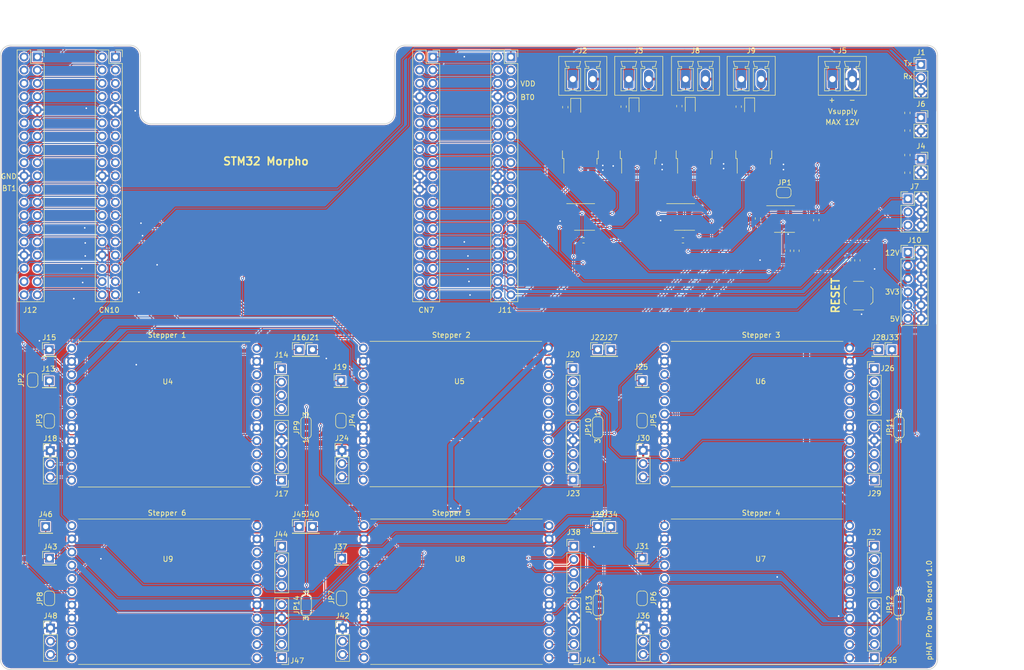
<source format=kicad_pcb>
(kicad_pcb (version 20171130) (host pcbnew "(5.1.2)-2")
  (layers (0 F.Cu signal) (31 B.Cu signal) (34 B.Paste user) (35 F.Paste user) (36 B.SilkS user) (37 F.SilkS user) (38 B.Mask user) (39 F.Mask user) (44 Edge.Cuts user))
  (net 0 "")
  (net 1 /TH0)
  (net 2 GND)
  (net 3 +3V3)
  (net 4 /TH1)
  (net 5 /CN10_38)
  (net 6 /TMC_RX)
  (net 7 /CN10_36)
  (net 8 /TMC_TX)
  (net 9 /CSN)
  (net 10 /RPI_RX)
  (net 11 /SCK)
  (net 12 /SDO_6)
  (net 13 /SDI_uC)
  (net 14 /CN10_24)
  (net 15 /CN10_23)
  (net 16 /RPI_TX)
  (net 17 /CN10_19)
  (net 18 /CN10_18)
  (net 19 /CN10_17)
  (net 20 /CN10_16)
  (net 21 /CN10_15)
  (net 22 /CN10_14)
  (net 23 /CN10_13)
  (net 24 /TMC_RTS)
  (net 25 /CN10_11)
  (net 26 /CN10_10)
  (net 27 /CN10_8)
  (net 28 /CN10_7)
  (net 29 /CN10_6)
  (net 30 /CN10_5)
  (net 31 /CN10_4)
  (net 32 /CN10_3)
  (net 33 /CN10_2)
  (net 34 /CN10_1)
  (net 35 /CN7_37)
  (net 36 /CN7_35)
  (net 37 /CN7_34)
  (net 38 /CN7_33)
  (net 39 /CN7_32)
  (net 40 /CN7_31)
  (net 41 /CN7_29)
  (net 42 /CN7_27)
  (net 43 /CN7_26)
  (net 44 /CN7_25)
  (net 45 /CN7_23)
  (net 46 /CN7_21)
  (net 47 /CN7_19)
  (net 48 /CN7_17)
  (net 49 /CN7_15)
  (net 50 /CN7_14)
  (net 51 /CN7_12)
  (net 52 /CN7_11)
  (net 53 /CN7_10)
  (net 54 /CN7_6)
  (net 55 /CN7_5)
  (net 56 /CN7_4)
  (net 57 /CN7_3)
  (net 58 /CN7_2)
  (net 59 /CN7_1)
  (net 60 "Net-(D1-Pad2)")
  (net 61 "Net-(D1-Pad1)")
  (net 62 "Net-(D2-Pad2)")
  (net 63 "Net-(D2-Pad1)")
  (net 64 "Net-(D3-Pad1)")
  (net 65 "Net-(D3-Pad2)")
  (net 66 "Net-(D4-Pad1)")
  (net 67 "Net-(D4-Pad2)")
  (net 68 /SWP)
  (net 69 "Net-(J14-Pad4)")
  (net 70 "Net-(J14-Pad3)")
  (net 71 "Net-(J14-Pad2)")
  (net 72 "Net-(J14-Pad1)")
  (net 73 "Net-(J18-Pad3)")
  (net 74 "Net-(J18-Pad2)")
  (net 75 "Net-(J20-Pad3)")
  (net 76 "Net-(J20-Pad2)")
  (net 77 "Net-(J24-Pad2)")
  (net 78 "Net-(J24-Pad3)")
  (net 79 "Net-(J30-Pad2)")
  (net 80 "Net-(J30-Pad3)")
  (net 81 "Net-(J32-Pad2)")
  (net 82 "Net-(J32-Pad3)")
  (net 83 "Net-(J38-Pad1)")
  (net 84 "Net-(J38-Pad2)")
  (net 85 "Net-(J38-Pad3)")
  (net 86 "Net-(J38-Pad4)")
  (net 87 "Net-(J44-Pad1)")
  (net 88 "Net-(J44-Pad2)")
  (net 89 "Net-(J44-Pad3)")
  (net 90 /H0_M)
  (net 91 /H1_M)
  (net 92 /F0_M)
  (net 93 /F1_M)
  (net 94 /SWN)
  (net 95 +5V)
  (net 96 +12V)
  (net 97 "Net-(J17-Pad1)")
  (net 98 "Net-(J17-Pad2)")
  (net 99 "Net-(J17-Pad3)")
  (net 100 "Net-(J20-Pad1)")
  (net 101 "Net-(J20-Pad4)")
  (net 102 "Net-(J23-Pad3)")
  (net 103 "Net-(J23-Pad2)")
  (net 104 "Net-(J23-Pad1)")
  (net 105 "Net-(J26-Pad1)")
  (net 106 "Net-(J26-Pad2)")
  (net 107 "Net-(J26-Pad3)")
  (net 108 "Net-(J26-Pad4)")
  (net 109 "Net-(J29-Pad1)")
  (net 110 "Net-(J29-Pad2)")
  (net 111 "Net-(J29-Pad3)")
  (net 112 "Net-(J32-Pad4)")
  (net 113 "Net-(J32-Pad1)")
  (net 114 "Net-(J35-Pad1)")
  (net 115 "Net-(J35-Pad2)")
  (net 116 "Net-(J35-Pad3)")
  (net 117 "Net-(J36-Pad2)")
  (net 118 "Net-(J36-Pad3)")
  (net 119 "Net-(J41-Pad3)")
  (net 120 "Net-(J41-Pad2)")
  (net 121 "Net-(J41-Pad1)")
  (net 122 "Net-(J42-Pad3)")
  (net 123 "Net-(J42-Pad2)")
  (net 124 "Net-(J44-Pad4)")
  (net 125 "Net-(J47-Pad3)")
  (net 126 "Net-(J47-Pad2)")
  (net 127 "Net-(J47-Pad1)")
  (net 128 "Net-(J48-Pad2)")
  (net 129 "Net-(J48-Pad3)")
  (net 130 "/Stepper 2/DRV_ENN")
  (net 131 "/Stepper 1/DRV_ENN")
  (net 132 "/Stepper 3/DRV_ENN")
  (net 133 "/Stepper 5/DRV_ENN")
  (net 134 "/Stepper 4/DRV_ENN")
  (net 135 "/Stepper 6/DRV_ENN")
  (net 136 "/Stepper 2/NAO-SDO")
  (net 137 "/Stepper 2/NAI-SDI")
  (net 138 "/Stepper 1/NAO-SDO")
  (net 139 "/Stepper 3/NAO-SDO")
  (net 140 "/Stepper 3/NAI-SDI")
  (net 141 "/Stepper 5/NAI-SDI")
  (net 142 "/Stepper 5/NAO-SDO")
  (net 143 "/Stepper 4/NAI-SDI")
  (net 144 "/Stepper 4/NAO-SDO")
  (net 145 "/Stepper 6/NAI-SDI")
  (net 146 /CN10_12)
  (net 147 /H0)
  (net 148 /H1)
  (net 149 /F1)
  (net 150 /F0)
  (net 151 /RESET)
  (net 152 /CN7_28)
  (net 153 /BOOT0)
  (net 154 /BOOT1)
  (net 155 "Net-(J17-Pad5)")
  (net 156 "Net-(J23-Pad5)")
  (net 157 "Net-(J29-Pad5)")
  (net 158 "Net-(J35-Pad5)")
  (net 159 "Net-(J41-Pad5)")
  (net 160 "Net-(J47-Pad5)")
  (net 161 "Net-(R11-Pad2)")
  (net 162 /CN7_9)
  (module WL_Misc:TMC5160_BOB (layer F.Cu) (at 92.984001 93.734001)
    (fp_text reference U4 (at 18.4658 6.4262) (layer F.SilkS))
    (fp_text value TMC5160_BOB)
    (pad 12 thru_hole circle (at 35.56 0) (size 1.7 1.7) (drill 1) (layers *.Cu *.Mask) (net 96 +12V))
    (pad 13 thru_hole circle (at 35.56 2.54) (size 1.7 1.7) (drill 1) (layers *.Cu *.Mask) (net 2 GND))
    (pad 14 thru_hole circle (at 35.56 5.08) (size 1.7 1.7) (drill 1) (layers *.Cu *.Mask) (net 72 "Net-(J14-Pad1)"))
    (pad 15 thru_hole circle (at 35.56 7.62) (size 1.7 1.7) (drill 1) (layers *.Cu *.Mask) (net 71 "Net-(J14-Pad2)"))
    (pad 16 thru_hole circle (at 35.56 10.16) (size 1.7 1.7) (drill 1) (layers *.Cu *.Mask) (net 70 "Net-(J14-Pad3)"))
    (pad 17 thru_hole circle (at 35.56 12.7) (size 1.7 1.7) (drill 1) (layers *.Cu *.Mask) (net 69 "Net-(J14-Pad4)"))
    (pad 18 thru_hole circle (at 35.56 15.24) (size 1.7 1.7) (drill 1) (layers *.Cu *.Mask) (net 2 GND))
    (pad 11 thru_hole circle (at 0 25.4) (size 1.7 1.7) (drill 1) (layers *.Cu *.Mask) (net 73 "Net-(J18-Pad3)"))
    (pad 22 thru_hole circle (at 35.56 25.4) (size 1.7 1.7) (drill 1) (layers *.Cu *.Mask) (net 97 "Net-(J17-Pad1)"))
    (pad 19 thru_hole circle (at 35.56 17.78) (size 1.7 1.7) (drill 1) (layers *.Cu *.Mask) (net 94 /SWN))
    (pad 21 thru_hole circle (at 35.56 22.86) (size 1.7 1.7) (drill 1) (layers *.Cu *.Mask) (net 98 "Net-(J17-Pad2)"))
    (pad 20 thru_hole circle (at 35.56 20.32) (size 1.7 1.7) (drill 1) (layers *.Cu *.Mask) (net 99 "Net-(J17-Pad3)"))
    (pad 10 thru_hole circle (at 0 22.86) (size 1.7 1.7) (drill 1) (layers *.Cu *.Mask) (net 74 "Net-(J18-Pad2)"))
    (pad 9 thru_hole circle (at 0 20.32) (size 1.7 1.7) (drill 1) (layers *.Cu *.Mask) (net 131 "/Stepper 1/DRV_ENN"))
    (pad 8 thru_hole circle (at 0 17.78) (size 1.7 1.7) (drill 1) (layers *.Cu *.Mask) (net 2 GND))
    (pad 6 thru_hole circle (at 0 12.7) (size 1.7 1.7) (drill 1) (layers *.Cu *.Mask) (net 138 "/Stepper 1/NAO-SDO"))
    (pad 7 thru_hole circle (at 0 15.24) (size 1.7 1.7) (drill 1) (layers *.Cu *.Mask) (net 2 GND))
    (pad 5 thru_hole circle (at 0 10.16) (size 1.7 1.7) (drill 1) (layers *.Cu *.Mask) (net 13 /SDI_uC))
    (pad 4 thru_hole circle (at 0 7.62) (size 1.7 1.7) (drill 1) (layers *.Cu *.Mask) (net 11 /SCK))
    (pad 3 thru_hole circle (at 0 5.08) (size 1.7 1.7) (drill 1) (layers *.Cu *.Mask) (net 9 /CSN))
    (pad 2 thru_hole circle (at 0 2.54) (size 1.7 1.7) (drill 1) (layers *.Cu *.Mask) (net 2 GND))
    (pad 1 thru_hole circle (at 0 0) (size 1.7 1.7) (drill 1) (layers *.Cu *.Mask) (net 3 +3V3))
  )
  (module WL_Misc:TMC5160_BOB (layer F.Cu) (at 149 93.684001)
    (fp_text reference U5 (at 18.4658 6.4262) (layer F.SilkS))
    (fp_text value TMC5160_BOB)
    (pad 12 thru_hole circle (at 35.56 0) (size 1.7 1.7) (drill 1) (layers *.Cu *.Mask) (net 96 +12V))
    (pad 13 thru_hole circle (at 35.56 2.54) (size 1.7 1.7) (drill 1) (layers *.Cu *.Mask) (net 2 GND))
    (pad 14 thru_hole circle (at 35.56 5.08) (size 1.7 1.7) (drill 1) (layers *.Cu *.Mask) (net 100 "Net-(J20-Pad1)"))
    (pad 15 thru_hole circle (at 35.56 7.62) (size 1.7 1.7) (drill 1) (layers *.Cu *.Mask) (net 76 "Net-(J20-Pad2)"))
    (pad 16 thru_hole circle (at 35.56 10.16) (size 1.7 1.7) (drill 1) (layers *.Cu *.Mask) (net 75 "Net-(J20-Pad3)"))
    (pad 17 thru_hole circle (at 35.56 12.7) (size 1.7 1.7) (drill 1) (layers *.Cu *.Mask) (net 101 "Net-(J20-Pad4)"))
    (pad 18 thru_hole circle (at 35.56 15.24) (size 1.7 1.7) (drill 1) (layers *.Cu *.Mask) (net 2 GND))
    (pad 11 thru_hole circle (at 0 25.4) (size 1.7 1.7) (drill 1) (layers *.Cu *.Mask) (net 78 "Net-(J24-Pad3)"))
    (pad 22 thru_hole circle (at 35.56 25.4) (size 1.7 1.7) (drill 1) (layers *.Cu *.Mask) (net 104 "Net-(J23-Pad1)"))
    (pad 19 thru_hole circle (at 35.56 17.78) (size 1.7 1.7) (drill 1) (layers *.Cu *.Mask) (net 94 /SWN))
    (pad 21 thru_hole circle (at 35.56 22.86) (size 1.7 1.7) (drill 1) (layers *.Cu *.Mask) (net 103 "Net-(J23-Pad2)"))
    (pad 20 thru_hole circle (at 35.56 20.32) (size 1.7 1.7) (drill 1) (layers *.Cu *.Mask) (net 102 "Net-(J23-Pad3)"))
    (pad 10 thru_hole circle (at 0 22.86) (size 1.7 1.7) (drill 1) (layers *.Cu *.Mask) (net 77 "Net-(J24-Pad2)"))
    (pad 9 thru_hole circle (at 0 20.32) (size 1.7 1.7) (drill 1) (layers *.Cu *.Mask) (net 130 "/Stepper 2/DRV_ENN"))
    (pad 8 thru_hole circle (at 0 17.78) (size 1.7 1.7) (drill 1) (layers *.Cu *.Mask) (net 2 GND))
    (pad 6 thru_hole circle (at 0 12.7) (size 1.7 1.7) (drill 1) (layers *.Cu *.Mask) (net 136 "/Stepper 2/NAO-SDO"))
    (pad 7 thru_hole circle (at 0 15.24) (size 1.7 1.7) (drill 1) (layers *.Cu *.Mask) (net 2 GND))
    (pad 5 thru_hole circle (at 0 10.16) (size 1.7 1.7) (drill 1) (layers *.Cu *.Mask) (net 137 "/Stepper 2/NAI-SDI"))
    (pad 4 thru_hole circle (at 0 7.62) (size 1.7 1.7) (drill 1) (layers *.Cu *.Mask) (net 11 /SCK))
    (pad 3 thru_hole circle (at 0 5.08) (size 1.7 1.7) (drill 1) (layers *.Cu *.Mask) (net 9 /CSN))
    (pad 2 thru_hole circle (at 0 2.54) (size 1.7 1.7) (drill 1) (layers *.Cu *.Mask) (net 2 GND))
    (pad 1 thru_hole circle (at 0 0) (size 1.7 1.7) (drill 1) (layers *.Cu *.Mask) (net 3 +3V3))
  )
  (module WL_Misc:TMC5160_BOB (layer F.Cu) (at 206.854001 93.684001)
    (fp_text reference U6 (at 18.4658 6.4262) (layer F.SilkS))
    (fp_text value TMC5160_BOB)
    (pad 12 thru_hole circle (at 35.56 0) (size 1.7 1.7) (drill 1) (layers *.Cu *.Mask) (net 96 +12V))
    (pad 13 thru_hole circle (at 35.56 2.54) (size 1.7 1.7) (drill 1) (layers *.Cu *.Mask) (net 2 GND))
    (pad 14 thru_hole circle (at 35.56 5.08) (size 1.7 1.7) (drill 1) (layers *.Cu *.Mask) (net 105 "Net-(J26-Pad1)"))
    (pad 15 thru_hole circle (at 35.56 7.62) (size 1.7 1.7) (drill 1) (layers *.Cu *.Mask) (net 106 "Net-(J26-Pad2)"))
    (pad 16 thru_hole circle (at 35.56 10.16) (size 1.7 1.7) (drill 1) (layers *.Cu *.Mask) (net 107 "Net-(J26-Pad3)"))
    (pad 17 thru_hole circle (at 35.56 12.7) (size 1.7 1.7) (drill 1) (layers *.Cu *.Mask) (net 108 "Net-(J26-Pad4)"))
    (pad 18 thru_hole circle (at 35.56 15.24) (size 1.7 1.7) (drill 1) (layers *.Cu *.Mask) (net 2 GND))
    (pad 11 thru_hole circle (at 0 25.4) (size 1.7 1.7) (drill 1) (layers *.Cu *.Mask) (net 80 "Net-(J30-Pad3)"))
    (pad 22 thru_hole circle (at 35.56 25.4) (size 1.7 1.7) (drill 1) (layers *.Cu *.Mask) (net 109 "Net-(J29-Pad1)"))
    (pad 19 thru_hole circle (at 35.56 17.78) (size 1.7 1.7) (drill 1) (layers *.Cu *.Mask) (net 94 /SWN))
    (pad 21 thru_hole circle (at 35.56 22.86) (size 1.7 1.7) (drill 1) (layers *.Cu *.Mask) (net 110 "Net-(J29-Pad2)"))
    (pad 20 thru_hole circle (at 35.56 20.32) (size 1.7 1.7) (drill 1) (layers *.Cu *.Mask) (net 111 "Net-(J29-Pad3)"))
    (pad 10 thru_hole circle (at 0 22.86) (size 1.7 1.7) (drill 1) (layers *.Cu *.Mask) (net 79 "Net-(J30-Pad2)"))
    (pad 9 thru_hole circle (at 0 20.32) (size 1.7 1.7) (drill 1) (layers *.Cu *.Mask) (net 132 "/Stepper 3/DRV_ENN"))
    (pad 8 thru_hole circle (at 0 17.78) (size 1.7 1.7) (drill 1) (layers *.Cu *.Mask) (net 2 GND))
    (pad 6 thru_hole circle (at 0 12.7) (size 1.7 1.7) (drill 1) (layers *.Cu *.Mask) (net 139 "/Stepper 3/NAO-SDO"))
    (pad 7 thru_hole circle (at 0 15.24) (size 1.7 1.7) (drill 1) (layers *.Cu *.Mask) (net 2 GND))
    (pad 5 thru_hole circle (at 0 10.16) (size 1.7 1.7) (drill 1) (layers *.Cu *.Mask) (net 140 "/Stepper 3/NAI-SDI"))
    (pad 4 thru_hole circle (at 0 7.62) (size 1.7 1.7) (drill 1) (layers *.Cu *.Mask) (net 11 /SCK))
    (pad 3 thru_hole circle (at 0 5.08) (size 1.7 1.7) (drill 1) (layers *.Cu *.Mask) (net 9 /CSN))
    (pad 2 thru_hole circle (at 0 2.54) (size 1.7 1.7) (drill 1) (layers *.Cu *.Mask) (net 2 GND))
    (pad 1 thru_hole circle (at 0 0) (size 1.7 1.7) (drill 1) (layers *.Cu *.Mask) (net 3 +3V3))
  )
  (module WL_Misc:TMC5160_BOB (layer F.Cu) (at 206.854001 127.834001)
    (fp_text reference U7 (at 18.4658 6.4262) (layer F.SilkS))
    (fp_text value TMC5160_BOB)
    (pad 12 thru_hole circle (at 35.56 0) (size 1.7 1.7) (drill 1) (layers *.Cu *.Mask) (net 96 +12V))
    (pad 13 thru_hole circle (at 35.56 2.54) (size 1.7 1.7) (drill 1) (layers *.Cu *.Mask) (net 2 GND))
    (pad 14 thru_hole circle (at 35.56 5.08) (size 1.7 1.7) (drill 1) (layers *.Cu *.Mask) (net 113 "Net-(J32-Pad1)"))
    (pad 15 thru_hole circle (at 35.56 7.62) (size 1.7 1.7) (drill 1) (layers *.Cu *.Mask) (net 81 "Net-(J32-Pad2)"))
    (pad 16 thru_hole circle (at 35.56 10.16) (size 1.7 1.7) (drill 1) (layers *.Cu *.Mask) (net 82 "Net-(J32-Pad3)"))
    (pad 17 thru_hole circle (at 35.56 12.7) (size 1.7 1.7) (drill 1) (layers *.Cu *.Mask) (net 112 "Net-(J32-Pad4)"))
    (pad 18 thru_hole circle (at 35.56 15.24) (size 1.7 1.7) (drill 1) (layers *.Cu *.Mask) (net 2 GND))
    (pad 11 thru_hole circle (at 0 25.4) (size 1.7 1.7) (drill 1) (layers *.Cu *.Mask) (net 118 "Net-(J36-Pad3)"))
    (pad 22 thru_hole circle (at 35.56 25.4) (size 1.7 1.7) (drill 1) (layers *.Cu *.Mask) (net 114 "Net-(J35-Pad1)"))
    (pad 19 thru_hole circle (at 35.56 17.78) (size 1.7 1.7) (drill 1) (layers *.Cu *.Mask) (net 94 /SWN))
    (pad 21 thru_hole circle (at 35.56 22.86) (size 1.7 1.7) (drill 1) (layers *.Cu *.Mask) (net 115 "Net-(J35-Pad2)"))
    (pad 20 thru_hole circle (at 35.56 20.32) (size 1.7 1.7) (drill 1) (layers *.Cu *.Mask) (net 116 "Net-(J35-Pad3)"))
    (pad 10 thru_hole circle (at 0 22.86) (size 1.7 1.7) (drill 1) (layers *.Cu *.Mask) (net 117 "Net-(J36-Pad2)"))
    (pad 9 thru_hole circle (at 0 20.32) (size 1.7 1.7) (drill 1) (layers *.Cu *.Mask) (net 134 "/Stepper 4/DRV_ENN"))
    (pad 8 thru_hole circle (at 0 17.78) (size 1.7 1.7) (drill 1) (layers *.Cu *.Mask) (net 2 GND))
    (pad 6 thru_hole circle (at 0 12.7) (size 1.7 1.7) (drill 1) (layers *.Cu *.Mask) (net 144 "/Stepper 4/NAO-SDO"))
    (pad 7 thru_hole circle (at 0 15.24) (size 1.7 1.7) (drill 1) (layers *.Cu *.Mask) (net 2 GND))
    (pad 5 thru_hole circle (at 0 10.16) (size 1.7 1.7) (drill 1) (layers *.Cu *.Mask) (net 143 "/Stepper 4/NAI-SDI"))
    (pad 4 thru_hole circle (at 0 7.62) (size 1.7 1.7) (drill 1) (layers *.Cu *.Mask) (net 11 /SCK))
    (pad 3 thru_hole circle (at 0 5.08) (size 1.7 1.7) (drill 1) (layers *.Cu *.Mask) (net 9 /CSN))
    (pad 2 thru_hole circle (at 0 2.54) (size 1.7 1.7) (drill 1) (layers *.Cu *.Mask) (net 2 GND))
    (pad 1 thru_hole circle (at 0 0) (size 1.7 1.7) (drill 1) (layers *.Cu *.Mask) (net 3 +3V3))
  )
  (module WL_Misc:TMC5160_BOB (layer F.Cu) (at 149.124001 127.834001)
    (fp_text reference U8 (at 18.4658 6.4262) (layer F.SilkS))
    (fp_text value TMC5160_BOB)
    (pad 12 thru_hole circle (at 35.56 0) (size 1.7 1.7) (drill 1) (layers *.Cu *.Mask) (net 96 +12V))
    (pad 13 thru_hole circle (at 35.56 2.54) (size 1.7 1.7) (drill 1) (layers *.Cu *.Mask) (net 2 GND))
    (pad 14 thru_hole circle (at 35.56 5.08) (size 1.7 1.7) (drill 1) (layers *.Cu *.Mask) (net 83 "Net-(J38-Pad1)"))
    (pad 15 thru_hole circle (at 35.56 7.62) (size 1.7 1.7) (drill 1) (layers *.Cu *.Mask) (net 84 "Net-(J38-Pad2)"))
    (pad 16 thru_hole circle (at 35.56 10.16) (size 1.7 1.7) (drill 1) (layers *.Cu *.Mask) (net 85 "Net-(J38-Pad3)"))
    (pad 17 thru_hole circle (at 35.56 12.7) (size 1.7 1.7) (drill 1) (layers *.Cu *.Mask) (net 86 "Net-(J38-Pad4)"))
    (pad 18 thru_hole circle (at 35.56 15.24) (size 1.7 1.7) (drill 1) (layers *.Cu *.Mask) (net 2 GND))
    (pad 11 thru_hole circle (at 0 25.4) (size 1.7 1.7) (drill 1) (layers *.Cu *.Mask) (net 122 "Net-(J42-Pad3)"))
    (pad 22 thru_hole circle (at 35.56 25.4) (size 1.7 1.7) (drill 1) (layers *.Cu *.Mask) (net 121 "Net-(J41-Pad1)"))
    (pad 19 thru_hole circle (at 35.56 17.78) (size 1.7 1.7) (drill 1) (layers *.Cu *.Mask) (net 94 /SWN))
    (pad 21 thru_hole circle (at 35.56 22.86) (size 1.7 1.7) (drill 1) (layers *.Cu *.Mask) (net 120 "Net-(J41-Pad2)"))
    (pad 20 thru_hole circle (at 35.56 20.32) (size 1.7 1.7) (drill 1) (layers *.Cu *.Mask) (net 119 "Net-(J41-Pad3)"))
    (pad 10 thru_hole circle (at 0 22.86) (size 1.7 1.7) (drill 1) (layers *.Cu *.Mask) (net 123 "Net-(J42-Pad2)"))
    (pad 9 thru_hole circle (at 0 20.32) (size 1.7 1.7) (drill 1) (layers *.Cu *.Mask) (net 133 "/Stepper 5/DRV_ENN"))
    (pad 8 thru_hole circle (at 0 17.78) (size 1.7 1.7) (drill 1) (layers *.Cu *.Mask) (net 2 GND))
    (pad 6 thru_hole circle (at 0 12.7) (size 1.7 1.7) (drill 1) (layers *.Cu *.Mask) (net 142 "/Stepper 5/NAO-SDO"))
    (pad 7 thru_hole circle (at 0 15.24) (size 1.7 1.7) (drill 1) (layers *.Cu *.Mask) (net 2 GND))
    (pad 5 thru_hole circle (at 0 10.16) (size 1.7 1.7) (drill 1) (layers *.Cu *.Mask) (net 141 "/Stepper 5/NAI-SDI"))
    (pad 4 thru_hole circle (at 0 7.62) (size 1.7 1.7) (drill 1) (layers *.Cu *.Mask) (net 11 /SCK))
    (pad 3 thru_hole circle (at 0 5.08) (size 1.7 1.7) (drill 1) (layers *.Cu *.Mask) (net 9 /CSN))
    (pad 2 thru_hole circle (at 0 2.54) (size 1.7 1.7) (drill 1) (layers *.Cu *.Mask) (net 2 GND))
    (pad 1 thru_hole circle (at 0 0) (size 1.7 1.7) (drill 1) (layers *.Cu *.Mask) (net 3 +3V3))
  )
  (module WL_Misc:TMC5160_BOB (layer F.Cu) (at 93.024001 127.834001)
    (fp_text reference U9 (at 18.4658 6.4262) (layer F.SilkS))
    (fp_text value TMC5160_BOB)
    (pad 12 thru_hole circle (at 35.56 0) (size 1.7 1.7) (drill 1) (layers *.Cu *.Mask) (net 96 +12V))
    (pad 13 thru_hole circle (at 35.56 2.54) (size 1.7 1.7) (drill 1) (layers *.Cu *.Mask) (net 2 GND))
    (pad 14 thru_hole circle (at 35.56 5.08) (size 1.7 1.7) (drill 1) (layers *.Cu *.Mask) (net 87 "Net-(J44-Pad1)"))
    (pad 15 thru_hole circle (at 35.56 7.62) (size 1.7 1.7) (drill 1) (layers *.Cu *.Mask) (net 88 "Net-(J44-Pad2)"))
    (pad 16 thru_hole circle (at 35.56 10.16) (size 1.7 1.7) (drill 1) (layers *.Cu *.Mask) (net 89 "Net-(J44-Pad3)"))
    (pad 17 thru_hole circle (at 35.56 12.7) (size 1.7 1.7) (drill 1) (layers *.Cu *.Mask) (net 124 "Net-(J44-Pad4)"))
    (pad 18 thru_hole circle (at 35.56 15.24) (size 1.7 1.7) (drill 1) (layers *.Cu *.Mask) (net 2 GND))
    (pad 11 thru_hole circle (at 0 25.4) (size 1.7 1.7) (drill 1) (layers *.Cu *.Mask) (net 129 "Net-(J48-Pad3)"))
    (pad 22 thru_hole circle (at 35.56 25.4) (size 1.7 1.7) (drill 1) (layers *.Cu *.Mask) (net 127 "Net-(J47-Pad1)"))
    (pad 19 thru_hole circle (at 35.56 17.78) (size 1.7 1.7) (drill 1) (layers *.Cu *.Mask) (net 94 /SWN))
    (pad 21 thru_hole circle (at 35.56 22.86) (size 1.7 1.7) (drill 1) (layers *.Cu *.Mask) (net 126 "Net-(J47-Pad2)"))
    (pad 20 thru_hole circle (at 35.56 20.32) (size 1.7 1.7) (drill 1) (layers *.Cu *.Mask) (net 125 "Net-(J47-Pad3)"))
    (pad 10 thru_hole circle (at 0 22.86) (size 1.7 1.7) (drill 1) (layers *.Cu *.Mask) (net 128 "Net-(J48-Pad2)"))
    (pad 9 thru_hole circle (at 0 20.32) (size 1.7 1.7) (drill 1) (layers *.Cu *.Mask) (net 135 "/Stepper 6/DRV_ENN"))
    (pad 8 thru_hole circle (at 0 17.78) (size 1.7 1.7) (drill 1) (layers *.Cu *.Mask) (net 2 GND))
    (pad 6 thru_hole circle (at 0 12.7) (size 1.7 1.7) (drill 1) (layers *.Cu *.Mask) (net 12 /SDO_6))
    (pad 7 thru_hole circle (at 0 15.24) (size 1.7 1.7) (drill 1) (layers *.Cu *.Mask) (net 2 GND))
    (pad 5 thru_hole circle (at 0 10.16) (size 1.7 1.7) (drill 1) (layers *.Cu *.Mask) (net 145 "/Stepper 6/NAI-SDI"))
    (pad 4 thru_hole circle (at 0 7.62) (size 1.7 1.7) (drill 1) (layers *.Cu *.Mask) (net 11 /SCK))
    (pad 3 thru_hole circle (at 0 5.08) (size 1.7 1.7) (drill 1) (layers *.Cu *.Mask) (net 9 /CSN))
    (pad 2 thru_hole circle (at 0 2.54) (size 1.7 1.7) (drill 1) (layers *.Cu *.Mask) (net 2 GND))
    (pad 1 thru_hole circle (at 0 0) (size 1.7 1.7) (drill 1) (layers *.Cu *.Mask) (net 3 +3V3))
  )
  (module Connector_PinSocket_2.54mm:PinSocket_2x19_P2.54mm_Vertical (layer F.Cu) (at 101.39 37.74)
    (fp_text reference CN10 (at -1.19 48.66) (layer F.SilkS))
    (fp_text value Conn_02x19_Odd_Even)
    (pad 38 thru_hole oval (at -2.54 45.72) (size 1.7 1.7) (drill 1) (layers *.Cu *.Mask) (net 5 /CN10_38))
    (pad 37 thru_hole oval (at 0 45.72) (size 1.7 1.7) (drill 1) (layers *.Cu *.Mask) (net 6 /TMC_RX))
    (pad 36 thru_hole oval (at -2.54 43.18) (size 1.7 1.7) (drill 1) (layers *.Cu *.Mask) (net 7 /CN10_36))
    (pad 35 thru_hole oval (at 0 43.18) (size 1.7 1.7) (drill 1) (layers *.Cu *.Mask) (net 8 /TMC_TX))
    (pad 34 thru_hole oval (at -2.54 40.64) (size 1.7 1.7) (drill 1) (layers *.Cu *.Mask) (net 9 /CSN))
    (pad 33 thru_hole oval (at 0 40.64) (size 1.7 1.7) (drill 1) (layers *.Cu *.Mask) (net 10 /RPI_RX))
    (pad 32 thru_hole oval (at -2.54 38.1) (size 1.7 1.7) (drill 1) (layers *.Cu *.Mask) (net 2 GND))
    (pad 31 thru_hole oval (at 0 38.1) (size 1.7 1.7) (drill 1) (layers *.Cu *.Mask) (net 149 /F1))
    (pad 30 thru_hole oval (at -2.54 35.56) (size 1.7 1.7) (drill 1) (layers *.Cu *.Mask) (net 11 /SCK))
    (pad 29 thru_hole oval (at 0 35.56) (size 1.7 1.7) (drill 1) (layers *.Cu *.Mask) (net 150 /F0))
    (pad 28 thru_hole oval (at -2.54 33.02) (size 1.7 1.7) (drill 1) (layers *.Cu *.Mask) (net 12 /SDO_6))
    (pad 27 thru_hole oval (at 0 33.02) (size 1.7 1.7) (drill 1) (layers *.Cu *.Mask) (net 148 /H1))
    (pad 26 thru_hole oval (at -2.54 30.48) (size 1.7 1.7) (drill 1) (layers *.Cu *.Mask) (net 13 /SDI_uC))
    (pad 25 thru_hole oval (at 0 30.48) (size 1.7 1.7) (drill 1) (layers *.Cu *.Mask) (net 147 /H0))
    (pad 24 thru_hole oval (at -2.54 27.94) (size 1.7 1.7) (drill 1) (layers *.Cu *.Mask) (net 14 /CN10_24))
    (pad 23 thru_hole oval (at 0 27.94) (size 1.7 1.7) (drill 1) (layers *.Cu *.Mask) (net 15 /CN10_23))
    (pad 22 thru_hole oval (at -2.54 25.4) (size 1.7 1.7) (drill 1) (layers *.Cu *.Mask) (net 154 /BOOT1))
    (pad 21 thru_hole oval (at 0 25.4) (size 1.7 1.7) (drill 1) (layers *.Cu *.Mask) (net 16 /RPI_TX))
    (pad 20 thru_hole oval (at -2.54 22.86) (size 1.7 1.7) (drill 1) (layers *.Cu *.Mask) (net 2 GND))
    (pad 19 thru_hole oval (at 0 22.86) (size 1.7 1.7) (drill 1) (layers *.Cu *.Mask) (net 17 /CN10_19))
    (pad 18 thru_hole oval (at -2.54 20.32) (size 1.7 1.7) (drill 1) (layers *.Cu *.Mask) (net 18 /CN10_18))
    (pad 17 thru_hole oval (at 0 20.32) (size 1.7 1.7) (drill 1) (layers *.Cu *.Mask) (net 19 /CN10_17))
    (pad 16 thru_hole oval (at -2.54 17.78) (size 1.7 1.7) (drill 1) (layers *.Cu *.Mask) (net 20 /CN10_16))
    (pad 15 thru_hole oval (at 0 17.78) (size 1.7 1.7) (drill 1) (layers *.Cu *.Mask) (net 21 /CN10_15))
    (pad 14 thru_hole oval (at -2.54 15.24) (size 1.7 1.7) (drill 1) (layers *.Cu *.Mask) (net 22 /CN10_14))
    (pad 13 thru_hole oval (at 0 15.24) (size 1.7 1.7) (drill 1) (layers *.Cu *.Mask) (net 23 /CN10_13))
    (pad 12 thru_hole oval (at -2.54 12.7) (size 1.7 1.7) (drill 1) (layers *.Cu *.Mask) (net 146 /CN10_12))
    (pad 11 thru_hole oval (at 0 12.7) (size 1.7 1.7) (drill 1) (layers *.Cu *.Mask) (net 25 /CN10_11))
    (pad 10 thru_hole oval (at -2.54 10.16) (size 1.7 1.7) (drill 1) (layers *.Cu *.Mask) (net 26 /CN10_10))
    (pad 9 thru_hole oval (at 0 10.16) (size 1.7 1.7) (drill 1) (layers *.Cu *.Mask) (net 2 GND))
    (pad 8 thru_hole oval (at -2.54 7.62) (size 1.7 1.7) (drill 1) (layers *.Cu *.Mask) (net 27 /CN10_8))
    (pad 7 thru_hole oval (at 0 7.62) (size 1.7 1.7) (drill 1) (layers *.Cu *.Mask) (net 28 /CN10_7))
    (pad 6 thru_hole oval (at -2.54 5.08) (size 1.7 1.7) (drill 1) (layers *.Cu *.Mask) (net 29 /CN10_6))
    (pad 5 thru_hole oval (at 0 5.08) (size 1.7 1.7) (drill 1) (layers *.Cu *.Mask) (net 30 /CN10_5))
    (pad 4 thru_hole oval (at -2.54 2.54) (size 1.7 1.7) (drill 1) (layers *.Cu *.Mask) (net 31 /CN10_4))
    (pad 3 thru_hole oval (at 0 2.54) (size 1.7 1.7) (drill 1) (layers *.Cu *.Mask) (net 32 /CN10_3))
    (pad 2 thru_hole oval (at -2.54 0) (size 1.7 1.7) (drill 1) (layers *.Cu *.Mask) (net 33 /CN10_2))
    (pad 1 thru_hole rect (at 0 0) (size 1.7 1.7) (drill 1) (layers *.Cu *.Mask) (net 34 /CN10_1))
  )
  (module Connector_PinSocket_2.54mm:PinSocket_2x19_P2.54mm_Vertical (layer F.Cu) (at 162.35 37.74)
    (fp_text reference CN7 (at -1.25 48.66) (layer F.SilkS))
    (fp_text value Conn_02x19_Odd_Even)
    (pad 38 thru_hole oval (at -2.54 45.72) (size 1.7 1.7) (drill 1) (layers *.Cu *.Mask) (net 1 /TH0))
    (pad 37 thru_hole oval (at 0 45.72) (size 1.7 1.7) (drill 1) (layers *.Cu *.Mask) (net 35 /CN7_37))
    (pad 36 thru_hole oval (at -2.54 43.18) (size 1.7 1.7) (drill 1) (layers *.Cu *.Mask) (net 4 /TH1))
    (pad 35 thru_hole oval (at 0 43.18) (size 1.7 1.7) (drill 1) (layers *.Cu *.Mask) (net 36 /CN7_35))
    (pad 34 thru_hole oval (at -2.54 40.64) (size 1.7 1.7) (drill 1) (layers *.Cu *.Mask) (net 37 /CN7_34))
    (pad 33 thru_hole oval (at 0 40.64) (size 1.7 1.7) (drill 1) (layers *.Cu *.Mask) (net 38 /CN7_33))
    (pad 32 thru_hole oval (at -2.54 38.1) (size 1.7 1.7) (drill 1) (layers *.Cu *.Mask) (net 39 /CN7_32))
    (pad 31 thru_hole oval (at 0 38.1) (size 1.7 1.7) (drill 1) (layers *.Cu *.Mask) (net 40 /CN7_31))
    (pad 30 thru_hole oval (at -2.54 35.56) (size 1.7 1.7) (drill 1) (layers *.Cu *.Mask) (net 24 /TMC_RTS))
    (pad 29 thru_hole oval (at 0 35.56) (size 1.7 1.7) (drill 1) (layers *.Cu *.Mask) (net 41 /CN7_29))
    (pad 28 thru_hole oval (at -2.54 33.02) (size 1.7 1.7) (drill 1) (layers *.Cu *.Mask) (net 152 /CN7_28))
    (pad 27 thru_hole oval (at 0 33.02) (size 1.7 1.7) (drill 1) (layers *.Cu *.Mask) (net 42 /CN7_27))
    (pad 26 thru_hole oval (at -2.54 30.48) (size 1.7 1.7) (drill 1) (layers *.Cu *.Mask) (net 43 /CN7_26))
    (pad 25 thru_hole oval (at 0 30.48) (size 1.7 1.7) (drill 1) (layers *.Cu *.Mask) (net 44 /CN7_25))
    (pad 24 thru_hole oval (at -2.54 27.94) (size 1.7 1.7) (drill 1) (layers *.Cu *.Mask) (net 96 +12V))
    (pad 23 thru_hole oval (at 0 27.94) (size 1.7 1.7) (drill 1) (layers *.Cu *.Mask) (net 45 /CN7_23))
    (pad 22 thru_hole oval (at -2.54 25.4) (size 1.7 1.7) (drill 1) (layers *.Cu *.Mask) (net 2 GND))
    (pad 21 thru_hole oval (at 0 25.4) (size 1.7 1.7) (drill 1) (layers *.Cu *.Mask) (net 46 /CN7_21))
    (pad 20 thru_hole oval (at -2.54 22.86) (size 1.7 1.7) (drill 1) (layers *.Cu *.Mask) (net 2 GND))
    (pad 19 thru_hole oval (at 0 22.86) (size 1.7 1.7) (drill 1) (layers *.Cu *.Mask) (net 47 /CN7_19))
    (pad 18 thru_hole oval (at -2.54 20.32) (size 1.7 1.7) (drill 1) (layers *.Cu *.Mask) (net 95 +5V))
    (pad 17 thru_hole oval (at 0 20.32) (size 1.7 1.7) (drill 1) (layers *.Cu *.Mask) (net 48 /CN7_17))
    (pad 16 thru_hole oval (at -2.54 17.78) (size 1.7 1.7) (drill 1) (layers *.Cu *.Mask) (net 3 +3V3))
    (pad 15 thru_hole oval (at 0 17.78) (size 1.7 1.7) (drill 1) (layers *.Cu *.Mask) (net 49 /CN7_15))
    (pad 14 thru_hole oval (at -2.54 15.24) (size 1.7 1.7) (drill 1) (layers *.Cu *.Mask) (net 50 /CN7_14))
    (pad 13 thru_hole oval (at 0 15.24) (size 1.7 1.7) (drill 1) (layers *.Cu *.Mask) (net 151 /RESET))
    (pad 12 thru_hole oval (at -2.54 12.7) (size 1.7 1.7) (drill 1) (layers *.Cu *.Mask) (net 51 /CN7_12))
    (pad 11 thru_hole oval (at 0 12.7) (size 1.7 1.7) (drill 1) (layers *.Cu *.Mask) (net 52 /CN7_11))
    (pad 10 thru_hole oval (at -2.54 10.16) (size 1.7 1.7) (drill 1) (layers *.Cu *.Mask) (net 53 /CN7_10))
    (pad 9 thru_hole oval (at 0 10.16) (size 1.7 1.7) (drill 1) (layers *.Cu *.Mask) (net 162 /CN7_9))
    (pad 8 thru_hole oval (at -2.54 7.62) (size 1.7 1.7) (drill 1) (layers *.Cu *.Mask) (net 2 GND))
    (pad 7 thru_hole oval (at 0 7.62) (size 1.7 1.7) (drill 1) (layers *.Cu *.Mask) (net 153 /BOOT0))
    (pad 6 thru_hole oval (at -2.54 5.08) (size 1.7 1.7) (drill 1) (layers *.Cu *.Mask) (net 54 /CN7_6))
    (pad 5 thru_hole oval (at 0 5.08) (size 1.7 1.7) (drill 1) (layers *.Cu *.Mask) (net 55 /CN7_5))
    (pad 4 thru_hole oval (at -2.54 2.54) (size 1.7 1.7) (drill 1) (layers *.Cu *.Mask) (net 56 /CN7_4))
    (pad 3 thru_hole oval (at 0 2.54) (size 1.7 1.7) (drill 1) (layers *.Cu *.Mask) (net 57 /CN7_3))
    (pad 2 thru_hole oval (at -2.54 0) (size 1.7 1.7) (drill 1) (layers *.Cu *.Mask) (net 58 /CN7_2))
    (pad 1 thru_hole rect (at 0 0) (size 1.7 1.7) (drill 1) (layers *.Cu *.Mask) (net 59 /CN7_1))
  )
  (module Capacitor_SMD:C_0603_1608Metric_Pad1.05x0.95mm_HandSolder (layer F.Cu) (at 191.3 73 180)
    (fp_text reference C1 hide)
    (fp_text value 100n)
    (pad 1 smd roundrect (at -0.875 0 180) (size 1.05 0.95) (layers F.Cu F.Paste F.Mask) (net 95 +5V))
    (pad 2 smd roundrect (at 0.875 0 180) (size 1.05 0.95) (layers F.Cu F.Paste F.Mask) (net 2 GND))
  )
  (module Capacitor_SMD:C_0603_1608Metric_Pad1.05x0.95mm_HandSolder (layer F.Cu) (at 253.5 60 270)
    (fp_text reference C2 hide)
    (fp_text value 100n)
    (pad 1 smd roundrect (at -0.875 0 270) (size 1.05 0.95) (layers F.Cu F.Paste F.Mask) (net 1 /TH0))
    (pad 2 smd roundrect (at 0.875 0 270) (size 1.05 0.95) (layers F.Cu F.Paste F.Mask) (net 2 GND))
  )
  (module Capacitor_SMD:C_0603_1608Metric_Pad1.05x0.95mm_HandSolder (layer F.Cu) (at 236 69.1 90)
    (fp_text reference C3 hide)
    (fp_text value 100n)
    (pad 1 smd roundrect (at -0.875 0 90) (size 1.05 0.95) (layers F.Cu F.Paste F.Mask) (net 2 GND))
    (pad 2 smd roundrect (at 0.875 0 90) (size 1.05 0.95) (layers F.Cu F.Paste F.Mask) (net 3 +3V3))
  )
  (module Capacitor_SMD:C_0603_1608Metric_Pad1.05x0.95mm_HandSolder (layer F.Cu) (at 210.4 73 180)
    (fp_text reference C4 hide)
    (fp_text value 100n)
    (pad 2 smd roundrect (at 0.875 0 180) (size 1.05 0.95) (layers F.Cu F.Paste F.Mask) (net 2 GND))
    (pad 1 smd roundrect (at -0.875 0 180) (size 1.05 0.95) (layers F.Cu F.Paste F.Mask) (net 95 +5V))
  )
  (module Capacitor_SMD:C_0603_1608Metric_Pad1.05x0.95mm_HandSolder (layer F.Cu) (at 253.5 51.9 270)
    (fp_text reference C5 hide)
    (fp_text value 100n)
    (pad 2 smd roundrect (at 0.875 0 270) (size 1.05 0.95) (layers F.Cu F.Paste F.Mask) (net 2 GND))
    (pad 1 smd roundrect (at -0.875 0 270) (size 1.05 0.95) (layers F.Cu F.Paste F.Mask) (net 4 /TH1))
  )
  (module LED_SMD:LED_0805_2012Metric (layer F.Cu) (at 189.8 47.4 270)
    (fp_text reference D1 hide)
    (fp_text value LED)
    (pad 2 smd roundrect (at 0.9375 0 270) (size 0.975 1.4) (layers F.Cu F.Paste F.Mask) (net 60 "Net-(D1-Pad2)"))
    (pad 1 smd roundrect (at -0.9375 0 270) (size 0.975 1.4) (layers F.Cu F.Paste F.Mask) (net 61 "Net-(D1-Pad1)"))
  )
  (module LED_SMD:LED_0805_2012Metric (layer F.Cu) (at 201 47.3 270)
    (fp_text reference D2 hide)
    (fp_text value LED)
    (pad 2 smd roundrect (at 0.9375 0 270) (size 0.975 1.4) (layers F.Cu F.Paste F.Mask) (net 62 "Net-(D2-Pad2)"))
    (pad 1 smd roundrect (at -0.9375 0 270) (size 0.975 1.4) (layers F.Cu F.Paste F.Mask) (net 63 "Net-(D2-Pad1)"))
  )
  (module LED_SMD:LED_0805_2012Metric (layer F.Cu) (at 211.8 47.2 270)
    (fp_text reference D3 hide)
    (fp_text value LED)
    (pad 1 smd roundrect (at -0.9375 0 270) (size 0.975 1.4) (layers F.Cu F.Paste F.Mask) (net 64 "Net-(D3-Pad1)"))
    (pad 2 smd roundrect (at 0.9375 0 270) (size 0.975 1.4) (layers F.Cu F.Paste F.Mask) (net 65 "Net-(D3-Pad2)"))
  )
  (module LED_SMD:LED_0805_2012Metric (layer F.Cu) (at 223.2 47.3 270)
    (fp_text reference D4 hide)
    (fp_text value LED)
    (pad 1 smd roundrect (at -0.9375 0 270) (size 0.975 1.4) (layers F.Cu F.Paste F.Mask) (net 66 "Net-(D4-Pad1)"))
    (pad 2 smd roundrect (at 0.9375 0 270) (size 0.975 1.4) (layers F.Cu F.Paste F.Mask) (net 67 "Net-(D4-Pad2)"))
  )
  (module Connector_PinSocket_2.54mm:PinSocket_1x02_P2.54mm_Vertical (layer F.Cu) (at 256.1 57.4)
    (fp_text reference J4 (at 0 -2.5) (layer F.SilkS))
    (fp_text value Conn_01x02)
    (pad 2 thru_hole oval (at 0 2.54) (size 1.7 1.7) (drill 1) (layers *.Cu *.Mask) (net 2 GND))
    (pad 1 thru_hole rect (at 0 0) (size 1.7 1.7) (drill 1) (layers *.Cu *.Mask) (net 1 /TH0))
  )
  (module WL_Connector_Phoenix:PhoenixContact_MCV_1,5_2-G-3.81_1x02_P3.81mm_Vertical (layer F.Cu) (at 239.1 42)
    (fp_text reference J5 (at 1.9 -5.45) (layer F.SilkS))
    (fp_text value Conn_01x02)
    (pad 2 thru_hole oval (at 3.81 0) (size 1.8 3.6) (drill 1.2) (layers *.Cu *.Mask) (net 2 GND))
    (pad 1 thru_hole roundrect (at 0 0) (size 1.8 3.6) (drill 1.2) (layers *.Cu *.Mask) (roundrect_rratio 0.138889) (net 96 +12V))
  )
  (module Connector_PinSocket_2.54mm:PinSocket_1x02_P2.54mm_Vertical (layer F.Cu) (at 256.1 49.4)
    (fp_text reference J6 (at 0 -2.6) (layer F.SilkS))
    (fp_text value Conn_01x02)
    (pad 1 thru_hole rect (at 0 0) (size 1.7 1.7) (drill 1) (layers *.Cu *.Mask) (net 4 /TH1))
    (pad 2 thru_hole oval (at 0 2.54) (size 1.7 1.7) (drill 1) (layers *.Cu *.Mask) (net 2 GND))
  )
  (module Jumper:SolderJumper-2_P1.3mm_Open_RoundedPad1.0x1.5mm (layer F.Cu) (at 229.75 63.8 180)
    (fp_text reference JP1 (at -0.15 1.9) (layer F.SilkS))
    (fp_text value SolderJumper_2_Open)
    (pad 2 smd custom (at 0.65 0 180) (size 1 0.5) (layers F.Cu F.Mask) (net 6 /TMC_RX) (options (clearance outline) (anchor rect)) (primitives (gr_circle (center 0 0.25) (end 0.5 0.25) (width 0)) (gr_circle (center 0 -0.25) (end 0.5 -0.25) (width 0)) (gr_poly (pts (xy 0 -0.75) (xy -0.5 -0.75) (xy -0.5 0.75) (xy 0 0.75)) (width 0))))
    (pad 1 smd custom (at -0.65 0 180) (size 1 0.5) (layers F.Cu F.Mask) (net 68 /SWP) (options (clearance outline) (anchor rect)) (primitives (gr_circle (center 0 0.25) (end 0.5 0.25) (width 0)) (gr_circle (center 0 -0.25) (end 0.5 -0.25) (width 0)) (gr_poly (pts (xy 0 -0.75) (xy 0.5 -0.75) (xy 0.5 0.75) (xy 0 0.75)) (width 0))))
  )
  (module Jumper:SolderJumper-2_P1.3mm_Open_RoundedPad1.0x1.5mm (layer F.Cu) (at 85.5 99.85 270)
    (fp_text reference JP2 (at 0 2.2 90) (layer F.SilkS))
    (fp_text value SolderJumper_2_Open)
    (pad 2 smd custom (at 0.65 0 270) (size 1 0.5) (layers F.Cu F.Mask) (net 2 GND) (options (clearance outline) (anchor rect)) (primitives (gr_circle (center 0 0.25) (end 0.5 0.25) (width 0)) (gr_circle (center 0 -0.25) (end 0.5 -0.25) (width 0)) (gr_poly (pts (xy 0 -0.75) (xy -0.5 -0.75) (xy -0.5 0.75) (xy 0 0.75)) (width 0))))
    (pad 1 smd custom (at -0.65 0 270) (size 1 0.5) (layers F.Cu F.Mask) (net 13 /SDI_uC) (options (clearance outline) (anchor rect)) (primitives (gr_circle (center 0 0.25) (end 0.5 0.25) (width 0)) (gr_circle (center 0 -0.25) (end 0.5 -0.25) (width 0)) (gr_poly (pts (xy 0 -0.75) (xy 0.5 -0.75) (xy 0.5 0.75) (xy 0 0.75)) (width 0))))
  )
  (module Package_TO_SOT_SMD:TO-252-2 (layer F.Cu) (at 190.7 54.8 90)
    (fp_text reference Q1 hide)
    (fp_text value IRLR3636TRPBF)
    (pad 1 smd rect (at -4.2 -2.28 90) (size 2.2 1.2) (layers F.Cu F.Paste F.Mask) (net 90 /H0_M))
    (pad 3 smd rect (at -4.2 2.28 90) (size 2.2 1.2) (layers F.Cu F.Paste F.Mask) (net 2 GND))
    (pad 2 smd rect (at 2.1 0 90) (size 6.4 5.8) (layers F.Cu F.Mask) (net 61 "Net-(D1-Pad1)"))
  )
  (module Package_TO_SOT_SMD:TO-252-2 (layer F.Cu) (at 201.8 54.8 90)
    (fp_text reference Q2 hide)
    (fp_text value IRLR3636TRPBF)
    (pad 2 smd rect (at 2.1 0 90) (size 6.4 5.8) (layers F.Cu F.Mask) (net 63 "Net-(D2-Pad1)"))
    (pad 3 smd rect (at -4.2 2.28 90) (size 2.2 1.2) (layers F.Cu F.Paste F.Mask) (net 2 GND))
    (pad 1 smd rect (at -4.2 -2.28 90) (size 2.2 1.2) (layers F.Cu F.Paste F.Mask) (net 91 /H1_M))
  )
  (module Package_TO_SOT_SMD:TO-252-2 (layer F.Cu) (at 212.545001 54.804999 90)
    (fp_text reference Q3 hide)
    (fp_text value IRLR3636TRPBF)
    (pad 2 smd rect (at 2.1 0 90) (size 6.4 5.8) (layers F.Cu F.Mask) (net 64 "Net-(D3-Pad1)"))
    (pad 3 smd rect (at -4.2 2.28 90) (size 2.2 1.2) (layers F.Cu F.Paste F.Mask) (net 2 GND))
    (pad 1 smd rect (at -4.2 -2.28 90) (size 2.2 1.2) (layers F.Cu F.Paste F.Mask) (net 92 /F0_M))
  )
  (module Package_TO_SOT_SMD:TO-252-2 (layer F.Cu) (at 224 54.8 90)
    (fp_text reference Q4 hide)
    (fp_text value IRLR3636TRPBF)
    (pad 1 smd rect (at -4.2 -2.28 90) (size 2.2 1.2) (layers F.Cu F.Paste F.Mask) (net 93 /F1_M))
    (pad 3 smd rect (at -4.2 2.28 90) (size 2.2 1.2) (layers F.Cu F.Paste F.Mask) (net 2 GND))
    (pad 2 smd rect (at 2.1 0 90) (size 6.4 5.8) (layers F.Cu F.Mask) (net 66 "Net-(D4-Pad1)"))
  )
  (module Resistor_SMD:R_0603_1608Metric_Pad1.05x0.95mm_HandSolder (layer F.Cu) (at 253.5 56.6 270)
    (fp_text reference R1 hide)
    (fp_text value 10k)
    (pad 2 smd roundrect (at 0.875 0 270) (size 1.05 0.95) (layers F.Cu F.Paste F.Mask) (net 1 /TH0))
    (pad 1 smd roundrect (at -0.875 0 270) (size 1.05 0.95) (layers F.Cu F.Paste F.Mask) (net 3 +3V3))
  )
  (module Resistor_SMD:R_0603_1608Metric_Pad1.05x0.95mm_HandSolder (layer F.Cu) (at 232.2 75 270)
    (fp_text reference R2 hide)
    (fp_text value 1k)
    (pad 2 smd roundrect (at 0.875 0 270) (size 1.05 0.95) (layers F.Cu F.Paste F.Mask) (net 68 /SWP))
    (pad 1 smd roundrect (at -0.875 0 270) (size 1.05 0.95) (layers F.Cu F.Paste F.Mask) (net 3 +3V3))
  )
  (module Resistor_SMD:R_0603_1608Metric_Pad1.05x0.95mm_HandSolder (layer F.Cu) (at 187.8 47.4 90)
    (fp_text reference R3 hide)
    (fp_text value 3k3)
    (pad 1 smd roundrect (at -0.875 0 90) (size 1.05 0.95) (layers F.Cu F.Paste F.Mask) (net 60 "Net-(D1-Pad2)"))
    (pad 2 smd roundrect (at 0.875 0 90) (size 1.05 0.95) (layers F.Cu F.Paste F.Mask) (net 96 +12V))
  )
  (module Resistor_SMD:R_0603_1608Metric_Pad1.05x0.95mm_HandSolder (layer F.Cu) (at 199 47.3 90)
    (fp_text reference R4 hide)
    (fp_text value 3k3)
    (pad 2 smd roundrect (at 0.875 0 90) (size 1.05 0.95) (layers F.Cu F.Paste F.Mask) (net 96 +12V))
    (pad 1 smd roundrect (at -0.875 0 90) (size 1.05 0.95) (layers F.Cu F.Paste F.Mask) (net 62 "Net-(D2-Pad2)"))
  )
  (module Resistor_SMD:R_0603_1608Metric_Pad1.05x0.95mm_HandSolder (layer F.Cu) (at 253.5 48.5 270)
    (fp_text reference R5 hide)
    (fp_text value 10k)
    (pad 1 smd roundrect (at -0.875 0 270) (size 1.05 0.95) (layers F.Cu F.Paste F.Mask) (net 3 +3V3))
    (pad 2 smd roundrect (at 0.875 0 270) (size 1.05 0.95) (layers F.Cu F.Paste F.Mask) (net 4 /TH1))
  )
  (module Resistor_SMD:R_0603_1608Metric_Pad1.05x0.95mm_HandSolder (layer F.Cu) (at 224.8 68.8 270)
    (fp_text reference R6 hide)
    (fp_text value 1k)
    (pad 2 smd roundrect (at 0.875 0 270) (size 1.05 0.95) (layers F.Cu F.Paste F.Mask) (net 8 /TMC_TX))
    (pad 1 smd roundrect (at -0.875 0 270) (size 1.05 0.95) (layers F.Cu F.Paste F.Mask) (net 6 /TMC_RX))
  )
  (module Resistor_SMD:R_0603_1608Metric_Pad1.05x0.95mm_HandSolder (layer F.Cu) (at 230.5 75 270)
    (fp_text reference R7 hide)
    (fp_text value 120)
    (pad 1 smd roundrect (at -0.875 0 270) (size 1.05 0.95) (layers F.Cu F.Paste F.Mask) (net 94 /SWN))
    (pad 2 smd roundrect (at 0.875 0 270) (size 1.05 0.95) (layers F.Cu F.Paste F.Mask) (net 68 /SWP))
  )
  (module Resistor_SMD:R_0603_1608Metric_Pad1.05x0.95mm_HandSolder (layer F.Cu) (at 209.7 47.2 90)
    (fp_text reference R8 hide)
    (fp_text value 3k3)
    (pad 1 smd roundrect (at -0.875 0 90) (size 1.05 0.95) (layers F.Cu F.Paste F.Mask) (net 65 "Net-(D3-Pad2)"))
    (pad 2 smd roundrect (at 0.875 0 90) (size 1.05 0.95) (layers F.Cu F.Paste F.Mask) (net 96 +12V))
  )
  (module Resistor_SMD:R_0603_1608Metric_Pad1.05x0.95mm_HandSolder (layer F.Cu) (at 221.1 47.3 90)
    (fp_text reference R9 hide)
    (fp_text value 3k3)
    (pad 2 smd roundrect (at 0.875 0 90) (size 1.05 0.95) (layers F.Cu F.Paste F.Mask) (net 96 +12V))
    (pad 1 smd roundrect (at -0.875 0 90) (size 1.05 0.95) (layers F.Cu F.Paste F.Mask) (net 67 "Net-(D4-Pad2)"))
  )
  (module Resistor_SMD:R_0603_1608Metric_Pad1.05x0.95mm_HandSolder (layer F.Cu) (at 84 135.075 270)
    (fp_text reference R10 hide)
    (fp_text value 120)
    (pad 1 smd roundrect (at -0.875 0 270) (size 1.05 0.95) (layers F.Cu F.Paste F.Mask) (net 68 /SWP))
    (pad 2 smd roundrect (at 0.875 0 270) (size 1.05 0.95) (layers F.Cu F.Paste F.Mask) (net 94 /SWN))
  )
  (module Package_SO:SOIC-8_3.9x4.9mm_P1.27mm (layer F.Cu) (at 229.9 68.9)
    (fp_text reference U3 hide)
    (fp_text value ST1480ACDR)
    (pad 1 smd roundrect (at -2.475 -1.905) (size 1.95 0.6) (layers F.Cu F.Paste F.Mask) (net 6 /TMC_RX))
    (pad 2 smd roundrect (at -2.475 -0.635) (size 1.95 0.6) (layers F.Cu F.Paste F.Mask) (net 24 /TMC_RTS))
    (pad 3 smd roundrect (at -2.475 0.635) (size 1.95 0.6) (layers F.Cu F.Paste F.Mask) (net 24 /TMC_RTS))
    (pad 4 smd roundrect (at -2.475 1.905) (size 1.95 0.6) (layers F.Cu F.Paste F.Mask) (net 8 /TMC_TX))
    (pad 5 smd roundrect (at 2.475 1.905) (size 1.95 0.6) (layers F.Cu F.Paste F.Mask) (net 2 GND))
    (pad 6 smd roundrect (at 2.475 0.635) (size 1.95 0.6) (layers F.Cu F.Paste F.Mask) (net 68 /SWP))
    (pad 7 smd roundrect (at 2.475 -0.635) (size 1.95 0.6) (layers F.Cu F.Paste F.Mask) (net 94 /SWN))
    (pad 8 smd roundrect (at 2.475 -1.905) (size 1.95 0.6) (layers F.Cu F.Paste F.Mask) (net 3 +3V3))
  )
  (module WL_Connector_Phoenix:PhoenixContact_MCV_1,5_2-G-3.81_1x02_P3.81mm_Vertical (layer F.Cu) (at 189.250001 42)
    (fp_text reference J2 (at 1.9 -5.45) (layer F.SilkS))
    (fp_text value Conn_01x02)
    (pad 2 thru_hole oval (at 3.81 0) (size 1.8 3.6) (drill 1.2) (layers *.Cu *.Mask) (net 61 "Net-(D1-Pad1)"))
    (pad 1 thru_hole roundrect (at 0 0) (size 1.8 3.6) (drill 1.2) (layers *.Cu *.Mask) (roundrect_rratio 0.138889) (net 96 +12V))
  )
  (module WL_Connector_Phoenix:PhoenixContact_MCV_1,5_2-G-3.81_1x02_P3.81mm_Vertical (layer F.Cu) (at 200 42)
    (fp_text reference J3 (at 1.9 -5.45) (layer F.SilkS))
    (fp_text value Conn_01x02)
    (pad 1 thru_hole roundrect (at 0 0) (size 1.8 3.6) (drill 1.2) (layers *.Cu *.Mask) (roundrect_rratio 0.138889) (net 96 +12V))
    (pad 2 thru_hole oval (at 3.81 0) (size 1.8 3.6) (drill 1.2) (layers *.Cu *.Mask) (net 63 "Net-(D2-Pad1)"))
  )
  (module WL_Connector_Phoenix:PhoenixContact_MCV_1,5_2-G-3.81_1x02_P3.81mm_Vertical (layer F.Cu) (at 210.9 42)
    (fp_text reference J8 (at 1.9 -5.45) (layer F.SilkS))
    (fp_text value Conn_01x02)
    (pad 1 thru_hole roundrect (at 0 0) (size 1.8 3.6) (drill 1.2) (layers *.Cu *.Mask) (roundrect_rratio 0.138889) (net 96 +12V))
    (pad 2 thru_hole oval (at 3.81 0) (size 1.8 3.6) (drill 1.2) (layers *.Cu *.Mask) (net 64 "Net-(D3-Pad1)"))
  )
  (module WL_Connector_Phoenix:PhoenixContact_MCV_1,5_2-G-3.81_1x02_P3.81mm_Vertical (layer F.Cu) (at 221.6 42)
    (fp_text reference J9 (at 1.9 -5.45) (layer F.SilkS))
    (fp_text value Conn_01x02)
    (pad 2 thru_hole oval (at 3.81 0) (size 1.8 3.6) (drill 1.2) (layers *.Cu *.Mask) (net 66 "Net-(D4-Pad1)"))
    (pad 1 thru_hole roundrect (at 0 0) (size 1.8 3.6) (drill 1.2) (layers *.Cu *.Mask) (roundrect_rratio 0.138889) (net 96 +12V))
  )
  (module Connector_PinHeader_2.54mm:PinHeader_1x01_P2.54mm_Vertical (layer F.Cu) (at 88.7 100)
    (fp_text reference J13 (at -0.2 -2.3 180) (layer F.SilkS))
    (fp_text value Conn_01x01)
    (pad 1 thru_hole rect (at 0 0) (size 1.7 1.7) (drill 1) (layers *.Cu *.Mask) (net 68 /SWP))
  )
  (module Connector_PinHeader_2.54mm:PinHeader_1x04_P2.54mm_Vertical (layer F.Cu) (at 133.284001 97.7)
    (fp_text reference J14 (at 0 -2.7) (layer F.SilkS))
    (fp_text value Conn_01x04)
    (pad 1 thru_hole rect (at 0 0) (size 1.7 1.7) (drill 1) (layers *.Cu *.Mask) (net 72 "Net-(J14-Pad1)"))
    (pad 2 thru_hole oval (at 0 2.54) (size 1.7 1.7) (drill 1) (layers *.Cu *.Mask) (net 71 "Net-(J14-Pad2)"))
    (pad 3 thru_hole oval (at 0 5.08) (size 1.7 1.7) (drill 1) (layers *.Cu *.Mask) (net 70 "Net-(J14-Pad3)"))
    (pad 4 thru_hole oval (at 0 7.62) (size 1.7 1.7) (drill 1) (layers *.Cu *.Mask) (net 69 "Net-(J14-Pad4)"))
  )
  (module Connector_PinHeader_2.54mm:PinHeader_1x01_P2.54mm_Vertical (layer F.Cu) (at 88.684001 94)
    (fp_text reference J15 (at 0 -2.33) (layer F.SilkS))
    (fp_text value Conn_01x01)
    (pad 1 thru_hole rect (at 0 0) (size 1.7 1.7) (drill 1) (layers *.Cu *.Mask) (net 13 /SDI_uC))
  )
  (module Connector_PinHeader_2.54mm:PinHeader_1x01_P2.54mm_Vertical (layer F.Cu) (at 136.7 94)
    (fp_text reference J16 (at 0 -2.33) (layer F.SilkS))
    (fp_text value Conn_01x01)
    (pad 1 thru_hole rect (at 0 0) (size 1.7 1.7) (drill 1) (layers *.Cu *.Mask) (net 138 "/Stepper 1/NAO-SDO"))
  )
  (module Connector_PinHeader_2.54mm:PinHeader_1x05_P2.54mm_Vertical (layer F.Cu) (at 133.284001 119.1 180)
    (fp_text reference J17 (at 0 -2.6) (layer F.SilkS))
    (fp_text value Conn_01x05)
    (pad 1 thru_hole rect (at 0 0 180) (size 1.7 1.7) (drill 1) (layers *.Cu *.Mask) (net 97 "Net-(J17-Pad1)"))
    (pad 2 thru_hole oval (at 0 2.54 180) (size 1.7 1.7) (drill 1) (layers *.Cu *.Mask) (net 98 "Net-(J17-Pad2)"))
    (pad 3 thru_hole oval (at 0 5.08 180) (size 1.7 1.7) (drill 1) (layers *.Cu *.Mask) (net 99 "Net-(J17-Pad3)"))
    (pad 4 thru_hole oval (at 0 7.62 180) (size 1.7 1.7) (drill 1) (layers *.Cu *.Mask) (net 2 GND))
    (pad 5 thru_hole oval (at 0 10.16 180) (size 1.7 1.7) (drill 1) (layers *.Cu *.Mask) (net 155 "Net-(J17-Pad5)"))
  )
  (module Connector_PinHeader_2.54mm:PinHeader_1x01_P2.54mm_Vertical (layer F.Cu) (at 144.715999 99.95)
    (fp_text reference J19 (at -0.2 -2.6 180) (layer F.SilkS))
    (fp_text value Conn_01x01)
    (pad 1 thru_hole rect (at 0 0) (size 1.7 1.7) (drill 1) (layers *.Cu *.Mask) (net 68 /SWP))
  )
  (module Connector_PinHeader_2.54mm:PinHeader_1x04_P2.54mm_Vertical (layer F.Cu) (at 189.3 97.65)
    (fp_text reference J20 (at 0 -2.7) (layer F.SilkS))
    (fp_text value Conn_01x04)
    (pad 1 thru_hole rect (at 0 0) (size 1.7 1.7) (drill 1) (layers *.Cu *.Mask) (net 100 "Net-(J20-Pad1)"))
    (pad 2 thru_hole oval (at 0 2.54) (size 1.7 1.7) (drill 1) (layers *.Cu *.Mask) (net 76 "Net-(J20-Pad2)"))
    (pad 3 thru_hole oval (at 0 5.08) (size 1.7 1.7) (drill 1) (layers *.Cu *.Mask) (net 75 "Net-(J20-Pad3)"))
    (pad 4 thru_hole oval (at 0 7.62) (size 1.7 1.7) (drill 1) (layers *.Cu *.Mask) (net 101 "Net-(J20-Pad4)"))
  )
  (module Connector_PinHeader_2.54mm:PinHeader_1x01_P2.54mm_Vertical (layer F.Cu) (at 139.24 94)
    (fp_text reference J21 (at 0 -2.33) (layer F.SilkS))
    (fp_text value Conn_01x01)
    (pad 1 thru_hole rect (at 0 0) (size 1.7 1.7) (drill 1) (layers *.Cu *.Mask) (net 137 "/Stepper 2/NAI-SDI"))
  )
  (module Connector_PinHeader_2.54mm:PinHeader_1x01_P2.54mm_Vertical (layer F.Cu) (at 194 94)
    (fp_text reference J22 (at 0 -2.33) (layer F.SilkS))
    (fp_text value Conn_01x01)
    (pad 1 thru_hole rect (at 0 0) (size 1.7 1.7) (drill 1) (layers *.Cu *.Mask) (net 136 "/Stepper 2/NAO-SDO"))
  )
  (module Connector_PinHeader_2.54mm:PinHeader_1x05_P2.54mm_Vertical (layer F.Cu) (at 189.3 119.05 180)
    (fp_text reference J23 (at 0 -2.6) (layer F.SilkS))
    (fp_text value Conn_01x05)
    (pad 5 thru_hole oval (at 0 10.16 180) (size 1.7 1.7) (drill 1) (layers *.Cu *.Mask) (net 156 "Net-(J23-Pad5)"))
    (pad 4 thru_hole oval (at 0 7.62 180) (size 1.7 1.7) (drill 1) (layers *.Cu *.Mask) (net 2 GND))
    (pad 3 thru_hole oval (at 0 5.08 180) (size 1.7 1.7) (drill 1) (layers *.Cu *.Mask) (net 102 "Net-(J23-Pad3)"))
    (pad 2 thru_hole oval (at 0 2.54 180) (size 1.7 1.7) (drill 1) (layers *.Cu *.Mask) (net 103 "Net-(J23-Pad2)"))
    (pad 1 thru_hole rect (at 0 0 180) (size 1.7 1.7) (drill 1) (layers *.Cu *.Mask) (net 104 "Net-(J23-Pad1)"))
  )
  (module Connector_PinHeader_2.54mm:PinHeader_1x01_P2.54mm_Vertical (layer F.Cu) (at 202.57 99.95)
    (fp_text reference J25 (at -0.2 -2.6 180) (layer F.SilkS))
    (fp_text value Conn_01x01)
    (pad 1 thru_hole rect (at 0 0) (size 1.7 1.7) (drill 1) (layers *.Cu *.Mask) (net 68 /SWP))
  )
  (module Connector_PinHeader_2.54mm:PinHeader_1x04_P2.54mm_Vertical (layer F.Cu) (at 247.154001 97.65)
    (fp_text reference J26 (at 2.545999 -0.05) (layer F.SilkS))
    (fp_text value Conn_01x04)
    (pad 1 thru_hole rect (at 0 0) (size 1.7 1.7) (drill 1) (layers *.Cu *.Mask) (net 105 "Net-(J26-Pad1)"))
    (pad 2 thru_hole oval (at 0 2.54) (size 1.7 1.7) (drill 1) (layers *.Cu *.Mask) (net 106 "Net-(J26-Pad2)"))
    (pad 3 thru_hole oval (at 0 5.08) (size 1.7 1.7) (drill 1) (layers *.Cu *.Mask) (net 107 "Net-(J26-Pad3)"))
    (pad 4 thru_hole oval (at 0 7.62) (size 1.7 1.7) (drill 1) (layers *.Cu *.Mask) (net 108 "Net-(J26-Pad4)"))
  )
  (module Connector_PinHeader_2.54mm:PinHeader_1x01_P2.54mm_Vertical (layer F.Cu) (at 196.54 94)
    (fp_text reference J27 (at 0 -2.33) (layer F.SilkS))
    (fp_text value Conn_01x01)
    (pad 1 thru_hole rect (at 0 0) (size 1.7 1.7) (drill 1) (layers *.Cu *.Mask) (net 140 "/Stepper 3/NAI-SDI"))
  )
  (module Connector_PinHeader_2.54mm:PinHeader_1x01_P2.54mm_Vertical (layer F.Cu) (at 248 94)
    (fp_text reference J28 (at 0 -2.33) (layer F.SilkS))
    (fp_text value Conn_01x01)
    (pad 1 thru_hole rect (at 0 0) (size 1.7 1.7) (drill 1) (layers *.Cu *.Mask) (net 139 "/Stepper 3/NAO-SDO"))
  )
  (module Connector_PinHeader_2.54mm:PinHeader_1x05_P2.54mm_Vertical (layer F.Cu) (at 247.154001 119.05 180)
    (fp_text reference J29 (at 0 -2.6) (layer F.SilkS))
    (fp_text value Conn_01x05)
    (pad 1 thru_hole rect (at 0 0 180) (size 1.7 1.7) (drill 1) (layers *.Cu *.Mask) (net 109 "Net-(J29-Pad1)"))
    (pad 2 thru_hole oval (at 0 2.54 180) (size 1.7 1.7) (drill 1) (layers *.Cu *.Mask) (net 110 "Net-(J29-Pad2)"))
    (pad 3 thru_hole oval (at 0 5.08 180) (size 1.7 1.7) (drill 1) (layers *.Cu *.Mask) (net 111 "Net-(J29-Pad3)"))
    (pad 4 thru_hole oval (at 0 7.62 180) (size 1.7 1.7) (drill 1) (layers *.Cu *.Mask) (net 2 GND))
    (pad 5 thru_hole oval (at 0 10.16 180) (size 1.7 1.7) (drill 1) (layers *.Cu *.Mask) (net 157 "Net-(J29-Pad5)"))
  )
  (module Connector_PinHeader_2.54mm:PinHeader_1x01_P2.54mm_Vertical (layer F.Cu) (at 202.57 134.1)
    (fp_text reference J31 (at 0.03 -2.3 180) (layer F.SilkS))
    (fp_text value Conn_01x01)
    (pad 1 thru_hole rect (at 0 0) (size 1.7 1.7) (drill 1) (layers *.Cu *.Mask) (net 68 /SWP))
  )
  (module Connector_PinHeader_2.54mm:PinHeader_1x04_P2.54mm_Vertical (layer F.Cu) (at 247.154001 131.8)
    (fp_text reference J32 (at 0 -2.7) (layer F.SilkS))
    (fp_text value Conn_01x04)
    (pad 4 thru_hole oval (at 0 7.62) (size 1.7 1.7) (drill 1) (layers *.Cu *.Mask) (net 112 "Net-(J32-Pad4)"))
    (pad 3 thru_hole oval (at 0 5.08) (size 1.7 1.7) (drill 1) (layers *.Cu *.Mask) (net 82 "Net-(J32-Pad3)"))
    (pad 2 thru_hole oval (at 0 2.54) (size 1.7 1.7) (drill 1) (layers *.Cu *.Mask) (net 81 "Net-(J32-Pad2)"))
    (pad 1 thru_hole rect (at 0 0) (size 1.7 1.7) (drill 1) (layers *.Cu *.Mask) (net 113 "Net-(J32-Pad1)"))
  )
  (module Connector_PinHeader_2.54mm:PinHeader_1x01_P2.54mm_Vertical (layer F.Cu) (at 250.54 94)
    (fp_text reference J33 (at 0 -2.33) (layer F.SilkS))
    (fp_text value Conn_01x01)
    (pad 1 thru_hole rect (at 0 0) (size 1.7 1.7) (drill 1) (layers *.Cu *.Mask) (net 143 "/Stepper 4/NAI-SDI"))
  )
  (module Connector_PinHeader_2.54mm:PinHeader_1x01_P2.54mm_Vertical (layer F.Cu) (at 196.54 128)
    (fp_text reference J34 (at 0 -2.33) (layer F.SilkS))
    (fp_text value Conn_01x01)
    (pad 1 thru_hole rect (at 0 0) (size 1.7 1.7) (drill 1) (layers *.Cu *.Mask) (net 144 "/Stepper 4/NAO-SDO"))
  )
  (module Connector_PinHeader_2.54mm:PinHeader_1x05_P2.54mm_Vertical (layer F.Cu) (at 247.154001 153.2 180)
    (fp_text reference J35 (at -3.045999 -0.5) (layer F.SilkS))
    (fp_text value Conn_01x05)
    (pad 1 thru_hole rect (at 0 0 180) (size 1.7 1.7) (drill 1) (layers *.Cu *.Mask) (net 114 "Net-(J35-Pad1)"))
    (pad 2 thru_hole oval (at 0 2.54 180) (size 1.7 1.7) (drill 1) (layers *.Cu *.Mask) (net 115 "Net-(J35-Pad2)"))
    (pad 3 thru_hole oval (at 0 5.08 180) (size 1.7 1.7) (drill 1) (layers *.Cu *.Mask) (net 116 "Net-(J35-Pad3)"))
    (pad 4 thru_hole oval (at 0 7.62 180) (size 1.7 1.7) (drill 1) (layers *.Cu *.Mask) (net 2 GND))
    (pad 5 thru_hole oval (at 0 10.16 180) (size 1.7 1.7) (drill 1) (layers *.Cu *.Mask) (net 158 "Net-(J35-Pad5)"))
  )
  (module Connector_PinHeader_2.54mm:PinHeader_1x01_P2.54mm_Vertical (layer F.Cu) (at 144.84 134.1)
    (fp_text reference J37 (at -0.24 -2.2 180) (layer F.SilkS))
    (fp_text value Conn_01x01)
    (pad 1 thru_hole rect (at 0 0) (size 1.7 1.7) (drill 1) (layers *.Cu *.Mask) (net 68 /SWP))
  )
  (module Connector_PinHeader_2.54mm:PinHeader_1x04_P2.54mm_Vertical (layer F.Cu) (at 189.424001 131.8)
    (fp_text reference J38 (at 0 -2.7) (layer F.SilkS))
    (fp_text value Conn_01x04)
    (pad 4 thru_hole oval (at 0 7.62) (size 1.7 1.7) (drill 1) (layers *.Cu *.Mask) (net 86 "Net-(J38-Pad4)"))
    (pad 3 thru_hole oval (at 0 5.08) (size 1.7 1.7) (drill 1) (layers *.Cu *.Mask) (net 85 "Net-(J38-Pad3)"))
    (pad 2 thru_hole oval (at 0 2.54) (size 1.7 1.7) (drill 1) (layers *.Cu *.Mask) (net 84 "Net-(J38-Pad2)"))
    (pad 1 thru_hole rect (at 0 0) (size 1.7 1.7) (drill 1) (layers *.Cu *.Mask) (net 83 "Net-(J38-Pad1)"))
  )
  (module Connector_PinHeader_2.54mm:PinHeader_1x01_P2.54mm_Vertical (layer F.Cu) (at 194 128)
    (fp_text reference J39 (at 0 -2.33) (layer F.SilkS))
    (fp_text value Conn_01x01)
    (pad 1 thru_hole rect (at 0 0) (size 1.7 1.7) (drill 1) (layers *.Cu *.Mask) (net 141 "/Stepper 5/NAI-SDI"))
  )
  (module Connector_PinHeader_2.54mm:PinHeader_1x01_P2.54mm_Vertical (layer F.Cu) (at 139.24 128)
    (fp_text reference J40 (at 0 -2.33) (layer F.SilkS))
    (fp_text value Conn_01x01)
    (pad 1 thru_hole rect (at 0 0) (size 1.7 1.7) (drill 1) (layers *.Cu *.Mask) (net 142 "/Stepper 5/NAO-SDO"))
  )
  (module Connector_PinHeader_2.54mm:PinHeader_1x05_P2.54mm_Vertical (layer F.Cu) (at 189.424001 153.2 180)
    (fp_text reference J41 (at -2.975999 -0.5) (layer F.SilkS))
    (fp_text value Conn_01x05)
    (pad 5 thru_hole oval (at 0 10.16 180) (size 1.7 1.7) (drill 1) (layers *.Cu *.Mask) (net 159 "Net-(J41-Pad5)"))
    (pad 4 thru_hole oval (at 0 7.62 180) (size 1.7 1.7) (drill 1) (layers *.Cu *.Mask) (net 2 GND))
    (pad 3 thru_hole oval (at 0 5.08 180) (size 1.7 1.7) (drill 1) (layers *.Cu *.Mask) (net 119 "Net-(J41-Pad3)"))
    (pad 2 thru_hole oval (at 0 2.54 180) (size 1.7 1.7) (drill 1) (layers *.Cu *.Mask) (net 120 "Net-(J41-Pad2)"))
    (pad 1 thru_hole rect (at 0 0 180) (size 1.7 1.7) (drill 1) (layers *.Cu *.Mask) (net 121 "Net-(J41-Pad1)"))
  )
  (module Connector_PinHeader_2.54mm:PinHeader_1x01_P2.54mm_Vertical (layer F.Cu) (at 88.74 134.1)
    (fp_text reference J43 (at 0.16 -2.2 180) (layer F.SilkS))
    (fp_text value Conn_01x01)
    (pad 1 thru_hole rect (at 0 0) (size 1.7 1.7) (drill 1) (layers *.Cu *.Mask) (net 68 /SWP))
  )
  (module Connector_PinHeader_2.54mm:PinHeader_1x04_P2.54mm_Vertical (layer F.Cu) (at 133.324001 131.8)
    (fp_text reference J44 (at -0.124001 -2.3) (layer F.SilkS))
    (fp_text value Conn_01x04)
    (pad 4 thru_hole oval (at 0 7.62) (size 1.7 1.7) (drill 1) (layers *.Cu *.Mask) (net 124 "Net-(J44-Pad4)"))
    (pad 3 thru_hole oval (at 0 5.08) (size 1.7 1.7) (drill 1) (layers *.Cu *.Mask) (net 89 "Net-(J44-Pad3)"))
    (pad 2 thru_hole oval (at 0 2.54) (size 1.7 1.7) (drill 1) (layers *.Cu *.Mask) (net 88 "Net-(J44-Pad2)"))
    (pad 1 thru_hole rect (at 0 0) (size 1.7 1.7) (drill 1) (layers *.Cu *.Mask) (net 87 "Net-(J44-Pad1)"))
  )
  (module Connector_PinHeader_2.54mm:PinHeader_1x01_P2.54mm_Vertical (layer F.Cu) (at 136.7 128)
    (fp_text reference J45 (at 0 -2.33) (layer F.SilkS))
    (fp_text value Conn_01x01)
    (pad 1 thru_hole rect (at 0 0) (size 1.7 1.7) (drill 1) (layers *.Cu *.Mask) (net 145 "/Stepper 6/NAI-SDI"))
  )
  (module Connector_PinHeader_2.54mm:PinHeader_1x01_P2.54mm_Vertical (layer F.Cu) (at 88 128)
    (fp_text reference J46 (at 0 -2.33) (layer F.SilkS))
    (fp_text value Conn_01x01)
    (pad 1 thru_hole rect (at 0 0) (size 1.7 1.7) (drill 1) (layers *.Cu *.Mask) (net 12 /SDO_6))
  )
  (module Connector_PinHeader_2.54mm:PinHeader_1x05_P2.54mm_Vertical (layer F.Cu) (at 133.324001 153.2 180)
    (fp_text reference J47 (at -2.975999 -0.6) (layer F.SilkS))
    (fp_text value Conn_01x05)
    (pad 5 thru_hole oval (at 0 10.16 180) (size 1.7 1.7) (drill 1) (layers *.Cu *.Mask) (net 160 "Net-(J47-Pad5)"))
    (pad 4 thru_hole oval (at 0 7.62 180) (size 1.7 1.7) (drill 1) (layers *.Cu *.Mask) (net 2 GND))
    (pad 3 thru_hole oval (at 0 5.08 180) (size 1.7 1.7) (drill 1) (layers *.Cu *.Mask) (net 125 "Net-(J47-Pad3)"))
    (pad 2 thru_hole oval (at 0 2.54 180) (size 1.7 1.7) (drill 1) (layers *.Cu *.Mask) (net 126 "Net-(J47-Pad2)"))
    (pad 1 thru_hole rect (at 0 0 180) (size 1.7 1.7) (drill 1) (layers *.Cu *.Mask) (net 127 "Net-(J47-Pad1)"))
  )
  (module Jumper:SolderJumper-2_P1.3mm_Open_RoundedPad1.0x1.5mm (layer F.Cu) (at 88.684001 107.7 90)
    (fp_text reference JP3 (at 0 -1.884001 90) (layer F.SilkS))
    (fp_text value SolderJumper_2_Open)
    (pad 2 smd custom (at 0.65 0 90) (size 1 0.5) (layers F.Cu F.Mask) (net 2 GND) (options (clearance outline) (anchor rect)) (primitives (gr_circle (center 0 0.25) (end 0.5 0.25) (width 0)) (gr_circle (center 0 -0.25) (end 0.5 -0.25) (width 0)) (gr_poly (pts (xy 0 -0.75) (xy -0.5 -0.75) (xy -0.5 0.75) (xy 0 0.75)) (width 0))))
    (pad 1 smd custom (at -0.65 0 90) (size 1 0.5) (layers F.Cu F.Mask) (net 131 "/Stepper 1/DRV_ENN") (options (clearance outline) (anchor rect)) (primitives (gr_circle (center 0 0.25) (end 0.5 0.25) (width 0)) (gr_circle (center 0 -0.25) (end 0.5 -0.25) (width 0)) (gr_poly (pts (xy 0 -0.75) (xy 0.5 -0.75) (xy 0.5 0.75) (xy 0 0.75)) (width 0))))
  )
  (module Jumper:SolderJumper-2_P1.3mm_Open_RoundedPad1.0x1.5mm (layer F.Cu) (at 144.7 107.65 90)
    (fp_text reference JP4 (at 0 2.2 90) (layer F.SilkS))
    (fp_text value SolderJumper_2_Open)
    (pad 1 smd custom (at -0.65 0 90) (size 1 0.5) (layers F.Cu F.Mask) (net 130 "/Stepper 2/DRV_ENN") (options (clearance outline) (anchor rect)) (primitives (gr_circle (center 0 0.25) (end 0.5 0.25) (width 0)) (gr_circle (center 0 -0.25) (end 0.5 -0.25) (width 0)) (gr_poly (pts (xy 0 -0.75) (xy 0.5 -0.75) (xy 0.5 0.75) (xy 0 0.75)) (width 0))))
    (pad 2 smd custom (at 0.65 0 90) (size 1 0.5) (layers F.Cu F.Mask) (net 2 GND) (options (clearance outline) (anchor rect)) (primitives (gr_circle (center 0 0.25) (end 0.5 0.25) (width 0)) (gr_circle (center 0 -0.25) (end 0.5 -0.25) (width 0)) (gr_poly (pts (xy 0 -0.75) (xy -0.5 -0.75) (xy -0.5 0.75) (xy 0 0.75)) (width 0))))
  )
  (module Jumper:SolderJumper-2_P1.3mm_Open_RoundedPad1.0x1.5mm (layer F.Cu) (at 202.554001 107.65 90)
    (fp_text reference JP5 (at 0 2.2 90) (layer F.SilkS))
    (fp_text value SolderJumper_2_Open)
    (pad 2 smd custom (at 0.65 0 90) (size 1 0.5) (layers F.Cu F.Mask) (net 2 GND) (options (clearance outline) (anchor rect)) (primitives (gr_circle (center 0 0.25) (end 0.5 0.25) (width 0)) (gr_circle (center 0 -0.25) (end 0.5 -0.25) (width 0)) (gr_poly (pts (xy 0 -0.75) (xy -0.5 -0.75) (xy -0.5 0.75) (xy 0 0.75)) (width 0))))
    (pad 1 smd custom (at -0.65 0 90) (size 1 0.5) (layers F.Cu F.Mask) (net 132 "/Stepper 3/DRV_ENN") (options (clearance outline) (anchor rect)) (primitives (gr_circle (center 0 0.25) (end 0.5 0.25) (width 0)) (gr_circle (center 0 -0.25) (end 0.5 -0.25) (width 0)) (gr_poly (pts (xy 0 -0.75) (xy 0.5 -0.75) (xy 0.5 0.75) (xy 0 0.75)) (width 0))))
  )
  (module Jumper:SolderJumper-2_P1.3mm_Open_RoundedPad1.0x1.5mm (layer F.Cu) (at 202.554001 141.8 90)
    (fp_text reference JP6 (at 0 2.2 90) (layer F.SilkS))
    (fp_text value SolderJumper_2_Open)
    (pad 1 smd custom (at -0.65 0 90) (size 1 0.5) (layers F.Cu F.Mask) (net 134 "/Stepper 4/DRV_ENN") (options (clearance outline) (anchor rect)) (primitives (gr_circle (center 0 0.25) (end 0.5 0.25) (width 0)) (gr_circle (center 0 -0.25) (end 0.5 -0.25) (width 0)) (gr_poly (pts (xy 0 -0.75) (xy 0.5 -0.75) (xy 0.5 0.75) (xy 0 0.75)) (width 0))))
    (pad 2 smd custom (at 0.65 0 90) (size 1 0.5) (layers F.Cu F.Mask) (net 2 GND) (options (clearance outline) (anchor rect)) (primitives (gr_circle (center 0 0.25) (end 0.5 0.25) (width 0)) (gr_circle (center 0 -0.25) (end 0.5 -0.25) (width 0)) (gr_poly (pts (xy 0 -0.75) (xy -0.5 -0.75) (xy -0.5 0.75) (xy 0 0.75)) (width 0))))
  )
  (module Jumper:SolderJumper-2_P1.3mm_Open_RoundedPad1.0x1.5mm (layer F.Cu) (at 144.824001 141.8 90)
    (fp_text reference JP7 (at 0.2 -1.924001 90) (layer F.SilkS))
    (fp_text value SolderJumper_2_Open)
    (pad 1 smd custom (at -0.65 0 90) (size 1 0.5) (layers F.Cu F.Mask) (net 133 "/Stepper 5/DRV_ENN") (options (clearance outline) (anchor rect)) (primitives (gr_circle (center 0 0.25) (end 0.5 0.25) (width 0)) (gr_circle (center 0 -0.25) (end 0.5 -0.25) (width 0)) (gr_poly (pts (xy 0 -0.75) (xy 0.5 -0.75) (xy 0.5 0.75) (xy 0 0.75)) (width 0))))
    (pad 2 smd custom (at 0.65 0 90) (size 1 0.5) (layers F.Cu F.Mask) (net 2 GND) (options (clearance outline) (anchor rect)) (primitives (gr_circle (center 0 0.25) (end 0.5 0.25) (width 0)) (gr_circle (center 0 -0.25) (end 0.5 -0.25) (width 0)) (gr_poly (pts (xy 0 -0.75) (xy -0.5 -0.75) (xy -0.5 0.75) (xy 0 0.75)) (width 0))))
  )
  (module Jumper:SolderJumper-2_P1.3mm_Open_RoundedPad1.0x1.5mm (layer F.Cu) (at 88.724001 141.8 90)
    (fp_text reference JP8 (at -0.1 -1.824001 90) (layer F.SilkS))
    (fp_text value SolderJumper_2_Open)
    (pad 1 smd custom (at -0.65 0 90) (size 1 0.5) (layers F.Cu F.Mask) (net 135 "/Stepper 6/DRV_ENN") (options (clearance outline) (anchor rect)) (primitives (gr_circle (center 0 0.25) (end 0.5 0.25) (width 0)) (gr_circle (center 0 -0.25) (end 0.5 -0.25) (width 0)) (gr_poly (pts (xy 0 -0.75) (xy 0.5 -0.75) (xy 0.5 0.75) (xy 0 0.75)) (width 0))))
    (pad 2 smd custom (at 0.65 0 90) (size 1 0.5) (layers F.Cu F.Mask) (net 2 GND) (options (clearance outline) (anchor rect)) (primitives (gr_circle (center 0 0.25) (end 0.5 0.25) (width 0)) (gr_circle (center 0 -0.25) (end 0.5 -0.25) (width 0)) (gr_poly (pts (xy 0 -0.75) (xy -0.5 -0.75) (xy -0.5 0.75) (xy 0 0.75)) (width 0))))
  )
  (module Capacitor_SMD:C_0603_1608Metric (layer F.Cu) (at 242.1 76.844999 270)
    (fp_text reference C6 hide)
    (fp_text value 100n)
    (pad 1 smd roundrect (at -0.7875 0 270) (size 0.875 0.95) (layers F.Cu F.Paste F.Mask) (net 151 /RESET))
    (pad 2 smd roundrect (at 0.7875 0 270) (size 0.875 0.95) (layers F.Cu F.Paste F.Mask) (net 2 GND))
  )
  (module Resistor_SMD:R_0603_1608Metric (layer F.Cu) (at 243.9 76.844999 270)
    (fp_text reference R11 hide)
    (fp_text value 10k)
    (pad 1 smd roundrect (at -0.7875 0 270) (size 0.875 0.95) (layers F.Cu F.Paste F.Mask) (net 151 /RESET))
    (pad 2 smd roundrect (at 0.7875 0 270) (size 0.875 0.95) (layers F.Cu F.Paste F.Mask) (net 161 "Net-(R11-Pad2)"))
  )
  (module Button_Switch_SMD:SW_SPST_TL3342 (layer F.Cu) (at 244.125001 83.624999 90)
    (fp_text reference SW1 hide)
    (fp_text value SW_DIP_x01)
    (pad 1 smd rect (at -3.15 -1.9 90) (size 1.7 1) (layers F.Cu F.Paste F.Mask) (net 161 "Net-(R11-Pad2)"))
    (pad 1 smd rect (at 3.15 -1.9 90) (size 1.7 1) (layers F.Cu F.Paste F.Mask) (net 161 "Net-(R11-Pad2)"))
    (pad 2 smd rect (at -3.15 1.9 90) (size 1.7 1) (layers F.Cu F.Paste F.Mask) (net 2 GND))
    (pad 2 smd rect (at 3.15 1.9 90) (size 1.7 1) (layers F.Cu F.Paste F.Mask) (net 2 GND))
  )
  (module Package_SO:SOIC-8_3.9x4.9mm_P1.27mm (layer F.Cu) (at 191.5 68.5)
    (fp_text reference U1 hide)
    (fp_text value UCC27524)
    (pad 8 smd roundrect (at 2.475 -1.905) (size 1.95 0.6) (layers F.Cu F.Paste F.Mask))
    (pad 7 smd roundrect (at 2.475 -0.635) (size 1.95 0.6) (layers F.Cu F.Paste F.Mask) (net 90 /H0_M))
    (pad 6 smd roundrect (at 2.475 0.635) (size 1.95 0.6) (layers F.Cu F.Paste F.Mask) (net 95 +5V))
    (pad 5 smd roundrect (at 2.475 1.905) (size 1.95 0.6) (layers F.Cu F.Paste F.Mask) (net 91 /H1_M))
    (pad 4 smd roundrect (at -2.475 1.905) (size 1.95 0.6) (layers F.Cu F.Paste F.Mask) (net 148 /H1))
    (pad 3 smd roundrect (at -2.475 0.635) (size 1.95 0.6) (layers F.Cu F.Paste F.Mask) (net 2 GND))
    (pad 2 smd roundrect (at -2.475 -0.635) (size 1.95 0.6) (layers F.Cu F.Paste F.Mask) (net 147 /H0))
    (pad 1 smd roundrect (at -2.475 -1.905) (size 1.95 0.6) (layers F.Cu F.Paste F.Mask))
  )
  (module Package_SO:SOIC-8_3.9x4.9mm_P1.27mm (layer F.Cu) (at 210.7 68.5)
    (fp_text reference U2 hide)
    (fp_text value UCC27524)
    (pad 1 smd roundrect (at -2.475 -1.905) (size 1.95 0.6) (layers F.Cu F.Paste F.Mask))
    (pad 2 smd roundrect (at -2.475 -0.635) (size 1.95 0.6) (layers F.Cu F.Paste F.Mask) (net 150 /F0))
    (pad 3 smd roundrect (at -2.475 0.635) (size 1.95 0.6) (layers F.Cu F.Paste F.Mask) (net 2 GND))
    (pad 4 smd roundrect (at -2.475 1.905) (size 1.95 0.6) (layers F.Cu F.Paste F.Mask) (net 149 /F1))
    (pad 5 smd roundrect (at 2.475 1.905) (size 1.95 0.6) (layers F.Cu F.Paste F.Mask) (net 93 /F1_M))
    (pad 6 smd roundrect (at 2.475 0.635) (size 1.95 0.6) (layers F.Cu F.Paste F.Mask) (net 95 +5V))
    (pad 7 smd roundrect (at 2.475 -0.635) (size 1.95 0.6) (layers F.Cu F.Paste F.Mask) (net 92 /F0_M))
    (pad 8 smd roundrect (at 2.475 -1.905) (size 1.95 0.6) (layers F.Cu F.Paste F.Mask))
  )
  (module Jumper:SolderJumper-3_P1.3mm_Open_RoundedPad1.0x1.5mm_NumberLabels (layer F.Cu) (at 138 109 90)
    (fp_text reference JP9 (at 0 -1.8 90) (layer F.SilkS))
    (fp_text value Jumper_3_Open)
    (fp_text user 1 (at -2.6 0 90) (layer F.SilkS))
    (fp_text user 3 (at 2.6 0 90) (layer F.SilkS))
    (pad 2 smd rect (at 0 0 90) (size 1 1.5) (layers F.Cu F.Mask) (net 155 "Net-(J17-Pad5)"))
    (pad 3 smd custom (at 1.3 0 90) (size 1 0.5) (layers F.Cu F.Mask) (net 95 +5V) (options (clearance outline) (anchor rect)) (primitives (gr_circle (center 0 0.25) (end 0.5 0.25) (width 0)) (gr_circle (center 0 -0.25) (end 0.5 -0.25) (width 0)) (gr_poly (pts (xy -0.55 -0.75) (xy 0 -0.75) (xy 0 0.75) (xy -0.55 0.75)) (width 0))))
    (pad 1 smd custom (at -1.3 0 90) (size 1 0.5) (layers F.Cu F.Mask) (net 3 +3V3) (options (clearance outline) (anchor rect)) (primitives (gr_circle (center 0 0.25) (end 0.5 0.25) (width 0)) (gr_circle (center 0 -0.25) (end 0.5 -0.25) (width 0)) (gr_poly (pts (xy 0.55 -0.75) (xy 0 -0.75) (xy 0 0.75) (xy 0.55 0.75)) (width 0))))
  )
  (module Jumper:SolderJumper-3_P1.3mm_Open_RoundedPad1.0x1.5mm_NumberLabels (layer F.Cu) (at 194.015999 108.95 90)
    (fp_text reference JP10 (at 0 -1.8 90) (layer F.SilkS))
    (fp_text value Jumper_3_Open)
    (fp_text user 3 (at -2.6 0 90) (layer F.SilkS))
    (fp_text user 1 (at 2.6 0 90) (layer F.SilkS))
    (pad 1 smd custom (at -1.3 0 90) (size 1 0.5) (layers F.Cu F.Mask) (net 3 +3V3) (options (clearance outline) (anchor rect)) (primitives (gr_circle (center 0 0.25) (end 0.5 0.25) (width 0)) (gr_circle (center 0 -0.25) (end 0.5 -0.25) (width 0)) (gr_poly (pts (xy 0.55 -0.75) (xy 0 -0.75) (xy 0 0.75) (xy 0.55 0.75)) (width 0))))
    (pad 3 smd custom (at 1.3 0 90) (size 1 0.5) (layers F.Cu F.Mask) (net 95 +5V) (options (clearance outline) (anchor rect)) (primitives (gr_circle (center 0 0.25) (end 0.5 0.25) (width 0)) (gr_circle (center 0 -0.25) (end 0.5 -0.25) (width 0)) (gr_poly (pts (xy -0.55 -0.75) (xy 0 -0.75) (xy 0 0.75) (xy -0.55 0.75)) (width 0))))
    (pad 2 smd rect (at 0 0 90) (size 1 1.5) (layers F.Cu F.Mask) (net 156 "Net-(J23-Pad5)"))
  )
  (module Jumper:SolderJumper-3_P1.3mm_Open_RoundedPad1.0x1.5mm_NumberLabels (layer F.Cu) (at 251.87 108.95 90)
    (fp_text reference JP11 (at 0 -1.8 90) (layer F.SilkS))
    (fp_text value Jumper_3_Open)
    (fp_text user 3 (at -2.6 0 90) (layer F.SilkS))
    (fp_text user 1 (at 2.6 0 90) (layer F.SilkS))
    (pad 1 smd custom (at -1.3 0 90) (size 1 0.5) (layers F.Cu F.Mask) (net 3 +3V3) (options (clearance outline) (anchor rect)) (primitives (gr_circle (center 0 0.25) (end 0.5 0.25) (width 0)) (gr_circle (center 0 -0.25) (end 0.5 -0.25) (width 0)) (gr_poly (pts (xy 0.55 -0.75) (xy 0 -0.75) (xy 0 0.75) (xy 0.55 0.75)) (width 0))))
    (pad 3 smd custom (at 1.3 0 90) (size 1 0.5) (layers F.Cu F.Mask) (net 95 +5V) (options (clearance outline) (anchor rect)) (primitives (gr_circle (center 0 0.25) (end 0.5 0.25) (width 0)) (gr_circle (center 0 -0.25) (end 0.5 -0.25) (width 0)) (gr_poly (pts (xy -0.55 -0.75) (xy 0 -0.75) (xy 0 0.75) (xy -0.55 0.75)) (width 0))))
    (pad 2 smd rect (at 0 0 90) (size 1 1.5) (layers F.Cu F.Mask) (net 157 "Net-(J29-Pad5)"))
  )
  (module Jumper:SolderJumper-3_P1.3mm_Open_RoundedPad1.0x1.5mm_NumberLabels (layer F.Cu) (at 251.87 143.1 90)
    (fp_text reference JP12 (at 0 -1.8 90) (layer F.SilkS))
    (fp_text value Jumper_3_Open)
    (fp_text user 1 (at -2.6 0 90) (layer F.SilkS))
    (fp_text user 3 (at 2.6 0 90) (layer F.SilkS))
    (pad 2 smd rect (at 0 0 90) (size 1 1.5) (layers F.Cu F.Mask) (net 158 "Net-(J35-Pad5)"))
    (pad 3 smd custom (at 1.3 0 90) (size 1 0.5) (layers F.Cu F.Mask) (net 95 +5V) (options (clearance outline) (anchor rect)) (primitives (gr_circle (center 0 0.25) (end 0.5 0.25) (width 0)) (gr_circle (center 0 -0.25) (end 0.5 -0.25) (width 0)) (gr_poly (pts (xy -0.55 -0.75) (xy 0 -0.75) (xy 0 0.75) (xy -0.55 0.75)) (width 0))))
    (pad 1 smd custom (at -1.3 0 90) (size 1 0.5) (layers F.Cu F.Mask) (net 3 +3V3) (options (clearance outline) (anchor rect)) (primitives (gr_circle (center 0 0.25) (end 0.5 0.25) (width 0)) (gr_circle (center 0 -0.25) (end 0.5 -0.25) (width 0)) (gr_poly (pts (xy 0.55 -0.75) (xy 0 -0.75) (xy 0 0.75) (xy 0.55 0.75)) (width 0))))
  )
  (module Jumper:SolderJumper-3_P1.3mm_Open_RoundedPad1.0x1.5mm_NumberLabels (layer F.Cu) (at 194.14 143.1 90)
    (fp_text reference JP13 (at 0 -1.8 90) (layer F.SilkS))
    (fp_text value Jumper_3_Open)
    (fp_text user 1 (at -2.6 0 90) (layer F.SilkS))
    (fp_text user 3 (at 2.6 0 90) (layer F.SilkS))
    (pad 2 smd rect (at 0 0 90) (size 1 1.5) (layers F.Cu F.Mask) (net 159 "Net-(J41-Pad5)"))
    (pad 3 smd custom (at 1.3 0 90) (size 1 0.5) (layers F.Cu F.Mask) (net 95 +5V) (options (clearance outline) (anchor rect)) (primitives (gr_circle (center 0 0.25) (end 0.5 0.25) (width 0)) (gr_circle (center 0 -0.25) (end 0.5 -0.25) (width 0)) (gr_poly (pts (xy -0.55 -0.75) (xy 0 -0.75) (xy 0 0.75) (xy -0.55 0.75)) (width 0))))
    (pad 1 smd custom (at -1.3 0 90) (size 1 0.5) (layers F.Cu F.Mask) (net 3 +3V3) (options (clearance outline) (anchor rect)) (primitives (gr_circle (center 0 0.25) (end 0.5 0.25) (width 0)) (gr_circle (center 0 -0.25) (end 0.5 -0.25) (width 0)) (gr_poly (pts (xy 0.55 -0.75) (xy 0 -0.75) (xy 0 0.75) (xy 0.55 0.75)) (width 0))))
  )
  (module Jumper:SolderJumper-3_P1.3mm_Open_RoundedPad1.0x1.5mm_NumberLabels (layer F.Cu) (at 138.04 143.1 90)
    (fp_text reference JP14 (at 0 -1.84 90) (layer F.SilkS))
    (fp_text value Jumper_3_Open)
    (fp_text user 3 (at -2.6 0 90) (layer F.SilkS))
    (fp_text user 1 (at 2.6 0 90) (layer F.SilkS))
    (pad 1 smd custom (at -1.3 0 90) (size 1 0.5) (layers F.Cu F.Mask) (net 3 +3V3) (options (clearance outline) (anchor rect)) (primitives (gr_circle (center 0 0.25) (end 0.5 0.25) (width 0)) (gr_circle (center 0 -0.25) (end 0.5 -0.25) (width 0)) (gr_poly (pts (xy 0.55 -0.75) (xy 0 -0.75) (xy 0 0.75) (xy 0.55 0.75)) (width 0))))
    (pad 3 smd custom (at 1.3 0 90) (size 1 0.5) (layers F.Cu F.Mask) (net 95 +5V) (options (clearance outline) (anchor rect)) (primitives (gr_circle (center 0 0.25) (end 0.5 0.25) (width 0)) (gr_circle (center 0 -0.25) (end 0.5 -0.25) (width 0)) (gr_poly (pts (xy -0.55 -0.75) (xy 0 -0.75) (xy 0 0.75) (xy -0.55 0.75)) (width 0))))
    (pad 2 smd rect (at 0 0 90) (size 1 1.5) (layers F.Cu F.Mask) (net 160 "Net-(J47-Pad5)"))
  )
  (module Connector_PinSocket_2.54mm:PinSocket_2x19_P2.54mm_Vertical (layer F.Cu) (at 177.35 37.74)
    (fp_text reference J11 (at -1.15 48.66) (layer F.SilkS))
    (fp_text value Conn_02x19_Odd_Even)
    (pad 1 thru_hole rect (at 0 0) (size 1.7 1.7) (drill 1) (layers *.Cu *.Mask) (net 59 /CN7_1))
    (pad 2 thru_hole oval (at -2.54 0) (size 1.7 1.7) (drill 1) (layers *.Cu *.Mask) (net 58 /CN7_2))
    (pad 3 thru_hole oval (at 0 2.54) (size 1.7 1.7) (drill 1) (layers *.Cu *.Mask) (net 57 /CN7_3))
    (pad 4 thru_hole oval (at -2.54 2.54) (size 1.7 1.7) (drill 1) (layers *.Cu *.Mask) (net 56 /CN7_4))
    (pad 5 thru_hole oval (at 0 5.08) (size 1.7 1.7) (drill 1) (layers *.Cu *.Mask) (net 55 /CN7_5))
    (pad 6 thru_hole oval (at -2.54 5.08) (size 1.7 1.7) (drill 1) (layers *.Cu *.Mask) (net 54 /CN7_6))
    (pad 7 thru_hole oval (at 0 7.62) (size 1.7 1.7) (drill 1) (layers *.Cu *.Mask) (net 153 /BOOT0))
    (pad 8 thru_hole oval (at -2.54 7.62) (size 1.7 1.7) (drill 1) (layers *.Cu *.Mask) (net 2 GND))
    (pad 9 thru_hole oval (at 0 10.16) (size 1.7 1.7) (drill 1) (layers *.Cu *.Mask) (net 162 /CN7_9))
    (pad 10 thru_hole oval (at -2.54 10.16) (size 1.7 1.7) (drill 1) (layers *.Cu *.Mask) (net 53 /CN7_10))
    (pad 11 thru_hole oval (at 0 12.7) (size 1.7 1.7) (drill 1) (layers *.Cu *.Mask) (net 52 /CN7_11))
    (pad 12 thru_hole oval (at -2.54 12.7) (size 1.7 1.7) (drill 1) (layers *.Cu *.Mask) (net 51 /CN7_12))
    (pad 13 thru_hole oval (at 0 15.24) (size 1.7 1.7) (drill 1) (layers *.Cu *.Mask) (net 151 /RESET))
    (pad 14 thru_hole oval (at -2.54 15.24) (size 1.7 1.7) (drill 1) (layers *.Cu *.Mask) (net 50 /CN7_14))
    (pad 15 thru_hole oval (at 0 17.78) (size 1.7 1.7) (drill 1) (layers *.Cu *.Mask) (net 49 /CN7_15))
    (pad 16 thru_hole oval (at -2.54 17.78) (size 1.7 1.7) (drill 1) (layers *.Cu *.Mask) (net 3 +3V3))
    (pad 17 thru_hole oval (at 0 20.32) (size 1.7 1.7) (drill 1) (layers *.Cu *.Mask) (net 48 /CN7_17))
    (pad 18 thru_hole oval (at -2.54 20.32) (size 1.7 1.7) (drill 1) (layers *.Cu *.Mask) (net 95 +5V))
    (pad 19 thru_hole oval (at 0 22.86) (size 1.7 1.7) (drill 1) (layers *.Cu *.Mask) (net 47 /CN7_19))
    (pad 20 thru_hole oval (at -2.54 22.86) (size 1.7 1.7) (drill 1) (layers *.Cu *.Mask) (net 2 GND))
    (pad 21 thru_hole oval (at 0 25.4) (size 1.7 1.7) (drill 1) (layers *.Cu *.Mask) (net 46 /CN7_21))
    (pad 22 thru_hole oval (at -2.54 25.4) (size 1.7 1.7) (drill 1) (layers *.Cu *.Mask) (net 2 GND))
    (pad 23 thru_hole oval (at 0 27.94) (size 1.7 1.7) (drill 1) (layers *.Cu *.Mask) (net 45 /CN7_23))
    (pad 24 thru_hole oval (at -2.54 27.94) (size 1.7 1.7) (drill 1) (layers *.Cu *.Mask) (net 96 +12V))
    (pad 25 thru_hole oval (at 0 30.48) (size 1.7 1.7) (drill 1) (layers *.Cu *.Mask) (net 44 /CN7_25))
    (pad 26 thru_hole oval (at -2.54 30.48) (size 1.7 1.7) (drill 1) (layers *.Cu *.Mask) (net 43 /CN7_26))
    (pad 27 thru_hole oval (at 0 33.02) (size 1.7 1.7) (drill 1) (layers *.Cu *.Mask) (net 42 /CN7_27))
    (pad 28 thru_hole oval (at -2.54 33.02) (size 1.7 1.7) (drill 1) (layers *.Cu *.Mask) (net 152 /CN7_28))
    (pad 29 thru_hole oval (at 0 35.56) (size 1.7 1.7) (drill 1) (layers *.Cu *.Mask) (net 41 /CN7_29))
    (pad 30 thru_hole oval (at -2.54 35.56) (size 1.7 1.7) (drill 1) (layers *.Cu *.Mask) (net 24 /TMC_RTS))
    (pad 31 thru_hole oval (at 0 38.1) (size 1.7 1.7) (drill 1) (layers *.Cu *.Mask) (net 40 /CN7_31))
    (pad 32 thru_hole oval (at -2.54 38.1) (size 1.7 1.7) (drill 1) (layers *.Cu *.Mask) (net 39 /CN7_32))
    (pad 33 thru_hole oval (at 0 40.64) (size 1.7 1.7) (drill 1) (layers *.Cu *.Mask) (net 38 /CN7_33))
    (pad 34 thru_hole oval (at -2.54 40.64) (size 1.7 1.7) (drill 1) (layers *.Cu *.Mask) (net 37 /CN7_34))
    (pad 35 thru_hole oval (at 0 43.18) (size 1.7 1.7) (drill 1) (layers *.Cu *.Mask) (net 36 /CN7_35))
    (pad 36 thru_hole oval (at -2.54 43.18) (size 1.7 1.7) (drill 1) (layers *.Cu *.Mask) (net 4 /TH1))
    (pad 37 thru_hole oval (at 0 45.72) (size 1.7 1.7) (drill 1) (layers *.Cu *.Mask) (net 35 /CN7_37))
    (pad 38 thru_hole oval (at -2.54 45.72) (size 1.7 1.7) (drill 1) (layers *.Cu *.Mask) (net 1 /TH0))
  )
  (module Connector_PinSocket_2.54mm:PinSocket_2x19_P2.54mm_Vertical (layer F.Cu) (at 86.39 37.74)
    (fp_text reference J12 (at -1.39 48.66) (layer F.SilkS))
    (fp_text value Conn_02x19_Odd_Even)
    (pad 38 thru_hole oval (at -2.54 45.72) (size 1.7 1.7) (drill 1) (layers *.Cu *.Mask) (net 5 /CN10_38))
    (pad 37 thru_hole oval (at 0 45.72) (size 1.7 1.7) (drill 1) (layers *.Cu *.Mask) (net 6 /TMC_RX))
    (pad 36 thru_hole oval (at -2.54 43.18) (size 1.7 1.7) (drill 1) (layers *.Cu *.Mask) (net 7 /CN10_36))
    (pad 35 thru_hole oval (at 0 43.18) (size 1.7 1.7) (drill 1) (layers *.Cu *.Mask) (net 8 /TMC_TX))
    (pad 34 thru_hole oval (at -2.54 40.64) (size 1.7 1.7) (drill 1) (layers *.Cu *.Mask) (net 9 /CSN))
    (pad 33 thru_hole oval (at 0 40.64) (size 1.7 1.7) (drill 1) (layers *.Cu *.Mask) (net 10 /RPI_RX))
    (pad 32 thru_hole oval (at -2.54 38.1) (size 1.7 1.7) (drill 1) (layers *.Cu *.Mask) (net 2 GND))
    (pad 31 thru_hole oval (at 0 38.1) (size 1.7 1.7) (drill 1) (layers *.Cu *.Mask) (net 149 /F1))
    (pad 30 thru_hole oval (at -2.54 35.56) (size 1.7 1.7) (drill 1) (layers *.Cu *.Mask) (net 11 /SCK))
    (pad 29 thru_hole oval (at 0 35.56) (size 1.7 1.7) (drill 1) (layers *.Cu *.Mask) (net 150 /F0))
    (pad 28 thru_hole oval (at -2.54 33.02) (size 1.7 1.7) (drill 1) (layers *.Cu *.Mask) (net 12 /SDO_6))
    (pad 27 thru_hole oval (at 0 33.02) (size 1.7 1.7) (drill 1) (layers *.Cu *.Mask) (net 148 /H1))
    (pad 26 thru_hole oval (at -2.54 30.48) (size 1.7 1.7) (drill 1) (layers *.Cu *.Mask) (net 13 /SDI_uC))
    (pad 25 thru_hole oval (at 0 30.48) (size 1.7 1.7) (drill 1) (layers *.Cu *.Mask) (net 147 /H0))
    (pad 24 thru_hole oval (at -2.54 27.94) (size 1.7 1.7) (drill 1) (layers *.Cu *.Mask) (net 14 /CN10_24))
    (pad 23 thru_hole oval (at 0 27.94) (size 1.7 1.7) (drill 1) (layers *.Cu *.Mask) (net 15 /CN10_23))
    (pad 22 thru_hole oval (at -2.54 25.4) (size 1.7 1.7) (drill 1) (layers *.Cu *.Mask) (net 154 /BOOT1))
    (pad 21 thru_hole oval (at 0 25.4) (size 1.7 1.7) (drill 1) (layers *.Cu *.Mask) (net 16 /RPI_TX))
    (pad 20 thru_hole oval (at -2.54 22.86) (size 1.7 1.7) (drill 1) (layers *.Cu *.Mask) (net 2 GND))
    (pad 19 thru_hole oval (at 0 22.86) (size 1.7 1.7) (drill 1) (layers *.Cu *.Mask) (net 17 /CN10_19))
    (pad 18 thru_hole oval (at -2.54 20.32) (size 1.7 1.7) (drill 1) (layers *.Cu *.Mask) (net 18 /CN10_18))
    (pad 17 thru_hole oval (at 0 20.32) (size 1.7 1.7) (drill 1) (layers *.Cu *.Mask) (net 19 /CN10_17))
    (pad 16 thru_hole oval (at -2.54 17.78) (size 1.7 1.7) (drill 1) (layers *.Cu *.Mask) (net 20 /CN10_16))
    (pad 15 thru_hole oval (at 0 17.78) (size 1.7 1.7) (drill 1) (layers *.Cu *.Mask) (net 21 /CN10_15))
    (pad 14 thru_hole oval (at -2.54 15.24) (size 1.7 1.7) (drill 1) (layers *.Cu *.Mask) (net 22 /CN10_14))
    (pad 13 thru_hole oval (at 0 15.24) (size 1.7 1.7) (drill 1) (layers *.Cu *.Mask) (net 23 /CN10_13))
    (pad 12 thru_hole oval (at -2.54 12.7) (size 1.7 1.7) (drill 1) (layers *.Cu *.Mask) (net 146 /CN10_12))
    (pad 11 thru_hole oval (at 0 12.7) (size 1.7 1.7) (drill 1) (layers *.Cu *.Mask) (net 25 /CN10_11))
    (pad 10 thru_hole oval (at -2.54 10.16) (size 1.7 1.7) (drill 1) (layers *.Cu *.Mask) (net 26 /CN10_10))
    (pad 9 thru_hole oval (at 0 10.16) (size 1.7 1.7) (drill 1) (layers *.Cu *.Mask) (net 2 GND))
    (pad 8 thru_hole oval (at -2.54 7.62) (size 1.7 1.7) (drill 1) (layers *.Cu *.Mask) (net 27 /CN10_8))
    (pad 7 thru_hole oval (at 0 7.62) (size 1.7 1.7) (drill 1) (layers *.Cu *.Mask) (net 28 /CN10_7))
    (pad 6 thru_hole oval (at -2.54 5.08) (size 1.7 1.7) (drill 1) (layers *.Cu *.Mask) (net 29 /CN10_6))
    (pad 5 thru_hole oval (at 0 5.08) (size 1.7 1.7) (drill 1) (layers *.Cu *.Mask) (net 30 /CN10_5))
    (pad 4 thru_hole oval (at -2.54 2.54) (size 1.7 1.7) (drill 1) (layers *.Cu *.Mask) (net 31 /CN10_4))
    (pad 3 thru_hole oval (at 0 2.54) (size 1.7 1.7) (drill 1) (layers *.Cu *.Mask) (net 32 /CN10_3))
    (pad 2 thru_hole oval (at -2.54 0) (size 1.7 1.7) (drill 1) (layers *.Cu *.Mask) (net 33 /CN10_2))
    (pad 1 thru_hole rect (at 0 0) (size 1.7 1.7) (drill 1) (layers *.Cu *.Mask) (net 34 /CN10_1))
  )
  (module Connector_PinHeader_2.54mm:PinHeader_1x03_P2.54mm_Vertical (layer F.Cu) (at 256.1 39.2)
    (fp_text reference J1 (at 0 -2.33) (layer F.SilkS))
    (fp_text value Conn_01x03)
    (pad 3 thru_hole oval (at 0 5.08) (size 1.7 1.7) (drill 1) (layers *.Cu *.Mask) (net 2 GND))
    (pad 2 thru_hole oval (at 0 2.54) (size 1.7 1.7) (drill 1) (layers *.Cu *.Mask) (net 10 /RPI_RX))
    (pad 1 thru_hole rect (at 0 0) (size 1.7 1.7) (drill 1) (layers *.Cu *.Mask) (net 16 /RPI_TX))
  )
  (module Connector_PinHeader_2.54mm:PinHeader_2x03_P2.54mm_Vertical (layer F.Cu) (at 253.6 65)
    (fp_text reference J7 (at 1.27 -2.33) (layer F.SilkS))
    (fp_text value Conn_02x03_Odd_Even)
    (pad 1 thru_hole rect (at 0 0) (size 1.7 1.7) (drill 1) (layers *.Cu *.Mask) (net 36 /CN7_35))
    (pad 2 thru_hole oval (at 2.54 0) (size 1.7 1.7) (drill 1) (layers *.Cu *.Mask) (net 2 GND))
    (pad 3 thru_hole oval (at 0 2.54) (size 1.7 1.7) (drill 1) (layers *.Cu *.Mask) (net 35 /CN7_37))
    (pad 4 thru_hole oval (at 2.54 2.54) (size 1.7 1.7) (drill 1) (layers *.Cu *.Mask) (net 2 GND))
    (pad 5 thru_hole oval (at 0 5.08) (size 1.7 1.7) (drill 1) (layers *.Cu *.Mask) (net 42 /CN7_27))
    (pad 6 thru_hole oval (at 2.54 5.08) (size 1.7 1.7) (drill 1) (layers *.Cu *.Mask) (net 2 GND))
  )
  (module Connector_PinHeader_2.54mm:PinHeader_2x06_P2.54mm_Vertical (layer F.Cu) (at 253.6 75.3)
    (fp_text reference J10 (at 1.27 -2.33) (layer F.SilkS))
    (fp_text value Conn_02x06_Odd_Even)
    (pad 1 thru_hole rect (at 0 0) (size 1.7 1.7) (drill 1) (layers *.Cu *.Mask) (net 96 +12V))
    (pad 2 thru_hole oval (at 2.54 0) (size 1.7 1.7) (drill 1) (layers *.Cu *.Mask) (net 2 GND))
    (pad 3 thru_hole oval (at 0 2.54) (size 1.7 1.7) (drill 1) (layers *.Cu *.Mask) (net 96 +12V))
    (pad 4 thru_hole oval (at 2.54 2.54) (size 1.7 1.7) (drill 1) (layers *.Cu *.Mask) (net 2 GND))
    (pad 5 thru_hole oval (at 0 5.08) (size 1.7 1.7) (drill 1) (layers *.Cu *.Mask) (net 96 +12V))
    (pad 6 thru_hole oval (at 2.54 5.08) (size 1.7 1.7) (drill 1) (layers *.Cu *.Mask) (net 2 GND))
    (pad 7 thru_hole oval (at 0 7.62) (size 1.7 1.7) (drill 1) (layers *.Cu *.Mask) (net 3 +3V3))
    (pad 8 thru_hole oval (at 2.54 7.62) (size 1.7 1.7) (drill 1) (layers *.Cu *.Mask) (net 2 GND))
    (pad 9 thru_hole oval (at 0 10.16) (size 1.7 1.7) (drill 1) (layers *.Cu *.Mask) (net 3 +3V3))
    (pad 10 thru_hole oval (at 2.54 10.16) (size 1.7 1.7) (drill 1) (layers *.Cu *.Mask) (net 2 GND))
    (pad 11 thru_hole oval (at 0 12.7) (size 1.7 1.7) (drill 1) (layers *.Cu *.Mask) (net 95 +5V))
    (pad 12 thru_hole oval (at 2.54 12.7) (size 1.7 1.7) (drill 1) (layers *.Cu *.Mask) (net 2 GND))
  )
  (module Connector_PinHeader_2.54mm:PinHeader_1x03_P2.54mm_Vertical (layer F.Cu) (at 88.884001 113.41)
    (fp_text reference J18 (at 0 -2.33) (layer F.SilkS))
    (fp_text value Conn_01x03)
    (pad 3 thru_hole oval (at 0 5.08) (size 1.7 1.7) (drill 1) (layers *.Cu *.Mask) (net 73 "Net-(J18-Pad3)"))
    (pad 2 thru_hole oval (at 0 2.54) (size 1.7 1.7) (drill 1) (layers *.Cu *.Mask) (net 74 "Net-(J18-Pad2)"))
    (pad 1 thru_hole rect (at 0 0) (size 1.7 1.7) (drill 1) (layers *.Cu *.Mask) (net 2 GND))
  )
  (module Connector_PinHeader_2.54mm:PinHeader_1x03_P2.54mm_Vertical (layer F.Cu) (at 144.9 113.36)
    (fp_text reference J24 (at 0 -2.33) (layer F.SilkS))
    (fp_text value Conn_01x03)
    (pad 1 thru_hole rect (at 0 0) (size 1.7 1.7) (drill 1) (layers *.Cu *.Mask) (net 2 GND))
    (pad 2 thru_hole oval (at 0 2.54) (size 1.7 1.7) (drill 1) (layers *.Cu *.Mask) (net 77 "Net-(J24-Pad2)"))
    (pad 3 thru_hole oval (at 0 5.08) (size 1.7 1.7) (drill 1) (layers *.Cu *.Mask) (net 78 "Net-(J24-Pad3)"))
  )
  (module Connector_PinHeader_2.54mm:PinHeader_1x03_P2.54mm_Vertical (layer F.Cu) (at 202.754001 113.36)
    (fp_text reference J30 (at 0 -2.33) (layer F.SilkS))
    (fp_text value Conn_01x03)
    (pad 1 thru_hole rect (at 0 0) (size 1.7 1.7) (drill 1) (layers *.Cu *.Mask) (net 2 GND))
    (pad 2 thru_hole oval (at 0 2.54) (size 1.7 1.7) (drill 1) (layers *.Cu *.Mask) (net 79 "Net-(J30-Pad2)"))
    (pad 3 thru_hole oval (at 0 5.08) (size 1.7 1.7) (drill 1) (layers *.Cu *.Mask) (net 80 "Net-(J30-Pad3)"))
  )
  (module Connector_PinHeader_2.54mm:PinHeader_1x03_P2.54mm_Vertical (layer F.Cu) (at 202.754001 147.51)
    (fp_text reference J36 (at 0 -2.33) (layer F.SilkS))
    (fp_text value Conn_01x03)
    (pad 1 thru_hole rect (at 0 0) (size 1.7 1.7) (drill 1) (layers *.Cu *.Mask) (net 2 GND))
    (pad 2 thru_hole oval (at 0 2.54) (size 1.7 1.7) (drill 1) (layers *.Cu *.Mask) (net 117 "Net-(J36-Pad2)"))
    (pad 3 thru_hole oval (at 0 5.08) (size 1.7 1.7) (drill 1) (layers *.Cu *.Mask) (net 118 "Net-(J36-Pad3)"))
  )
  (module Connector_PinHeader_2.54mm:PinHeader_1x03_P2.54mm_Vertical (layer F.Cu) (at 145.024001 147.51)
    (fp_text reference J42 (at 0 -2.33) (layer F.SilkS))
    (fp_text value Conn_01x03)
    (pad 3 thru_hole oval (at 0 5.08) (size 1.7 1.7) (drill 1) (layers *.Cu *.Mask) (net 122 "Net-(J42-Pad3)"))
    (pad 2 thru_hole oval (at 0 2.54) (size 1.7 1.7) (drill 1) (layers *.Cu *.Mask) (net 123 "Net-(J42-Pad2)"))
    (pad 1 thru_hole rect (at 0 0) (size 1.7 1.7) (drill 1) (layers *.Cu *.Mask) (net 2 GND))
  )
  (module Connector_PinHeader_2.54mm:PinHeader_1x03_P2.54mm_Vertical (layer F.Cu) (at 88.924001 147.51)
    (fp_text reference J48 (at 0 -2.33) (layer F.SilkS))
    (fp_text value Conn_01x03)
    (pad 1 thru_hole rect (at 0 0) (size 1.7 1.7) (drill 1) (layers *.Cu *.Mask) (net 2 GND))
    (pad 2 thru_hole oval (at 0 2.54) (size 1.7 1.7) (drill 1) (layers *.Cu *.Mask) (net 128 "Net-(J48-Pad2)"))
    (pad 3 thru_hole oval (at 0 5.08) (size 1.7 1.7) (drill 1) (layers *.Cu *.Mask) (net 129 "Net-(J48-Pad3)"))
  )
  (gr_text RESET (at 239.7 83.6 90) (layer F.SilkS) (effects (font (size 1.5 1.5) (thickness 0.3))))
  (gr_text "MAX 12V" (at 241 50.3) (layer F.SilkS) (effects (font (size 1 1))))
  (gr_text "Stepper 6" (at 111.3 125.4) (layer F.SilkS) (effects (font (size 1 1))))
  (gr_text "Stepper 5" (at 165.9 125.4) (layer F.SilkS) (effects (font (size 1 1))))
  (gr_text "Stepper 4" (at 225.4 125.4) (layer F.SilkS) (effects (font (size 1 1))))
  (gr_text "Stepper 3" (at 225.4 91.2) (layer F.SilkS) (effects (font (size 1 1))))
  (gr_text "Stepper 2" (at 165.9 91.2) (layer F.SilkS) (effects (font (size 1 1))))
  (gr_text "Stepper 1" (at 111.3 91.2) (layer F.SilkS) (effects (font (size 1 1))))
  (gr_text 5V (at 251.076191 88.1) (layer F.SilkS) (effects (font (size 1 1))))
  (gr_text 12V (at 250.6 75.4) (layer F.SilkS) (effects (font (size 1 1))))
  (gr_text 3V3 (at 250.6 82.9) (layer F.SilkS) (effects (font (size 1 1))))
  (gr_text Rx (at 253.6 41.5) (layer F.SilkS) (effects (font (size 1 1))))
  (gr_text Tx (at 253.6 39) (layer F.SilkS) (effects (font (size 1 1))))
  (gr_text BT1 (at 81 63) (layer F.SilkS) (effects (font (size 1 1))))
  (gr_text GND (at 80.9 60.7) (layer F.SilkS) (effects (font (size 1 1))))
  (gr_text VDD (at 180.623809 42.9) (layer F.SilkS) (effects (font (size 1 1))))
  (gr_text BT0 (at 180.552381 45.5) (layer F.SilkS) (effects (font (size 1 1))))
  (gr_text "pHAT Pro Dev Board v1.0" (at 257.7 144.1 90) (layer F.SilkS) (effects (font (size 1 1))))
  (gr_text Vsupply (at 241.1 48.2) (layer F.SilkS) (effects (font (size 1 1))))
  (gr_text - (at 242.9 46) (layer F.SilkS) (effects (font (size 1 1))))
  (gr_text + (at 239 46) (layer F.SilkS) (effects (font (size 1 1))))
  (gr_arc (start 153 48.6) (end 153 50.6) (angle -90) (layer Edge.Cuts) (width 0.15))
  (gr_arc (start 108.2 48.6) (end 106.2 48.6) (angle -90) (layer Edge.Cuts) (width 0.15))
  (gr_arc (start 157 37.5) (end 157 35.5) (angle -90) (layer Edge.Cuts) (width 0.15))
  (gr_arc (start 104.2 37.5) (end 106.2 37.5) (angle -90) (layer Edge.Cuts) (width 0.15))
  (gr_arc (start 81.3 153.5) (end 79.3 153.5) (angle -90) (layer Edge.Cuts) (width 0.15))
  (gr_arc (start 257.3 153.5) (end 257.3 155.5) (angle -90) (layer Edge.Cuts) (width 0.15))
  (gr_arc (start 257.3 37.5) (end 259.3 37.5) (angle -90) (layer Edge.Cuts) (width 0.15))
  (gr_arc (start 81.3 37.5) (end 81.3 35.5) (angle -90) (layer Edge.Cuts) (width 0.15))
  (gr_line (start 104.2 35.5) (end 81.3 35.5) (layer Edge.Cuts) (width 0.15))
  (gr_line (start 106.2 48.6) (end 106.2 37.5) (layer Edge.Cuts) (width 0.15))
  (gr_line (start 153 50.6) (end 108.2 50.6) (layer Edge.Cuts) (width 0.15))
  (gr_line (start 155 37.5) (end 155 48.6) (layer Edge.Cuts) (width 0.15))
  (gr_line (start 259.3 37.5) (end 259.3 153.5) (layer Edge.Cuts) (width 0.15))
  (gr_line (start 79.3 37.5) (end 79.3 153.5) (layer Edge.Cuts) (width 0.15))
  (gr_line (start 257.3 35.5) (end 157 35.5) (layer Edge.Cuts) (width 0.15))
  (gr_line (start 81.3 155.5) (end 257.3 155.5) (layer Edge.Cuts) (width 0.15))
  (gr_text "STM32 Morpho" (at 130.3 57.8) (layer F.SilkS) (effects (font (size 1.5 1.5) (thickness 0.3))))
  (segment (start 253.5 59.125) (end 253.5 57.475) (width 0.2) (layer F.Cu) (net 1))
  (segment (start 256.625 57.475) (end 256.7 57.4) (width 0.2) (layer F.Cu) (net 1))
  (segment (start 253.5 57.475) (end 256.625 57.475) (width 0.2) (layer F.Cu) (net 1))
  (segment (start 173.960001 84.309999) (end 174.81 83.46) (width 0.2) (layer B.Cu) (net 1))
  (segment (start 173.659999 84.610001) (end 173.960001 84.309999) (width 0.2) (layer B.Cu) (net 1))
  (segment (start 160.960001 84.610001) (end 173.659999 84.610001) (width 0.2) (layer B.Cu) (net 1))
  (segment (start 159.81 83.46) (end 160.960001 84.610001) (width 0.2) (layer B.Cu) (net 1))
  (segment (start 174.81 83.46) (end 176.35 85) (width 0.2) (layer F.Cu) (net 1))
  (segment (start 176.35 85) (end 178.3 85) (width 0.2) (layer F.Cu) (net 1))
  (segment (start 178.3 85) (end 184.3 79) (width 0.2) (layer F.Cu) (net 1))
  (segment (start 184.3 79) (end 184.3 72.6) (width 0.2) (layer F.Cu) (net 1))
  (segment (start 184.3 72.6) (end 184.3 72.5) (width 0.2) (layer F.Cu) (net 1))
  (segment (start 184.3 67.3) (end 184.3 72.6) (width 0.2) (layer F.Cu) (net 1))
  (segment (start 190.3 61.3) (end 184.3 67.3) (width 0.2) (layer F.Cu) (net 1))
  (segment (start 247.6 61.3) (end 190.3 61.3) (width 0.2) (layer F.Cu) (net 1))
  (segment (start 253.5 59.125) (end 249.775 59.125) (width 0.2) (layer F.Cu) (net 1))
  (segment (start 249.775 59.125) (end 247.6 61.3) (width 0.2) (layer F.Cu) (net 1))
  (via (at 94.9 78.4) (size 0.6) (drill 0.3) (layers F.Cu B.Cu) (net 2))
  (via (at 95.1 81.1) (size 0.6) (drill 0.3) (layers F.Cu B.Cu) (net 2))
  (via (at 228.5 137.69999) (size 0.6) (drill 0.3) (layers F.Cu B.Cu) (net 2))
  (via (at 141.9 95.7) (size 0.6) (drill 0.3) (layers F.Cu B.Cu) (net 2))
  (via (at 225.2 76.8) (size 0.6) (drill 0.3) (layers F.Cu B.Cu) (net 2))
  (via (at 193.3 131.9) (size 0.6) (drill 0.3) (layers F.Cu B.Cu) (net 2))
  (via (at 105.9 83) (size 0.6) (drill 0.3) (layers F.Cu B.Cu) (net 2))
  (via (at 106.6 72.1) (size 0.6) (drill 0.3) (layers F.Cu B.Cu) (net 2))
  (via (at 106.3 69.7) (size 0.6) (drill 0.3) (layers F.Cu B.Cu) (net 2))
  (via (at 109.4 77.7) (size 0.6) (drill 0.3) (layers F.Cu B.Cu) (net 2))
  (via (at 105.4 96.9) (size 0.6) (drill 0.3) (layers F.Cu B.Cu) (net 2))
  (via (at 230.6 71.8) (size 0.6) (drill 0.3) (layers F.Cu B.Cu) (net 2))
  (via (at 95.5 70.6) (size 0.6) (drill 0.3) (layers F.Cu B.Cu) (net 2))
  (via (at 95.8 47.6) (size 0.6) (drill 0.3) (layers F.Cu B.Cu) (net 2))
  (via (at 105.2 48.1) (size 0.6) (drill 0.3) (layers F.Cu B.Cu) (net 2))
  (via (at 95.6 73.5) (size 0.6) (drill 0.3) (layers F.Cu B.Cu) (net 2))
  (via (at 95.6 76) (size 0.6) (drill 0.3) (layers F.Cu B.Cu) (net 2))
  (via (at 197 58.7) (size 0.6) (drill 0.3) (layers F.Cu B.Cu) (net 2))
  (via (at 186.8 69.3) (size 0.6) (drill 0.3) (layers F.Cu B.Cu) (net 2))
  (via (at 206.1 69.2) (size 0.6) (drill 0.3) (layers F.Cu B.Cu) (net 2))
  (via (at 229.7 58.4) (size 0.6) (drill 0.3) (layers F.Cu B.Cu) (net 2))
  (via (at 229.7 59.4) (size 0.6) (drill 0.3) (layers F.Cu B.Cu) (net 2))
  (via (at 218.2 58.3) (size 0.6) (drill 0.3) (layers F.Cu B.Cu) (net 2))
  (via (at 218.2 59.2) (size 0.6) (drill 0.3) (layers F.Cu B.Cu) (net 2))
  (via (at 206.4 58.4) (size 0.6) (drill 0.3) (layers F.Cu B.Cu) (net 2))
  (via (at 206.4 59.4) (size 0.6) (drill 0.3) (layers F.Cu B.Cu) (net 2))
  (via (at 195 58.6) (size 0.6) (drill 0.3) (layers F.Cu B.Cu) (net 2))
  (via (at 195 59.5) (size 0.6) (drill 0.3) (layers F.Cu B.Cu) (net 2))
  (via (at 244.7 87.2) (size 0.6) (drill 0.3) (layers F.Cu B.Cu) (net 2))
  (via (at 247.2 78.5) (size 0.6) (drill 0.3) (layers F.Cu B.Cu) (net 2))
  (via (at 98.6 134.2) (size 0.6) (drill 0.3) (layers F.Cu B.Cu) (net 2))
  (via (at 86.8 92.3) (size 0.6) (drill 0.3) (layers F.Cu B.Cu) (net 2))
  (via (at 93.4 84.2) (size 0.6) (drill 0.3) (layers F.Cu B.Cu) (net 2))
  (via (at 168.4 73.3) (size 0.6) (drill 0.3) (layers F.Cu B.Cu) (net 2))
  (via (at 169.1 76) (size 0.6) (drill 0.3) (layers F.Cu B.Cu) (net 2))
  (via (at 169.1 78.5) (size 0.6) (drill 0.3) (layers F.Cu B.Cu) (net 2))
  (via (at 169.3 80.9) (size 0.6) (drill 0.3) (layers F.Cu B.Cu) (net 2))
  (via (at 169.5 83.5) (size 0.6) (drill 0.3) (layers F.Cu B.Cu) (net 2))
  (via (at 168.4 37.7) (size 0.6) (drill 0.3) (layers F.Cu B.Cu) (net 2))
  (via (at 240.3 145.19999) (size 0.6) (drill 0.3) (layers F.Cu B.Cu) (net 2))
  (segment (start 92.984001 93.734001) (end 99 87.718002) (width 0.2) (layer B.Cu) (net 3))
  (segment (start 143.034001 87.718002) (end 149 93.684001) (width 0.2) (layer B.Cu) (net 3))
  (segment (start 173.960001 56.369999) (end 174.81 55.52) (width 0.2) (layer B.Cu) (net 3))
  (segment (start 173.659999 56.670001) (end 173.960001 56.369999) (width 0.2) (layer B.Cu) (net 3))
  (segment (start 160.960001 56.670001) (end 173.659999 56.670001) (width 0.2) (layer B.Cu) (net 3))
  (segment (start 159.81 55.52) (end 160.960001 56.670001) (width 0.2) (layer B.Cu) (net 3))
  (segment (start 253.85 110.25) (end 251.87 110.25) (width 0.2) (layer F.Cu) (net 3))
  (segment (start 255.4 143.4) (end 255.4 111.8) (width 0.2) (layer F.Cu) (net 3))
  (segment (start 251.87 144.4) (end 254.4 144.4) (width 0.2) (layer F.Cu) (net 3))
  (segment (start 254.4 144.4) (end 255.4 143.4) (width 0.2) (layer F.Cu) (net 3))
  (segment (start 255.35 110.25) (end 255.4 110.3) (width 0.2) (layer F.Cu) (net 3))
  (segment (start 253.85 110.25) (end 255.35 110.25) (width 0.2) (layer F.Cu) (net 3))
  (segment (start 255.4 111.8) (end 255.4 110.3) (width 0.2) (layer F.Cu) (net 3))
  (segment (start 194.015999 113.793918) (end 194.015999 110.25) (width 0.2) (layer F.Cu) (net 3))
  (segment (start 206.854001 127.834001) (end 206.854001 126.63192) (width 0.2) (layer F.Cu) (net 3))
  (segment (start 194.14 151.66) (end 194.14 144.4) (width 0.2) (layer F.Cu) (net 3))
  (segment (start 143.6 154.7) (end 191.1 154.7) (width 0.2) (layer F.Cu) (net 3))
  (segment (start 138.04 144.4) (end 138.04 149.14) (width 0.2) (layer F.Cu) (net 3))
  (segment (start 138.04 149.14) (end 143.6 154.7) (width 0.2) (layer F.Cu) (net 3))
  (segment (start 251.87 150.724003) (end 251.87 144.4) (width 0.2) (layer F.Cu) (net 3))
  (segment (start 247.894003 154.7) (end 251.87 150.724003) (width 0.2) (layer F.Cu) (net 3))
  (segment (start 194.14 154.66) (end 194.1 154.7) (width 0.2) (layer F.Cu) (net 3))
  (segment (start 194.14 154.34) (end 194.14 154.66) (width 0.2) (layer F.Cu) (net 3))
  (segment (start 194.1 154.7) (end 247.894003 154.7) (width 0.2) (layer F.Cu) (net 3))
  (segment (start 191.1 154.7) (end 194.1 154.7) (width 0.2) (layer F.Cu) (net 3))
  (segment (start 194.14 151.66) (end 194.14 154.34) (width 0.2) (layer F.Cu) (net 3))
  (segment (start 194.14 154.34) (end 194.14 154.54) (width 0.2) (layer F.Cu) (net 3))
  (segment (start 194.987592 144.4) (end 196.4 142.987592) (width 0.2) (layer F.Cu) (net 3))
  (segment (start 194.14 144.4) (end 194.987592 144.4) (width 0.2) (layer F.Cu) (net 3))
  (segment (start 206.854001 126.63192) (end 200.86104 120.63896) (width 0.2) (layer F.Cu) (net 3))
  (segment (start 200.86104 120.63896) (end 194.015999 113.793918) (width 0.2) (layer F.Cu) (net 3))
  (segment (start 232.375 66.995) (end 234.095 66.995) (width 0.2) (layer F.Cu) (net 3))
  (segment (start 234.095 66.995) (end 234.5 67.4) (width 0.2) (layer F.Cu) (net 3))
  (segment (start 234.5 67.4) (end 234.5 68) (width 0.2) (layer F.Cu) (net 3))
  (segment (start 240.975 73.2) (end 236 68.225) (width 0.2) (layer F.Cu) (net 3))
  (segment (start 91 125.81) (end 93.024001 127.834001) (width 0.2) (layer B.Cu) (net 3))
  (segment (start 92.984001 93.734001) (end 91 95.718002) (width 0.2) (layer B.Cu) (net 3))
  (segment (start 91 95.718002) (end 91 125.81) (width 0.2) (layer B.Cu) (net 3))
  (segment (start 205.65192 93.684001) (end 201.935921 97.4) (width 0.2) (layer B.Cu) (net 3))
  (segment (start 206.854001 93.684001) (end 205.65192 93.684001) (width 0.2) (layer B.Cu) (net 3))
  (segment (start 201.935921 97.4) (end 198.3 101.035921) (width 0.2) (layer B.Cu) (net 3))
  (segment (start 198.3 101.035921) (end 198.3 109) (width 0.2) (layer B.Cu) (net 3))
  (segment (start 198.3 109) (end 197.2 110.1) (width 0.2) (layer B.Cu) (net 3))
  (segment (start 232.775 74.125) (end 232.8 74.1) (width 0.2) (layer F.Cu) (net 3))
  (segment (start 232.2 74.125) (end 232.775 74.125) (width 0.2) (layer F.Cu) (net 3))
  (segment (start 232.8 74.1) (end 233.6 74.1) (width 0.2) (layer F.Cu) (net 3))
  (segment (start 233.6 74.1) (end 234.5 73.2) (width 0.2) (layer F.Cu) (net 3))
  (segment (start 234.575 68.225) (end 234.5 68.3) (width 0.2) (layer F.Cu) (net 3))
  (segment (start 234.975 68.225) (end 234.575 68.225) (width 0.2) (layer F.Cu) (net 3))
  (segment (start 234.5 68.3) (end 234.5 68) (width 0.2) (layer F.Cu) (net 3))
  (segment (start 234.5 73.2) (end 234.5 68.3) (width 0.2) (layer F.Cu) (net 3))
  (segment (start 234.725 68.225) (end 234.975 68.225) (width 0.2) (layer F.Cu) (net 3))
  (segment (start 234.975 68.225) (end 236 68.225) (width 0.2) (layer F.Cu) (net 3))
  (via (at 236.2 58.5) (size 0.6) (drill 0.3) (layers F.Cu B.Cu) (net 3))
  (segment (start 236.2 58.5) (end 236.2 66.6) (width 0.2) (layer B.Cu) (net 3))
  (via (at 236.2 66.6) (size 0.6) (drill 0.3) (layers F.Cu B.Cu) (net 3))
  (segment (start 236.2 68.025) (end 236 68.225) (width 0.2) (layer F.Cu) (net 3))
  (segment (start 236.2 66.6) (end 236.2 68.025) (width 0.2) (layer F.Cu) (net 3))
  (segment (start 236.2 58.2) (end 236.2 58.5) (width 0.2) (layer F.Cu) (net 3))
  (segment (start 253.5 47.625) (end 246.775 47.625) (width 0.2) (layer F.Cu) (net 3))
  (segment (start 246.775 47.625) (end 236.2 58.2) (width 0.2) (layer F.Cu) (net 3))
  (segment (start 253.5 55.725) (end 252.075 55.725) (width 0.2) (layer F.Cu) (net 3))
  (segment (start 252.075 55.725) (end 247.2 60.6) (width 0.2) (layer F.Cu) (net 3))
  (segment (start 247.2 60.6) (end 236.2 60.6) (width 0.2) (layer F.Cu) (net 3))
  (via (at 236.2 60.6) (size 0.6) (drill 0.3) (layers F.Cu B.Cu) (net 3))
  (via (at 255.35 110.25) (size 0.6) (drill 0.3) (layers F.Cu B.Cu) (net 3))
  (via (at 197.2 110.1) (size 0.6) (drill 0.3) (layers F.Cu B.Cu) (net 3))
  (segment (start 194.165999 110.1) (end 194.015999 110.25) (width 0.2) (layer F.Cu) (net 3))
  (segment (start 197.2 110.1) (end 194.165999 110.1) (width 0.2) (layer F.Cu) (net 3))
  (segment (start 158.607919 55.52) (end 143.427919 70.7) (width 0.2) (layer F.Cu) (net 3))
  (segment (start 159.81 55.52) (end 158.607919 55.52) (width 0.2) (layer F.Cu) (net 3))
  (segment (start 143.427919 70.7) (end 135.3 70.7) (width 0.2) (layer F.Cu) (net 3))
  (segment (start 135.3 70.7) (end 125.7 80.3) (width 0.2) (layer F.Cu) (net 3))
  (via (at 125.8 80.3) (size 0.6) (drill 0.3) (layers F.Cu B.Cu) (net 3))
  (segment (start 125.7 80.3) (end 125.8 80.3) (width 0.2) (layer F.Cu) (net 3))
  (segment (start 125.8 87.7) (end 125.818002 87.718002) (width 0.2) (layer B.Cu) (net 3))
  (segment (start 125.8 80.3) (end 125.8 87.7) (width 0.2) (layer B.Cu) (net 3))
  (segment (start 99 87.718002) (end 125.818002 87.718002) (width 0.2) (layer B.Cu) (net 3))
  (segment (start 125.818002 87.718002) (end 143.034001 87.718002) (width 0.2) (layer B.Cu) (net 3))
  (segment (start 138.300002 91.9) (end 147.215999 91.9) (width 0.2) (layer F.Cu) (net 3))
  (segment (start 140 110.3) (end 140.8 109.5) (width 0.2) (layer F.Cu) (net 3))
  (segment (start 138 110.3) (end 140 110.3) (width 0.2) (layer F.Cu) (net 3))
  (segment (start 140.8 109.5) (end 140.8 97.8) (width 0.2) (layer F.Cu) (net 3))
  (segment (start 147.215999 91.9) (end 149 93.684001) (width 0.2) (layer F.Cu) (net 3))
  (segment (start 140.8 97.8) (end 137.850001 94.850001) (width 0.2) (layer F.Cu) (net 3))
  (segment (start 137.850001 94.850001) (end 137.850001 92.350001) (width 0.2) (layer F.Cu) (net 3))
  (segment (start 137.850001 92.350001) (end 138.300002 91.9) (width 0.2) (layer F.Cu) (net 3))
  (segment (start 206.004002 126.984002) (end 206.854001 127.834001) (width 0.2) (layer F.Cu) (net 3))
  (segment (start 187.919 143.281) (end 187.919 141.943) (width 0.2) (layer F.Cu) (net 3))
  (segment (start 191.9 140.1) (end 191.9 127.811998) (width 0.2) (layer F.Cu) (net 3))
  (segment (start 190.519 141.481) (end 191.9 140.1) (width 0.2) (layer F.Cu) (net 3))
  (segment (start 195.111999 124.599999) (end 203.619999 124.599999) (width 0.2) (layer F.Cu) (net 3))
  (segment (start 191.9 127.811998) (end 195.111999 124.599999) (width 0.2) (layer F.Cu) (net 3))
  (segment (start 203.619999 124.599999) (end 206.004002 126.984002) (width 0.2) (layer F.Cu) (net 3))
  (segment (start 194.14 144.4) (end 189.038001 144.4) (width 0.2) (layer F.Cu) (net 3))
  (segment (start 188.381 141.481) (end 190.519 141.481) (width 0.2) (layer F.Cu) (net 3))
  (segment (start 189.038001 144.4) (end 187.919 143.281) (width 0.2) (layer F.Cu) (net 3))
  (segment (start 187.919 141.943) (end 188.381 141.481) (width 0.2) (layer F.Cu) (net 3))
  (segment (start 138.887592 144.4) (end 138.04 144.4) (width 0.2) (layer F.Cu) (net 3))
  (segment (start 140.3 144.4) (end 138.887592 144.4) (width 0.2) (layer F.Cu) (net 3))
  (segment (start 141.6 143.1) (end 140.3 144.4) (width 0.2) (layer F.Cu) (net 3))
  (segment (start 141.6 131.6) (end 141.6 143.1) (width 0.2) (layer F.Cu) (net 3))
  (segment (start 149.124001 127.834001) (end 145.365999 127.834001) (width 0.2) (layer F.Cu) (net 3))
  (segment (start 145.365999 127.834001) (end 141.6 131.6) (width 0.2) (layer F.Cu) (net 3))
  (segment (start 148.274002 126.984002) (end 148.274002 125.574002) (width 0.2) (layer B.Cu) (net 3))
  (segment (start 149.124001 127.834001) (end 148.274002 126.984002) (width 0.2) (layer B.Cu) (net 3))
  (segment (start 148.274002 125.574002) (end 140.8 118.1) (width 0.2) (layer B.Cu) (net 3))
  (segment (start 140.8 118.1) (end 140.8 108.6) (width 0.2) (layer B.Cu) (net 3))
  (via (at 140.8 108.6) (size 0.6) (drill 0.3) (layers F.Cu B.Cu) (net 3))
  (segment (start 253.6 84.257919) (end 253.6 82.92) (width 0.2) (layer F.Cu) (net 3))
  (segment (start 253.6 85.46) (end 253.6 84.257919) (width 0.2) (layer F.Cu) (net 3))
  (via (at 249.2 73.2) (size 0.6) (drill 0.3) (layers F.Cu B.Cu) (net 3))
  (segment (start 249.2 73.2) (end 240.975 73.2) (width 0.2) (layer F.Cu) (net 3))
  (segment (start 249.2 78.52) (end 253.6 82.92) (width 0.2) (layer B.Cu) (net 3))
  (segment (start 249.2 73.2) (end 249.2 78.52) (width 0.2) (layer B.Cu) (net 3))
  (segment (start 254.449999 86.309999) (end 253.6 85.46) (width 0.2) (layer B.Cu) (net 3))
  (segment (start 254.989999 86.849999) (end 254.449999 86.309999) (width 0.2) (layer B.Cu) (net 3))
  (segment (start 254.989999 109.889999) (end 254.989999 86.849999) (width 0.2) (layer B.Cu) (net 3))
  (segment (start 255.35 110.25) (end 254.989999 109.889999) (width 0.2) (layer B.Cu) (net 3))
  (segment (start 253.5 51.025) (end 253.5 49.375) (width 0.2) (layer F.Cu) (net 4))
  (segment (start 256.575 49.375) (end 256.6 49.4) (width 0.2) (layer F.Cu) (net 4))
  (segment (start 253.5 49.375) (end 256.575 49.375) (width 0.2) (layer F.Cu) (net 4))
  (segment (start 173.960001 81.769999) (end 174.81 80.92) (width 0.2) (layer B.Cu) (net 4))
  (segment (start 173.420001 82.309999) (end 173.960001 81.769999) (width 0.2) (layer B.Cu) (net 4))
  (segment (start 161.199999 82.309999) (end 173.420001 82.309999) (width 0.2) (layer B.Cu) (net 4))
  (segment (start 159.81 80.92) (end 161.199999 82.309999) (width 0.2) (layer B.Cu) (net 4))
  (segment (start 176.797999 82.070001) (end 179.929999 82.070001) (width 0.2) (layer F.Cu) (net 4))
  (segment (start 176.497997 81.769999) (end 176.797999 82.070001) (width 0.2) (layer F.Cu) (net 4))
  (segment (start 174.81 80.92) (end 175.659999 81.769999) (width 0.2) (layer F.Cu) (net 4))
  (segment (start 175.659999 81.769999) (end 176.497997 81.769999) (width 0.2) (layer F.Cu) (net 4))
  (segment (start 179.929999 82.070001) (end 183.4 78.6) (width 0.2) (layer F.Cu) (net 4))
  (segment (start 183.4 78.6) (end 183.4 73.7) (width 0.2) (layer F.Cu) (net 4))
  (segment (start 183.4 73.7) (end 183.4 71.9) (width 0.2) (layer F.Cu) (net 4))
  (segment (start 190.395 60.405) (end 183.4 67.4) (width 0.2) (layer F.Cu) (net 4))
  (segment (start 183.4 67.4) (end 183.4 73.7) (width 0.2) (layer F.Cu) (net 4))
  (segment (start 244.886998 51.025) (end 235.506998 60.405) (width 0.2) (layer F.Cu) (net 4))
  (segment (start 253.5 51.025) (end 244.886998 51.025) (width 0.2) (layer F.Cu) (net 4))
  (segment (start 235.506998 60.405) (end 190.395 60.405) (width 0.2) (layer F.Cu) (net 4))
  (segment (start 97.699999 82.309999) (end 98.85 83.46) (width 0.2) (layer B.Cu) (net 5))
  (segment (start 83.85 83.46) (end 85.000001 82.309999) (width 0.2) (layer B.Cu) (net 5))
  (segment (start 85.000001 82.309999) (end 97.699999 82.309999) (width 0.2) (layer B.Cu) (net 5))
  (segment (start 87.239999 82.610001) (end 87.289999 82.610001) (width 0.2) (layer F.Cu) (net 6))
  (segment (start 86.39 83.46) (end 87.239999 82.610001) (width 0.2) (layer F.Cu) (net 6))
  (segment (start 87.289999 82.610001) (end 87.7 82.2) (width 0.2) (layer F.Cu) (net 6))
  (segment (start 100.13 82.2) (end 101.39 83.46) (width 0.2) (layer F.Cu) (net 6))
  (segment (start 87.7 82.2) (end 100.13 82.2) (width 0.2) (layer F.Cu) (net 6))
  (segment (start 228.1 63.8) (end 229.1 63.8) (width 0.2) (layer F.Cu) (net 6))
  (segment (start 227.425 66.995) (end 227.425 64.475) (width 0.2) (layer F.Cu) (net 6))
  (segment (start 227.425 64.475) (end 228.1 63.8) (width 0.2) (layer F.Cu) (net 6))
  (segment (start 224.8 67.925) (end 225.73 66.995) (width 0.2) (layer F.Cu) (net 6))
  (segment (start 225.73 66.995) (end 227.425 66.995) (width 0.2) (layer F.Cu) (net 6))
  (via (at 223.2 70.8) (size 0.6) (drill 0.3) (layers F.Cu B.Cu) (net 6))
  (segment (start 223.2 70.8) (end 223.2 70.375736) (width 0.2) (layer B.Cu) (net 6))
  (segment (start 223.2 70.375736) (end 223.2 68) (width 0.2) (layer B.Cu) (net 6))
  (via (at 223.2 68) (size 0.6) (drill 0.3) (layers F.Cu B.Cu) (net 6))
  (segment (start 224.725 68) (end 224.8 67.925) (width 0.2) (layer F.Cu) (net 6))
  (segment (start 223.2 68) (end 224.725 68) (width 0.2) (layer F.Cu) (net 6))
  (segment (start 222.900001 71.099999) (end 223.2 70.8) (width 0.2) (layer F.Cu) (net 6))
  (segment (start 106.829989 88.899989) (end 205.100011 88.899989) (width 0.2) (layer F.Cu) (net 6))
  (segment (start 101.39 83.46) (end 106.829989 88.899989) (width 0.2) (layer F.Cu) (net 6))
  (segment (start 205.100011 88.899989) (end 222.900001 71.099999) (width 0.2) (layer F.Cu) (net 6))
  (segment (start 98.000001 80.070001) (end 98.85 80.92) (width 0.2) (layer B.Cu) (net 7))
  (segment (start 97.699999 79.769999) (end 98.000001 80.070001) (width 0.2) (layer B.Cu) (net 7))
  (segment (start 85.000001 79.769999) (end 97.699999 79.769999) (width 0.2) (layer B.Cu) (net 7))
  (segment (start 83.85 80.92) (end 85.000001 79.769999) (width 0.2) (layer B.Cu) (net 7))
  (segment (start 87.239999 80.070001) (end 87.239999 80.060001) (width 0.2) (layer F.Cu) (net 8))
  (segment (start 86.39 80.92) (end 87.239999 80.070001) (width 0.2) (layer F.Cu) (net 8))
  (segment (start 87.239999 80.060001) (end 87.7 79.6) (width 0.2) (layer F.Cu) (net 8))
  (segment (start 100.07 79.6) (end 101.39 80.92) (width 0.2) (layer F.Cu) (net 8))
  (segment (start 87.7 79.6) (end 100.07 79.6) (width 0.2) (layer F.Cu) (net 8))
  (segment (start 225.305 70.805) (end 226.35 70.805) (width 0.2) (layer F.Cu) (net 8))
  (segment (start 226.35 70.805) (end 227.425 70.805) (width 0.2) (layer F.Cu) (net 8))
  (segment (start 224.8 69.675) (end 224.8 70.3) (width 0.2) (layer F.Cu) (net 8))
  (segment (start 224.8 70.3) (end 225.305 70.805) (width 0.2) (layer F.Cu) (net 8))
  (segment (start 101.39 80.92) (end 108.969978 88.499978) (width 0.2) (layer F.Cu) (net 8))
  (segment (start 223.225 69.675) (end 224.225 69.675) (width 0.2) (layer F.Cu) (net 8))
  (segment (start 224.225 69.675) (end 224.8 69.675) (width 0.2) (layer F.Cu) (net 8))
  (segment (start 204.400022 88.499978) (end 223.225 69.675) (width 0.2) (layer F.Cu) (net 8))
  (segment (start 108.969978 88.499978) (end 204.400022 88.499978) (width 0.2) (layer F.Cu) (net 8))
  (segment (start 98.000001 77.530001) (end 98.85 78.38) (width 0.2) (layer B.Cu) (net 9))
  (segment (start 97.699999 77.229999) (end 98.000001 77.530001) (width 0.2) (layer B.Cu) (net 9))
  (segment (start 85.000001 77.229999) (end 97.699999 77.229999) (width 0.2) (layer B.Cu) (net 9))
  (segment (start 83.85 78.38) (end 85.000001 77.229999) (width 0.2) (layer B.Cu) (net 9))
  (segment (start 101.81 141.7) (end 93.024001 132.914001) (width 0.2) (layer B.Cu) (net 9))
  (segment (start 127.5 141.7) (end 101.81 141.7) (width 0.2) (layer B.Cu) (net 9))
  (segment (start 127.515998 141.684002) (end 127.5 141.7) (width 0.2) (layer B.Cu) (net 9))
  (segment (start 149.124001 132.914001) (end 140.354 141.684002) (width 0.2) (layer B.Cu) (net 9))
  (segment (start 140.354 141.684002) (end 127.515998 141.684002) (width 0.2) (layer B.Cu) (net 9))
  (segment (start 150.326082 132.914001) (end 150.340083 132.9) (width 0.2) (layer F.Cu) (net 9))
  (segment (start 149.124001 132.914001) (end 150.326082 132.914001) (width 0.2) (layer F.Cu) (net 9))
  (segment (start 150.340083 132.9) (end 151.504085 134.064002) (width 0.2) (layer F.Cu) (net 9))
  (via (at 180.735998 134.064002) (size 0.6) (drill 0.3) (layers F.Cu B.Cu) (net 9))
  (segment (start 151.504085 134.064002) (end 180.735998 134.064002) (width 0.2) (layer F.Cu) (net 9))
  (segment (start 180.735998 134.064002) (end 187.235998 134.064002) (width 0.2) (layer B.Cu) (net 9))
  (segment (start 187.235998 134.064002) (end 188.110001 133.189999) (width 0.2) (layer B.Cu) (net 9))
  (segment (start 82.699999 79.530001) (end 82.699999 90.599999) (width 0.2) (layer B.Cu) (net 9))
  (segment (start 83.85 78.38) (end 82.699999 79.530001) (width 0.2) (layer B.Cu) (net 9))
  (via (at 87.7 95.6) (size 0.6) (drill 0.3) (layers F.Cu B.Cu) (net 9))
  (segment (start 82.699999 90.599999) (end 87.7 95.6) (width 0.2) (layer B.Cu) (net 9))
  (segment (start 89.77 95.6) (end 92.984001 98.814001) (width 0.2) (layer F.Cu) (net 9))
  (segment (start 87.7 95.6) (end 89.77 95.6) (width 0.2) (layer F.Cu) (net 9))
  (segment (start 92.174002 132.064002) (end 93.024001 132.914001) (width 0.2) (layer F.Cu) (net 9))
  (segment (start 91.874 131.764) (end 92.174002 132.064002) (width 0.2) (layer F.Cu) (net 9))
  (segment (start 91.874 128.386002) (end 91.874 131.764) (width 0.2) (layer F.Cu) (net 9))
  (segment (start 87.400001 123.912003) (end 91.874 128.386002) (width 0.2) (layer F.Cu) (net 9))
  (segment (start 87.400001 95.899999) (end 87.400001 123.912003) (width 0.2) (layer F.Cu) (net 9))
  (segment (start 87.7 95.6) (end 87.400001 95.899999) (width 0.2) (layer F.Cu) (net 9))
  (segment (start 102.098002 89.7) (end 92.984001 98.814001) (width 0.2) (layer B.Cu) (net 9))
  (segment (start 143.5 89.7) (end 102.098002 89.7) (width 0.2) (layer B.Cu) (net 9))
  (segment (start 147 93.2) (end 143.5 89.7) (width 0.2) (layer B.Cu) (net 9))
  (segment (start 147 95.926003) (end 147 93.2) (width 0.2) (layer B.Cu) (net 9))
  (segment (start 149 97.926003) (end 147 95.926003) (width 0.2) (layer B.Cu) (net 9))
  (segment (start 149 98.764001) (end 149 97.926003) (width 0.2) (layer B.Cu) (net 9))
  (segment (start 206.854001 132.914001) (end 209.500022 130.26798) (width 0.2) (layer F.Cu) (net 9))
  (segment (start 209.500022 130.26798) (end 209.500022 101.410022) (width 0.2) (layer F.Cu) (net 9))
  (segment (start 207.704 99.614) (end 206.854001 98.764001) (width 0.2) (layer F.Cu) (net 9))
  (segment (start 209.500022 101.410022) (end 207.704 99.614) (width 0.2) (layer F.Cu) (net 9))
  (segment (start 206.854001 132.914001) (end 204.068002 135.7) (width 0.2) (layer B.Cu) (net 9))
  (segment (start 204.068002 135.7) (end 193.8 135.7) (width 0.2) (layer B.Cu) (net 9))
  (segment (start 193.8 135.7) (end 191.289999 133.189999) (width 0.2) (layer B.Cu) (net 9))
  (segment (start 188.110001 133.189999) (end 191.289999 133.189999) (width 0.2) (layer B.Cu) (net 9))
  (segment (start 87.239999 77.530001) (end 87.239999 77.460001) (width 0.2) (layer F.Cu) (net 10))
  (segment (start 86.39 78.38) (end 87.239999 77.530001) (width 0.2) (layer F.Cu) (net 10))
  (segment (start 100.540001 77.530001) (end 101.39 78.38) (width 0.2) (layer F.Cu) (net 10))
  (segment (start 100.239999 77.229999) (end 100.540001 77.530001) (width 0.2) (layer F.Cu) (net 10))
  (segment (start 87.470001 77.229999) (end 100.239999 77.229999) (width 0.2) (layer F.Cu) (net 10))
  (segment (start 87.239999 77.460001) (end 87.470001 77.229999) (width 0.2) (layer F.Cu) (net 10))
  (segment (start 112.97 66.8) (end 101.39 78.38) (width 0.2) (layer B.Cu) (net 10))
  (segment (start 141.8 66.8) (end 112.97 66.8) (width 0.2) (layer B.Cu) (net 10))
  (segment (start 159.257999 36.589999) (end 157.7 38.147998) (width 0.2) (layer B.Cu) (net 10))
  (segment (start 248.089999 36.589999) (end 159.257999 36.589999) (width 0.2) (layer B.Cu) (net 10))
  (segment (start 157.7 38.147998) (end 157.7 50.9) (width 0.2) (layer B.Cu) (net 10))
  (segment (start 157.7 50.9) (end 141.8 66.8) (width 0.2) (layer B.Cu) (net 10))
  (segment (start 249.747918 36.589999) (end 248.089999 36.589999) (width 0.2) (layer B.Cu) (net 10))
  (segment (start 254.897919 41.74) (end 249.747918 36.589999) (width 0.2) (layer B.Cu) (net 10))
  (segment (start 256.1 41.74) (end 254.897919 41.74) (width 0.2) (layer B.Cu) (net 10))
  (segment (start 98.000001 72.450001) (end 98.85 73.3) (width 0.2) (layer B.Cu) (net 11))
  (segment (start 97.699999 72.149999) (end 98.000001 72.450001) (width 0.2) (layer B.Cu) (net 11))
  (segment (start 85.000001 72.149999) (end 97.699999 72.149999) (width 0.2) (layer B.Cu) (net 11))
  (segment (start 83.85 73.3) (end 85.000001 72.149999) (width 0.2) (layer B.Cu) (net 11))
  (segment (start 147.92192 135.454001) (end 138.975921 144.4) (width 0.2) (layer B.Cu) (net 11))
  (segment (start 149.124001 135.454001) (end 147.92192 135.454001) (width 0.2) (layer B.Cu) (net 11))
  (segment (start 101.97 144.4) (end 93.024001 135.454001) (width 0.2) (layer B.Cu) (net 11))
  (segment (start 138.975921 144.4) (end 101.97 144.4) (width 0.2) (layer B.Cu) (net 11))
  (segment (start 149.124001 135.454001) (end 180.945999 135.454001) (width 0.2) (layer F.Cu) (net 11))
  (via (at 180.945999 135.454001) (size 0.6) (drill 0.3) (layers F.Cu B.Cu) (net 11))
  (segment (start 146.6 98.904001) (end 149 101.304001) (width 0.2) (layer B.Cu) (net 11))
  (segment (start 146.6 93.8) (end 146.6 98.904001) (width 0.2) (layer B.Cu) (net 11))
  (segment (start 143.4 90.6) (end 146.6 93.8) (width 0.2) (layer B.Cu) (net 11))
  (segment (start 92.984001 101.354001) (end 103.738002 90.6) (width 0.2) (layer B.Cu) (net 11))
  (segment (start 103.738002 90.6) (end 143.4 90.6) (width 0.2) (layer B.Cu) (net 11))
  (segment (start 100.000001 85.015999) (end 90 95.016) (width 0.2) (layer B.Cu) (net 11))
  (segment (start 98.85 73.3) (end 100.000001 74.450001) (width 0.2) (layer B.Cu) (net 11))
  (segment (start 100.000001 74.450001) (end 100.000001 85.015999) (width 0.2) (layer B.Cu) (net 11))
  (segment (start 90 95.016) (end 90 97.8) (width 0.2) (layer B.Cu) (net 11))
  (via (at 90.1 97.9) (size 0.6) (drill 0.3) (layers F.Cu B.Cu) (net 11))
  (segment (start 90 97.8) (end 90.1 97.9) (width 0.2) (layer B.Cu) (net 11))
  (segment (start 92.984001 100.784001) (end 92.984001 101.354001) (width 0.2) (layer F.Cu) (net 11))
  (segment (start 90.1 97.9) (end 92.984001 100.784001) (width 0.2) (layer F.Cu) (net 11))
  (segment (start 205.704 134.304) (end 206.004002 134.604002) (width 0.2) (layer F.Cu) (net 11))
  (segment (start 206.854001 101.304001) (end 209.100011 103.550011) (width 0.2) (layer F.Cu) (net 11))
  (segment (start 209.100011 103.550011) (end 209.100011 129.799989) (width 0.2) (layer F.Cu) (net 11))
  (segment (start 206.004002 134.604002) (end 206.854001 135.454001) (width 0.2) (layer F.Cu) (net 11))
  (segment (start 205.704 132.096) (end 205.704 134.304) (width 0.2) (layer F.Cu) (net 11))
  (segment (start 209.100011 129.799989) (end 207.136 131.764) (width 0.2) (layer F.Cu) (net 11))
  (segment (start 207.136 131.764) (end 206.036 131.764) (width 0.2) (layer F.Cu) (net 11))
  (segment (start 206.036 131.764) (end 205.704 132.096) (width 0.2) (layer F.Cu) (net 11))
  (segment (start 188.90199 135.700009) (end 193.234309 135.700009) (width 0.2) (layer B.Cu) (net 11))
  (segment (start 193.8383 136.304) (end 206.004002 136.304) (width 0.2) (layer B.Cu) (net 11))
  (segment (start 206.004002 136.304) (end 206.854001 135.454001) (width 0.2) (layer B.Cu) (net 11))
  (segment (start 193.234309 135.700009) (end 193.8383 136.304) (width 0.2) (layer B.Cu) (net 11))
  (segment (start 187.997997 136.604002) (end 188.90199 135.700009) (width 0.2) (layer B.Cu) (net 11))
  (segment (start 182.096 136.604002) (end 187.997997 136.604002) (width 0.2) (layer B.Cu) (net 11))
  (segment (start 180.945999 135.454001) (end 182.096 136.604002) (width 0.2) (layer B.Cu) (net 11))
  (segment (start 154.904001 95.4) (end 149 101.304001) (width 0.2) (layer F.Cu) (net 11))
  (segment (start 206.854001 101.304001) (end 197.75 92.2) (width 0.2) (layer F.Cu) (net 11))
  (segment (start 197.75 92.2) (end 187.746003 92.2) (width 0.2) (layer F.Cu) (net 11))
  (segment (start 187.746003 92.2) (end 184.872003 95.074) (width 0.2) (layer F.Cu) (net 11))
  (segment (start 184.872003 95.074) (end 181.926 95.074) (width 0.2) (layer F.Cu) (net 11))
  (segment (start 181.926 95.074) (end 181.6 95.4) (width 0.2) (layer F.Cu) (net 11))
  (segment (start 181.6 95.4) (end 154.904001 95.4) (width 0.2) (layer F.Cu) (net 11))
  (segment (start 98.000001 69.910001) (end 98.85 70.76) (width 0.2) (layer B.Cu) (net 12))
  (segment (start 97.699999 69.609999) (end 98.000001 69.910001) (width 0.2) (layer B.Cu) (net 12))
  (segment (start 85.000001 69.609999) (end 97.699999 69.609999) (width 0.2) (layer B.Cu) (net 12))
  (segment (start 83.85 70.76) (end 85.000001 69.609999) (width 0.2) (layer B.Cu) (net 12))
  (segment (start 82.647919 70.76) (end 82.2 71.207919) (width 0.2) (layer F.Cu) (net 12))
  (segment (start 83.85 70.76) (end 82.647919 70.76) (width 0.2) (layer F.Cu) (net 12))
  (segment (start 82.2 71.207919) (end 82.2 91.3) (width 0.2) (layer F.Cu) (net 12))
  (segment (start 82.2 91.3) (end 83.8 92.9) (width 0.2) (layer F.Cu) (net 12))
  (via (at 83.8 92.9) (size 0.6) (drill 0.3) (layers F.Cu B.Cu) (net 12))
  (segment (start 89.634001 140.534001) (end 93.024001 140.534001) (width 0.2) (layer B.Cu) (net 12))
  (segment (start 83.8 92.9) (end 83.8 134.7) (width 0.2) (layer B.Cu) (net 12))
  (segment (start 83.8 134.7) (end 89.634001 140.534001) (width 0.2) (layer B.Cu) (net 12))
  (segment (start 90.5 138.01) (end 93.024001 140.534001) (width 0.2) (layer F.Cu) (net 12))
  (segment (start 90.5 132.325698) (end 90.5 138.01) (width 0.2) (layer F.Cu) (net 12))
  (segment (start 88 128) (end 88 129.825698) (width 0.2) (layer F.Cu) (net 12))
  (segment (start 88 129.825698) (end 90.5 132.325698) (width 0.2) (layer F.Cu) (net 12))
  (segment (start 98.000001 67.370001) (end 98.85 68.22) (width 0.2) (layer B.Cu) (net 13))
  (segment (start 97.460001 66.830001) (end 98.000001 67.370001) (width 0.2) (layer B.Cu) (net 13))
  (segment (start 85.239999 66.830001) (end 97.460001 66.830001) (width 0.2) (layer B.Cu) (net 13))
  (segment (start 83.85 68.22) (end 85.239999 66.830001) (width 0.2) (layer B.Cu) (net 13))
  (segment (start 95.8 93.9) (end 95.8 101.078002) (width 0.2) (layer F.Cu) (net 13))
  (segment (start 81.799989 70.270011) (end 81.799989 91.787991) (width 0.2) (layer F.Cu) (net 13))
  (segment (start 83.85 68.22) (end 81.799989 70.270011) (width 0.2) (layer F.Cu) (net 13))
  (segment (start 81.799989 91.787991) (end 84.111998 94.1) (width 0.2) (layer F.Cu) (net 13))
  (segment (start 95.8 101.078002) (end 92.984001 103.894001) (width 0.2) (layer F.Cu) (net 13))
  (segment (start 86.6 94) (end 88.684001 94) (width 0.2) (layer F.Cu) (net 13))
  (segment (start 86.5 94.1) (end 86.6 94) (width 0.2) (layer F.Cu) (net 13))
  (segment (start 91.384001 92.35) (end 94.25 92.35) (width 0.2) (layer F.Cu) (net 13))
  (segment (start 89.734001 94) (end 91.384001 92.35) (width 0.2) (layer F.Cu) (net 13))
  (segment (start 88.684001 94) (end 89.734001 94) (width 0.2) (layer F.Cu) (net 13))
  (segment (start 94.25 92.35) (end 95.8 93.9) (width 0.2) (layer F.Cu) (net 13))
  (segment (start 85.5 94.2) (end 85.4 94.1) (width 0.2) (layer F.Cu) (net 13))
  (segment (start 85.5 99.2) (end 85.5 94.2) (width 0.2) (layer F.Cu) (net 13))
  (segment (start 84.111998 94.1) (end 85.4 94.1) (width 0.2) (layer F.Cu) (net 13))
  (segment (start 85.4 94.1) (end 86.5 94.1) (width 0.2) (layer F.Cu) (net 13))
  (segment (start 98.000001 64.830001) (end 98.85 65.68) (width 0.2) (layer B.Cu) (net 14))
  (segment (start 97.699999 64.529999) (end 98.000001 64.830001) (width 0.2) (layer B.Cu) (net 14))
  (segment (start 85.000001 64.529999) (end 97.699999 64.529999) (width 0.2) (layer B.Cu) (net 14))
  (segment (start 83.85 65.68) (end 85.000001 64.529999) (width 0.2) (layer B.Cu) (net 14))
  (segment (start 100.540001 64.830001) (end 101.39 65.68) (width 0.2) (layer F.Cu) (net 15))
  (segment (start 100.239999 64.529999) (end 100.540001 64.830001) (width 0.2) (layer F.Cu) (net 15))
  (segment (start 87.540001 64.529999) (end 100.239999 64.529999) (width 0.2) (layer F.Cu) (net 15))
  (segment (start 86.39 65.68) (end 87.540001 64.529999) (width 0.2) (layer F.Cu) (net 15))
  (segment (start 100.540001 62.290001) (end 101.39 63.14) (width 0.2) (layer F.Cu) (net 16))
  (segment (start 100.239999 61.989999) (end 100.540001 62.290001) (width 0.2) (layer F.Cu) (net 16))
  (segment (start 87.510001 61.989999) (end 100.239999 61.989999) (width 0.2) (layer F.Cu) (net 16))
  (segment (start 87.239999 62.260001) (end 87.510001 61.989999) (width 0.2) (layer F.Cu) (net 16))
  (segment (start 87.239999 62.290001) (end 87.239999 62.260001) (width 0.2) (layer F.Cu) (net 16))
  (segment (start 86.39 63.14) (end 87.239999 62.290001) (width 0.2) (layer F.Cu) (net 16))
  (segment (start 156.5 50.7) (end 144.06 63.14) (width 0.2) (layer B.Cu) (net 16))
  (segment (start 102.592081 63.14) (end 101.39 63.14) (width 0.2) (layer B.Cu) (net 16))
  (segment (start 156.5 38.3) (end 156.5 50.7) (width 0.2) (layer B.Cu) (net 16))
  (segment (start 144.06 63.14) (end 102.592081 63.14) (width 0.2) (layer B.Cu) (net 16))
  (segment (start 158.800009 35.999991) (end 156.5 38.3) (width 0.2) (layer B.Cu) (net 16))
  (segment (start 248.600009 35.999991) (end 158.800009 35.999991) (width 0.2) (layer B.Cu) (net 16))
  (segment (start 250.100009 35.999991) (end 250.599991 35.999991) (width 0.2) (layer B.Cu) (net 16))
  (segment (start 248.600009 35.999991) (end 250.100009 35.999991) (width 0.2) (layer B.Cu) (net 16))
  (segment (start 253.8 39.2) (end 255.715498 39.2) (width 0.2) (layer B.Cu) (net 16))
  (segment (start 250.599991 35.999991) (end 253.8 39.2) (width 0.2) (layer B.Cu) (net 16))
  (segment (start 100.540001 59.750001) (end 101.39 60.6) (width 0.2) (layer F.Cu) (net 17))
  (segment (start 100.239999 59.449999) (end 100.540001 59.750001) (width 0.2) (layer F.Cu) (net 17))
  (segment (start 87.540001 59.449999) (end 100.239999 59.449999) (width 0.2) (layer F.Cu) (net 17))
  (segment (start 86.39 60.6) (end 87.540001 59.449999) (width 0.2) (layer F.Cu) (net 17))
  (segment (start 98.000001 57.210001) (end 98.85 58.06) (width 0.2) (layer B.Cu) (net 18))
  (segment (start 97.699999 56.909999) (end 98.000001 57.210001) (width 0.2) (layer B.Cu) (net 18))
  (segment (start 85.000001 56.909999) (end 97.699999 56.909999) (width 0.2) (layer B.Cu) (net 18))
  (segment (start 83.85 58.06) (end 85.000001 56.909999) (width 0.2) (layer B.Cu) (net 18))
  (segment (start 87.239999 57.210001) (end 86.39 58.06) (width 0.2) (layer F.Cu) (net 19))
  (segment (start 87.540001 56.909999) (end 87.239999 57.210001) (width 0.2) (layer F.Cu) (net 19))
  (segment (start 100.239999 56.909999) (end 87.540001 56.909999) (width 0.2) (layer F.Cu) (net 19))
  (segment (start 101.39 58.06) (end 100.239999 56.909999) (width 0.2) (layer F.Cu) (net 19))
  (segment (start 98.000001 54.670001) (end 98.85 55.52) (width 0.2) (layer B.Cu) (net 20))
  (segment (start 97.699999 54.369999) (end 98.000001 54.670001) (width 0.2) (layer B.Cu) (net 20))
  (segment (start 85.000001 54.369999) (end 97.699999 54.369999) (width 0.2) (layer B.Cu) (net 20))
  (segment (start 83.85 55.52) (end 85.000001 54.369999) (width 0.2) (layer B.Cu) (net 20))
  (segment (start 100.540001 54.670001) (end 101.39 55.52) (width 0.2) (layer F.Cu) (net 21))
  (segment (start 100.239999 54.369999) (end 100.540001 54.670001) (width 0.2) (layer F.Cu) (net 21))
  (segment (start 87.540001 54.369999) (end 100.239999 54.369999) (width 0.2) (layer F.Cu) (net 21))
  (segment (start 86.39 55.52) (end 87.540001 54.369999) (width 0.2) (layer F.Cu) (net 21))
  (segment (start 98.000001 52.130001) (end 98.85 52.98) (width 0.2) (layer B.Cu) (net 22))
  (segment (start 97.699999 51.829999) (end 98.000001 52.130001) (width 0.2) (layer B.Cu) (net 22))
  (segment (start 85.000001 51.829999) (end 97.699999 51.829999) (width 0.2) (layer B.Cu) (net 22))
  (segment (start 83.85 52.98) (end 85.000001 51.829999) (width 0.2) (layer B.Cu) (net 22))
  (segment (start 100.540001 52.130001) (end 101.39 52.98) (width 0.2) (layer F.Cu) (net 23))
  (segment (start 100.239999 51.829999) (end 100.540001 52.130001) (width 0.2) (layer F.Cu) (net 23))
  (segment (start 87.540001 51.829999) (end 100.239999 51.829999) (width 0.2) (layer F.Cu) (net 23))
  (segment (start 86.39 52.98) (end 87.540001 51.829999) (width 0.2) (layer F.Cu) (net 23))
  (segment (start 173.960001 74.149999) (end 174.81 73.3) (width 0.2) (layer B.Cu) (net 24))
  (segment (start 173.659999 74.450001) (end 173.960001 74.149999) (width 0.2) (layer B.Cu) (net 24))
  (segment (start 160.960001 74.450001) (end 173.659999 74.450001) (width 0.2) (layer B.Cu) (net 24))
  (segment (start 159.81 73.3) (end 160.960001 74.450001) (width 0.2) (layer B.Cu) (net 24))
  (segment (start 227.425 68.265) (end 227.425 69.535) (width 0.2) (layer F.Cu) (net 24))
  (segment (start 228.5 69.535) (end 228.535 69.5) (width 0.2) (layer F.Cu) (net 24))
  (segment (start 227.425 69.535) (end 228.5 69.535) (width 0.2) (layer F.Cu) (net 24))
  (via (at 229.6 69.5) (size 0.6) (drill 0.3) (layers F.Cu B.Cu) (net 24))
  (segment (start 228.535 69.5) (end 229.6 69.5) (width 0.2) (layer F.Cu) (net 24))
  (segment (start 175.659999 72.450001) (end 174.81 73.3) (width 0.2) (layer B.Cu) (net 24))
  (segment (start 175.659999 71.612003) (end 175.659999 72.450001) (width 0.2) (layer B.Cu) (net 24))
  (segment (start 176.199999 70.207999) (end 176.199999 71.072003) (width 0.2) (layer B.Cu) (net 24))
  (segment (start 176.199999 71.072003) (end 175.659999 71.612003) (width 0.2) (layer B.Cu) (net 24))
  (segment (start 229.6 69.5) (end 229.6 77.9) (width 0.2) (layer B.Cu) (net 24))
  (segment (start 226.7 80.8) (end 191.4 80.8) (width 0.2) (layer B.Cu) (net 24))
  (segment (start 191.4 80.8) (end 180.1 69.5) (width 0.2) (layer B.Cu) (net 24))
  (segment (start 229.6 77.9) (end 226.7 80.8) (width 0.2) (layer B.Cu) (net 24))
  (segment (start 180.1 69.5) (end 176.907998 69.5) (width 0.2) (layer B.Cu) (net 24))
  (segment (start 176.907998 69.5) (end 176.199999 70.207999) (width 0.2) (layer B.Cu) (net 24))
  (segment (start 87.239999 49.590001) (end 87.239999 49.560001) (width 0.2) (layer F.Cu) (net 25))
  (segment (start 86.39 50.44) (end 87.239999 49.590001) (width 0.2) (layer F.Cu) (net 25))
  (segment (start 87.239999 49.560001) (end 87.6 49.2) (width 0.2) (layer F.Cu) (net 25))
  (segment (start 100.15 49.2) (end 101.39 50.44) (width 0.2) (layer F.Cu) (net 25))
  (segment (start 87.6 49.2) (end 100.15 49.2) (width 0.2) (layer F.Cu) (net 25))
  (segment (start 98.000001 47.050001) (end 98.85 47.9) (width 0.2) (layer B.Cu) (net 26))
  (segment (start 97.699999 46.749999) (end 98.000001 47.050001) (width 0.2) (layer B.Cu) (net 26))
  (segment (start 85.000001 46.749999) (end 97.699999 46.749999) (width 0.2) (layer B.Cu) (net 26))
  (segment (start 83.85 47.9) (end 85.000001 46.749999) (width 0.2) (layer B.Cu) (net 26))
  (segment (start 98.000001 44.510001) (end 98.85 45.36) (width 0.2) (layer B.Cu) (net 27))
  (segment (start 97.699999 44.209999) (end 98.000001 44.510001) (width 0.2) (layer B.Cu) (net 27))
  (segment (start 85.000001 44.209999) (end 97.699999 44.209999) (width 0.2) (layer B.Cu) (net 27))
  (segment (start 83.85 45.36) (end 85.000001 44.209999) (width 0.2) (layer B.Cu) (net 27))
  (segment (start 100.000001 43.970001) (end 101.39 45.36) (width 0.2) (layer F.Cu) (net 28))
  (segment (start 87.829999 43.970001) (end 100.000001 43.970001) (width 0.2) (layer F.Cu) (net 28))
  (segment (start 87.289999 44.510001) (end 87.829999 43.970001) (width 0.2) (layer F.Cu) (net 28))
  (segment (start 87.239999 44.510001) (end 87.289999 44.510001) (width 0.2) (layer F.Cu) (net 28))
  (segment (start 86.39 45.36) (end 87.239999 44.510001) (width 0.2) (layer F.Cu) (net 28))
  (segment (start 98.000001 41.970001) (end 98.85 42.82) (width 0.2) (layer B.Cu) (net 29))
  (segment (start 97.699999 41.669999) (end 98.000001 41.970001) (width 0.2) (layer B.Cu) (net 29))
  (segment (start 85.000001 41.669999) (end 97.699999 41.669999) (width 0.2) (layer B.Cu) (net 29))
  (segment (start 83.85 42.82) (end 85.000001 41.669999) (width 0.2) (layer B.Cu) (net 29))
  (segment (start 100.540001 41.970001) (end 101.39 42.82) (width 0.2) (layer F.Cu) (net 30))
  (segment (start 100.239999 41.669999) (end 100.540001 41.970001) (width 0.2) (layer F.Cu) (net 30))
  (segment (start 87.530001 41.669999) (end 100.239999 41.669999) (width 0.2) (layer F.Cu) (net 30))
  (segment (start 87.239999 41.960001) (end 87.530001 41.669999) (width 0.2) (layer F.Cu) (net 30))
  (segment (start 87.239999 41.970001) (end 87.239999 41.960001) (width 0.2) (layer F.Cu) (net 30))
  (segment (start 86.39 42.82) (end 87.239999 41.970001) (width 0.2) (layer F.Cu) (net 30))
  (segment (start 98.000001 39.430001) (end 98.85 40.28) (width 0.2) (layer B.Cu) (net 31))
  (segment (start 97.699999 39.129999) (end 98.000001 39.430001) (width 0.2) (layer B.Cu) (net 31))
  (segment (start 85.000001 39.129999) (end 97.699999 39.129999) (width 0.2) (layer B.Cu) (net 31))
  (segment (start 83.85 40.28) (end 85.000001 39.129999) (width 0.2) (layer B.Cu) (net 31))
  (segment (start 86.39 40.28) (end 92.02 40.28) (width 0.2) (layer F.Cu) (net 32))
  (segment (start 100.540001 39.430001) (end 101.39 40.28) (width 0.2) (layer F.Cu) (net 32))
  (segment (start 100.239999 39.129999) (end 100.540001 39.430001) (width 0.2) (layer F.Cu) (net 32))
  (segment (start 93.170001 39.129999) (end 100.239999 39.129999) (width 0.2) (layer F.Cu) (net 32))
  (segment (start 92.02 40.28) (end 93.170001 39.129999) (width 0.2) (layer F.Cu) (net 32))
  (segment (start 98.000001 36.890001) (end 98.85 37.74) (width 0.2) (layer B.Cu) (net 33))
  (segment (start 97.699999 36.589999) (end 98.000001 36.890001) (width 0.2) (layer B.Cu) (net 33))
  (segment (start 85.000001 36.589999) (end 97.699999 36.589999) (width 0.2) (layer B.Cu) (net 33))
  (segment (start 83.85 37.74) (end 85.000001 36.589999) (width 0.2) (layer B.Cu) (net 33))
  (segment (start 101.39 36.69) (end 101.39 37.74) (width 0.2) (layer F.Cu) (net 34))
  (segment (start 100.8 36.1) (end 101.39 36.69) (width 0.2) (layer F.Cu) (net 34))
  (segment (start 90.26 37.74) (end 91.9 36.1) (width 0.2) (layer F.Cu) (net 34))
  (segment (start 86.39 37.74) (end 90.26 37.74) (width 0.2) (layer F.Cu) (net 34))
  (segment (start 91.9 36.1) (end 100.8 36.1) (width 0.2) (layer F.Cu) (net 34))
  (segment (start 176.500001 82.610001) (end 177.35 83.46) (width 0.2) (layer F.Cu) (net 35))
  (segment (start 176.199999 82.309999) (end 176.500001 82.610001) (width 0.2) (layer F.Cu) (net 35))
  (segment (start 163.500001 82.309999) (end 176.199999 82.309999) (width 0.2) (layer F.Cu) (net 35))
  (segment (start 162.35 83.46) (end 163.500001 82.309999) (width 0.2) (layer F.Cu) (net 35))
  (segment (start 177.35 83.46) (end 233.74 83.46) (width 0.2) (layer B.Cu) (net 35))
  (segment (start 248.810001 68.389999) (end 247.3 69.9) (width 0.2) (layer B.Cu) (net 35))
  (segment (start 252.750001 68.389999) (end 248.810001 68.389999) (width 0.2) (layer B.Cu) (net 35))
  (segment (start 253.6 67.54) (end 252.750001 68.389999) (width 0.2) (layer B.Cu) (net 35))
  (segment (start 233.74 83.46) (end 247.3 69.9) (width 0.2) (layer B.Cu) (net 35))
  (segment (start 176.500001 80.070001) (end 177.35 80.92) (width 0.2) (layer F.Cu) (net 36))
  (segment (start 176.199999 79.769999) (end 176.500001 80.070001) (width 0.2) (layer F.Cu) (net 36))
  (segment (start 163.500001 79.769999) (end 176.199999 79.769999) (width 0.2) (layer F.Cu) (net 36))
  (segment (start 162.35 80.92) (end 163.500001 79.769999) (width 0.2) (layer F.Cu) (net 36))
  (segment (start 178.63 82.2) (end 177.35 80.92) (width 0.2) (layer B.Cu) (net 36))
  (segment (start 233.1 82.2) (end 178.63 82.2) (width 0.2) (layer B.Cu) (net 36))
  (segment (start 253.6 65) (end 250.3 65) (width 0.2) (layer B.Cu) (net 36))
  (segment (start 250.3 65) (end 233.1 82.2) (width 0.2) (layer B.Cu) (net 36))
  (segment (start 173.960001 79.229999) (end 174.81 78.38) (width 0.2) (layer B.Cu) (net 37))
  (segment (start 173.659999 79.530001) (end 173.960001 79.229999) (width 0.2) (layer B.Cu) (net 37))
  (segment (start 160.960001 79.530001) (end 173.659999 79.530001) (width 0.2) (layer B.Cu) (net 37))
  (segment (start 159.81 78.38) (end 160.960001 79.530001) (width 0.2) (layer B.Cu) (net 37))
  (segment (start 176.500001 77.530001) (end 177.35 78.38) (width 0.2) (layer F.Cu) (net 38))
  (segment (start 176.199999 77.229999) (end 176.500001 77.530001) (width 0.2) (layer F.Cu) (net 38))
  (segment (start 163.500001 77.229999) (end 176.199999 77.229999) (width 0.2) (layer F.Cu) (net 38))
  (segment (start 162.35 78.38) (end 163.500001 77.229999) (width 0.2) (layer F.Cu) (net 38))
  (segment (start 173.960001 76.689999) (end 174.81 75.84) (width 0.2) (layer B.Cu) (net 39))
  (segment (start 173.659999 76.990001) (end 173.960001 76.689999) (width 0.2) (layer B.Cu) (net 39))
  (segment (start 160.960001 76.990001) (end 173.659999 76.990001) (width 0.2) (layer B.Cu) (net 39))
  (segment (start 159.81 75.84) (end 160.960001 76.990001) (width 0.2) (layer B.Cu) (net 39))
  (segment (start 163.345 74.845) (end 162.35 75.84) (width 0.2) (layer F.Cu) (net 40))
  (segment (start 163.500001 74.689999) (end 163.345 74.845) (width 0.2) (layer F.Cu) (net 40))
  (segment (start 176.199999 74.689999) (end 163.500001 74.689999) (width 0.2) (layer F.Cu) (net 40))
  (segment (start 177.35 75.84) (end 176.199999 74.689999) (width 0.2) (layer F.Cu) (net 40))
  (segment (start 163.199999 72.450001) (end 163.249999 72.450001) (width 0.2) (layer F.Cu) (net 41))
  (segment (start 162.35 73.3) (end 163.199999 72.450001) (width 0.2) (layer F.Cu) (net 41))
  (segment (start 176.500001 72.450001) (end 177.35 73.3) (width 0.2) (layer F.Cu) (net 41))
  (segment (start 176.199999 72.149999) (end 176.500001 72.450001) (width 0.2) (layer F.Cu) (net 41))
  (segment (start 163.550001 72.149999) (end 176.199999 72.149999) (width 0.2) (layer F.Cu) (net 41))
  (segment (start 163.249999 72.450001) (end 163.550001 72.149999) (width 0.2) (layer F.Cu) (net 41))
  (segment (start 163.199999 69.910001) (end 163.199999 69.900001) (width 0.2) (layer F.Cu) (net 42))
  (segment (start 162.35 70.76) (end 163.199999 69.910001) (width 0.2) (layer F.Cu) (net 42))
  (segment (start 176.500001 69.910001) (end 177.35 70.76) (width 0.2) (layer F.Cu) (net 42))
  (segment (start 176.199999 69.609999) (end 176.500001 69.910001) (width 0.2) (layer F.Cu) (net 42))
  (segment (start 163.490001 69.609999) (end 176.199999 69.609999) (width 0.2) (layer F.Cu) (net 42))
  (segment (start 163.199999 69.900001) (end 163.490001 69.609999) (width 0.2) (layer F.Cu) (net 42))
  (segment (start 176.500001 71.609999) (end 177.35 70.76) (width 0.2) (layer B.Cu) (net 42))
  (segment (start 176.199999 71.910001) (end 176.500001 71.609999) (width 0.2) (layer B.Cu) (net 42))
  (segment (start 176.199999 84.012001) (end 176.199999 71.910001) (width 0.2) (layer B.Cu) (net 42))
  (segment (start 178.587998 86.4) (end 176.199999 84.012001) (width 0.2) (layer B.Cu) (net 42))
  (segment (start 232.4 86.4) (end 178.587998 86.4) (width 0.2) (layer B.Cu) (net 42))
  (segment (start 247.870001 70.929999) (end 245.95 72.85) (width 0.2) (layer B.Cu) (net 42))
  (segment (start 252.750001 70.929999) (end 247.870001 70.929999) (width 0.2) (layer B.Cu) (net 42))
  (segment (start 253.6 70.08) (end 252.750001 70.929999) (width 0.2) (layer B.Cu) (net 42))
  (segment (start 245.95 72.85) (end 232.4 86.4) (width 0.2) (layer B.Cu) (net 42))
  (segment (start 173.960001 69.069999) (end 174.81 68.22) (width 0.2) (layer B.Cu) (net 43))
  (segment (start 173.659999 69.370001) (end 173.960001 69.069999) (width 0.2) (layer B.Cu) (net 43))
  (segment (start 160.960001 69.370001) (end 173.659999 69.370001) (width 0.2) (layer B.Cu) (net 43))
  (segment (start 159.81 68.22) (end 160.960001 69.370001) (width 0.2) (layer B.Cu) (net 43))
  (segment (start 163.199999 67.370001) (end 163.229999 67.370001) (width 0.2) (layer F.Cu) (net 44))
  (segment (start 162.35 68.22) (end 163.199999 67.370001) (width 0.2) (layer F.Cu) (net 44))
  (segment (start 176.500001 67.370001) (end 177.35 68.22) (width 0.2) (layer F.Cu) (net 44))
  (segment (start 176.199999 67.069999) (end 176.500001 67.370001) (width 0.2) (layer F.Cu) (net 44))
  (segment (start 163.530001 67.069999) (end 176.199999 67.069999) (width 0.2) (layer F.Cu) (net 44))
  (segment (start 163.229999 67.370001) (end 163.530001 67.069999) (width 0.2) (layer F.Cu) (net 44))
  (segment (start 163.015 65.015) (end 162.35 65.68) (width 0.2) (layer F.Cu) (net 45))
  (segment (start 163.739999 64.290001) (end 163.015 65.015) (width 0.2) (layer F.Cu) (net 45))
  (segment (start 175.960001 64.290001) (end 163.739999 64.290001) (width 0.2) (layer F.Cu) (net 45))
  (segment (start 177.35 65.68) (end 175.960001 64.290001) (width 0.2) (layer F.Cu) (net 45))
  (segment (start 163.199999 62.290001) (end 163.209999 62.290001) (width 0.2) (layer F.Cu) (net 46))
  (segment (start 162.35 63.14) (end 163.199999 62.290001) (width 0.2) (layer F.Cu) (net 46))
  (segment (start 176.500001 62.290001) (end 177.35 63.14) (width 0.2) (layer F.Cu) (net 46))
  (segment (start 176.199999 61.989999) (end 176.500001 62.290001) (width 0.2) (layer F.Cu) (net 46))
  (segment (start 163.510001 61.989999) (end 176.199999 61.989999) (width 0.2) (layer F.Cu) (net 46))
  (segment (start 163.209999 62.290001) (end 163.510001 61.989999) (width 0.2) (layer F.Cu) (net 46))
  (segment (start 163.199999 59.750001) (end 163.249999 59.750001) (width 0.2) (layer F.Cu) (net 47))
  (segment (start 162.35 60.6) (end 163.199999 59.750001) (width 0.2) (layer F.Cu) (net 47))
  (segment (start 176.500001 59.750001) (end 177.35 60.6) (width 0.2) (layer F.Cu) (net 47))
  (segment (start 176.199999 59.449999) (end 176.500001 59.750001) (width 0.2) (layer F.Cu) (net 47))
  (segment (start 163.550001 59.449999) (end 176.199999 59.449999) (width 0.2) (layer F.Cu) (net 47))
  (segment (start 163.249999 59.750001) (end 163.550001 59.449999) (width 0.2) (layer F.Cu) (net 47))
  (segment (start 163.199999 57.210001) (end 163.199999 57.200001) (width 0.2) (layer F.Cu) (net 48))
  (segment (start 162.35 58.06) (end 163.199999 57.210001) (width 0.2) (layer F.Cu) (net 48))
  (segment (start 176.500001 57.210001) (end 177.35 58.06) (width 0.2) (layer F.Cu) (net 48))
  (segment (start 176.199999 56.909999) (end 176.500001 57.210001) (width 0.2) (layer F.Cu) (net 48))
  (segment (start 163.490001 56.909999) (end 176.199999 56.909999) (width 0.2) (layer F.Cu) (net 48))
  (segment (start 163.199999 57.200001) (end 163.490001 56.909999) (width 0.2) (layer F.Cu) (net 48))
  (segment (start 163.199999 54.670001) (end 163.199999 54.600001) (width 0.2) (layer F.Cu) (net 49))
  (segment (start 162.35 55.52) (end 163.199999 54.670001) (width 0.2) (layer F.Cu) (net 49))
  (segment (start 176.500001 54.670001) (end 177.35 55.52) (width 0.2) (layer F.Cu) (net 49))
  (segment (start 175.960001 54.130001) (end 176.500001 54.670001) (width 0.2) (layer F.Cu) (net 49))
  (segment (start 163.669999 54.130001) (end 175.960001 54.130001) (width 0.2) (layer F.Cu) (net 49))
  (segment (start 163.199999 54.600001) (end 163.669999 54.130001) (width 0.2) (layer F.Cu) (net 49))
  (segment (start 173.960001 53.829999) (end 174.81 52.98) (width 0.2) (layer B.Cu) (net 50))
  (segment (start 173.659999 54.130001) (end 173.960001 53.829999) (width 0.2) (layer B.Cu) (net 50))
  (segment (start 160.960001 54.130001) (end 173.659999 54.130001) (width 0.2) (layer B.Cu) (net 50))
  (segment (start 159.81 52.98) (end 160.960001 54.130001) (width 0.2) (layer B.Cu) (net 50))
  (segment (start 173.960001 51.289999) (end 174.81 50.44) (width 0.2) (layer B.Cu) (net 51))
  (segment (start 173.659999 51.590001) (end 173.960001 51.289999) (width 0.2) (layer B.Cu) (net 51))
  (segment (start 160.960001 51.590001) (end 173.659999 51.590001) (width 0.2) (layer B.Cu) (net 51))
  (segment (start 159.81 50.44) (end 160.960001 51.590001) (width 0.2) (layer B.Cu) (net 51))
  (segment (start 163.500001 49.289999) (end 162.35 50.44) (width 0.2) (layer F.Cu) (net 52))
  (segment (start 177.35 50.44) (end 176.199999 49.289999) (width 0.2) (layer F.Cu) (net 52))
  (segment (start 176.199999 49.289999) (end 163.500001 49.289999) (width 0.2) (layer F.Cu) (net 52))
  (segment (start 173.960001 48.749999) (end 174.81 47.9) (width 0.2) (layer B.Cu) (net 53))
  (segment (start 173.659999 49.050001) (end 173.960001 48.749999) (width 0.2) (layer B.Cu) (net 53))
  (segment (start 160.960001 49.050001) (end 173.659999 49.050001) (width 0.2) (layer B.Cu) (net 53))
  (segment (start 159.81 47.9) (end 160.960001 49.050001) (width 0.2) (layer B.Cu) (net 53))
  (segment (start 173.960001 43.669999) (end 174.81 42.82) (width 0.2) (layer B.Cu) (net 54))
  (segment (start 173.659999 43.970001) (end 173.960001 43.669999) (width 0.2) (layer B.Cu) (net 54))
  (segment (start 160.960001 43.970001) (end 173.659999 43.970001) (width 0.2) (layer B.Cu) (net 54))
  (segment (start 159.81 42.82) (end 160.960001 43.970001) (width 0.2) (layer B.Cu) (net 54))
  (segment (start 176.500001 41.970001) (end 177.35 42.82) (width 0.2) (layer F.Cu) (net 55))
  (segment (start 176.199999 41.669999) (end 176.500001 41.970001) (width 0.2) (layer F.Cu) (net 55))
  (segment (start 163.500001 41.669999) (end 176.199999 41.669999) (width 0.2) (layer F.Cu) (net 55))
  (segment (start 162.35 42.82) (end 163.500001 41.669999) (width 0.2) (layer F.Cu) (net 55))
  (segment (start 173.960001 41.129999) (end 174.81 40.28) (width 0.2) (layer B.Cu) (net 56))
  (segment (start 173.659999 41.430001) (end 173.960001 41.129999) (width 0.2) (layer B.Cu) (net 56))
  (segment (start 160.960001 41.430001) (end 173.659999 41.430001) (width 0.2) (layer B.Cu) (net 56))
  (segment (start 159.81 40.28) (end 160.960001 41.430001) (width 0.2) (layer B.Cu) (net 56))
  (segment (start 176.500001 39.430001) (end 177.35 40.28) (width 0.2) (layer F.Cu) (net 57))
  (segment (start 176.199999 39.129999) (end 176.500001 39.430001) (width 0.2) (layer F.Cu) (net 57))
  (segment (start 164.702082 39.129999) (end 176.199999 39.129999) (width 0.2) (layer F.Cu) (net 57))
  (segment (start 163.552081 40.28) (end 164.702082 39.129999) (width 0.2) (layer F.Cu) (net 57))
  (segment (start 162.35 40.28) (end 163.552081 40.28) (width 0.2) (layer F.Cu) (net 57))
  (segment (start 173.960001 38.589999) (end 174.81 37.74) (width 0.2) (layer B.Cu) (net 58))
  (segment (start 173.659999 38.890001) (end 173.960001 38.589999) (width 0.2) (layer B.Cu) (net 58))
  (segment (start 160.960001 38.890001) (end 173.659999 38.890001) (width 0.2) (layer B.Cu) (net 58))
  (segment (start 159.81 37.74) (end 160.960001 38.890001) (width 0.2) (layer B.Cu) (net 58))
  (segment (start 162.35 37.74) (end 166.16 37.74) (width 0.2) (layer F.Cu) (net 59))
  (segment (start 177.35 36.69) (end 177.35 37.74) (width 0.2) (layer F.Cu) (net 59))
  (segment (start 177.249999 36.589999) (end 177.35 36.69) (width 0.2) (layer F.Cu) (net 59))
  (segment (start 167.310001 36.589999) (end 177.249999 36.589999) (width 0.2) (layer F.Cu) (net 59))
  (segment (start 166.16 37.74) (end 167.310001 36.589999) (width 0.2) (layer F.Cu) (net 59))
  (segment (start 189.7375 48.275) (end 189.8 48.3375) (width 0.2) (layer F.Cu) (net 60))
  (segment (start 187.8 48.275) (end 189.7375 48.275) (width 0.2) (layer F.Cu) (net 60))
  (segment (start 200.9375 48.175) (end 201 48.2375) (width 0.2) (layer F.Cu) (net 62))
  (segment (start 199 48.175) (end 200.9375 48.175) (width 0.2) (layer F.Cu) (net 62))
  (segment (start 211.7375 48.075) (end 211.8 48.1375) (width 0.2) (layer F.Cu) (net 65))
  (segment (start 209.7 48.075) (end 211.7375 48.075) (width 0.2) (layer F.Cu) (net 65))
  (segment (start 223.1375 48.175) (end 223.2 48.2375) (width 0.2) (layer F.Cu) (net 67))
  (segment (start 221.1 48.175) (end 223.1375 48.175) (width 0.2) (layer F.Cu) (net 67))
  (segment (start 88.64 134.2) (end 88.74 134.1) (width 0.2) (layer F.Cu) (net 68))
  (segment (start 84 134.2) (end 88.64 134.2) (width 0.2) (layer F.Cu) (net 68))
  (segment (start 230.4 63.8) (end 230.4 69.3) (width 0.2) (layer F.Cu) (net 68))
  (segment (start 230.4 69.3) (end 230.4 69.4) (width 0.2) (layer F.Cu) (net 68))
  (segment (start 230.465 69.535) (end 230.4 69.6) (width 0.2) (layer F.Cu) (net 68))
  (segment (start 231.135 69.535) (end 230.465 69.535) (width 0.2) (layer F.Cu) (net 68))
  (segment (start 230.4 69.3) (end 230.4 69.6) (width 0.2) (layer F.Cu) (net 68))
  (segment (start 230.865 69.535) (end 231.135 69.535) (width 0.2) (layer F.Cu) (net 68))
  (segment (start 231.135 69.535) (end 232.375 69.535) (width 0.2) (layer F.Cu) (net 68))
  (segment (start 232.2 75.875) (end 230.5 75.875) (width 0.2) (layer F.Cu) (net 68))
  (segment (start 142.95 99.95) (end 144.715999 99.95) (width 0.2) (layer F.Cu) (net 68))
  (segment (start 142.1 110) (end 142.1 100.8) (width 0.2) (layer F.Cu) (net 68))
  (segment (start 140.99999 111.10001) (end 142.1 110) (width 0.2) (layer F.Cu) (net 68))
  (segment (start 142.1 100.8) (end 142.95 99.95) (width 0.2) (layer F.Cu) (net 68))
  (segment (start 135.50001 111.10001) (end 140.99999 111.10001) (width 0.2) (layer F.Cu) (net 68))
  (segment (start 134.729999 110.329999) (end 135.50001 111.10001) (width 0.2) (layer F.Cu) (net 68))
  (segment (start 94.670001 110.329999) (end 134.729999 110.329999) (width 0.2) (layer F.Cu) (net 68))
  (segment (start 94.636 110.364) (end 94.670001 110.329999) (width 0.2) (layer F.Cu) (net 68))
  (segment (start 92.671998 110.364) (end 94.636 110.364) (width 0.2) (layer F.Cu) (net 68))
  (segment (start 88.7 101.05) (end 90.8 103.15) (width 0.2) (layer F.Cu) (net 68))
  (segment (start 90.8 108.492002) (end 92.671998 110.364) (width 0.2) (layer F.Cu) (net 68))
  (segment (start 88.7 100) (end 88.7 101.05) (width 0.2) (layer F.Cu) (net 68))
  (segment (start 144.715999 101) (end 147.5 103.784001) (width 0.2) (layer F.Cu) (net 68))
  (segment (start 144.715999 99.95) (end 144.715999 101) (width 0.2) (layer F.Cu) (net 68))
  (segment (start 201.52 99.95) (end 202.57 99.95) (width 0.2) (layer F.Cu) (net 68))
  (segment (start 197.589999 103.880001) (end 201.52 99.95) (width 0.2) (layer F.Cu) (net 68))
  (segment (start 188.987997 103.880001) (end 197.589999 103.880001) (width 0.2) (layer F.Cu) (net 68))
  (segment (start 187.873996 104.994002) (end 188.987997 103.880001) (width 0.2) (layer F.Cu) (net 68))
  (segment (start 181.707997 107.534002) (end 184.247997 104.994002) (width 0.2) (layer F.Cu) (net 68))
  (segment (start 148.447999 107.534002) (end 181.707997 107.534002) (width 0.2) (layer F.Cu) (net 68))
  (segment (start 184.247997 104.994002) (end 187.873996 104.994002) (width 0.2) (layer F.Cu) (net 68))
  (segment (start 147.5 106.586003) (end 148.447999 107.534002) (width 0.2) (layer F.Cu) (net 68))
  (segment (start 147.5 103.784001) (end 147.5 106.586003) (width 0.2) (layer F.Cu) (net 68))
  (segment (start 202.57 134.1) (end 202.57 131.43) (width 0.2) (layer F.Cu) (net 68))
  (segment (start 202.57 131.43) (end 204.9 129.1) (width 0.2) (layer F.Cu) (net 68))
  (segment (start 204.9 129.1) (end 207.4 129.1) (width 0.2) (layer F.Cu) (net 68))
  (segment (start 207.4 129.1) (end 208.7 127.8) (width 0.2) (layer F.Cu) (net 68))
  (segment (start 208.7 127.8) (end 208.7 106.2) (width 0.2) (layer F.Cu) (net 68))
  (segment (start 202.57 101) (end 202.57 99.95) (width 0.2) (layer F.Cu) (net 68))
  (segment (start 202.57 101.262002) (end 202.57 101) (width 0.2) (layer F.Cu) (net 68))
  (segment (start 206.302 104.994002) (end 202.57 101.262002) (width 0.2) (layer F.Cu) (net 68))
  (segment (start 207.494002 104.994002) (end 206.302 104.994002) (width 0.2) (layer F.Cu) (net 68))
  (segment (start 208.7 106.2) (end 207.494002 104.994002) (width 0.2) (layer F.Cu) (net 68))
  (segment (start 201.52 134.1) (end 199.22 131.8) (width 0.2) (layer B.Cu) (net 68))
  (segment (start 202.57 134.1) (end 201.52 134.1) (width 0.2) (layer B.Cu) (net 68))
  (segment (start 199.22 131.8) (end 199.22 127.42) (width 0.2) (layer B.Cu) (net 68))
  (segment (start 199.22 127.42) (end 199.22 126.92) (width 0.2) (layer B.Cu) (net 68))
  (segment (start 199.22 126.92) (end 198.2 125.9) (width 0.2) (layer B.Cu) (net 68))
  (segment (start 198.2 125.9) (end 188.3 125.9) (width 0.2) (layer B.Cu) (net 68))
  (segment (start 184.976 129.224) (end 155.176 129.224) (width 0.2) (layer B.Cu) (net 68))
  (segment (start 188.3 125.9) (end 184.976 129.224) (width 0.2) (layer B.Cu) (net 68))
  (segment (start 152.636 131.764) (end 152.75 131.65) (width 0.2) (layer B.Cu) (net 68))
  (segment (start 146.126 131.764) (end 152.636 131.764) (width 0.2) (layer B.Cu) (net 68))
  (segment (start 144.84 133.05) (end 146.126 131.764) (width 0.2) (layer B.Cu) (net 68))
  (segment (start 144.84 134.1) (end 144.84 133.05) (width 0.2) (layer B.Cu) (net 68))
  (segment (start 155.176 129.224) (end 152.75 131.65) (width 0.2) (layer B.Cu) (net 68))
  (segment (start 152.75 131.65) (end 152.6 131.8) (width 0.2) (layer B.Cu) (net 68))
  (segment (start 92.126 131.764) (end 89.79 134.1) (width 0.2) (layer B.Cu) (net 68))
  (segment (start 89.79 134.1) (end 88.74 134.1) (width 0.2) (layer B.Cu) (net 68))
  (segment (start 99.364 131.764) (end 92.126 131.764) (width 0.2) (layer B.Cu) (net 68))
  (segment (start 144.84 134.1) (end 144.84 135.15) (width 0.2) (layer B.Cu) (net 68))
  (segment (start 144.84 135.15) (end 139.419999 140.570001) (width 0.2) (layer B.Cu) (net 68))
  (segment (start 130.370001 140.570001) (end 128.944002 139.144002) (width 0.2) (layer B.Cu) (net 68))
  (segment (start 139.419999 140.570001) (end 130.370001 140.570001) (width 0.2) (layer B.Cu) (net 68))
  (segment (start 128.944002 139.144002) (end 106.744002 139.144002) (width 0.2) (layer B.Cu) (net 68))
  (segment (start 106.744002 139.144002) (end 99.364 131.764) (width 0.2) (layer B.Cu) (net 68))
  (segment (start 229.925 75.875) (end 230.5 75.875) (width 0.2) (layer F.Cu) (net 68))
  (segment (start 221.7593 75.875) (end 229.925 75.875) (width 0.2) (layer F.Cu) (net 68))
  (segment (start 208.3343 89.3) (end 221.7593 75.875) (width 0.2) (layer F.Cu) (net 68))
  (segment (start 109.280004 89.3) (end 114.6 89.3) (width 0.2) (layer F.Cu) (net 68))
  (segment (start 93.480004 105.1) (end 109.280004 89.3) (width 0.2) (layer F.Cu) (net 68))
  (segment (start 90.8 105.1) (end 93.480004 105.1) (width 0.2) (layer F.Cu) (net 68))
  (segment (start 90.8 105.1) (end 90.8 108.492002) (width 0.2) (layer F.Cu) (net 68))
  (segment (start 90.8 103.15) (end 90.8 105.1) (width 0.2) (layer F.Cu) (net 68))
  (segment (start 114.6 89.3) (end 208.3343 89.3) (width 0.2) (layer F.Cu) (net 68))
  (segment (start 230.4 70.5) (end 230.4 69.6) (width 0.2) (layer F.Cu) (net 68))
  (segment (start 229.1 71.8) (end 230.4 70.5) (width 0.2) (layer F.Cu) (net 68))
  (segment (start 229.125 75.875) (end 229.1 75.85) (width 0.2) (layer F.Cu) (net 68))
  (segment (start 229.1 75.85) (end 229.1 71.8) (width 0.2) (layer F.Cu) (net 68))
  (segment (start 129.658002 105.32) (end 128.544001 106.434001) (width 0.2) (layer F.Cu) (net 69))
  (segment (start 133.284001 105.32) (end 129.658002 105.32) (width 0.2) (layer F.Cu) (net 69))
  (segment (start 129.419001 103.019001) (end 128.544001 103.894001) (width 0.2) (layer F.Cu) (net 70))
  (segment (start 129.658002 102.78) (end 129.419001 103.019001) (width 0.2) (layer F.Cu) (net 70))
  (segment (start 133.284001 102.78) (end 129.658002 102.78) (width 0.2) (layer F.Cu) (net 70))
  (segment (start 129.658002 100.24) (end 128.544001 101.354001) (width 0.2) (layer F.Cu) (net 71))
  (segment (start 133.284001 100.24) (end 129.658002 100.24) (width 0.2) (layer F.Cu) (net 71))
  (segment (start 129.658002 97.7) (end 133.284001 97.7) (width 0.2) (layer F.Cu) (net 72))
  (segment (start 128.544001 98.814001) (end 129.658002 97.7) (width 0.2) (layer F.Cu) (net 72))
  (segment (start 92.34 118.49) (end 92.984001 119.134001) (width 0.2) (layer F.Cu) (net 73))
  (segment (start 88.884001 118.49) (end 92.34 118.49) (width 0.2) (layer F.Cu) (net 73))
  (segment (start 92.34 115.95) (end 92.984001 116.594001) (width 0.2) (layer F.Cu) (net 74))
  (segment (start 88.884001 115.95) (end 92.34 115.95) (width 0.2) (layer F.Cu) (net 74))
  (segment (start 185.674001 102.73) (end 185.435 102.969001) (width 0.2) (layer F.Cu) (net 75))
  (segment (start 185.674001 102.73) (end 184.56 103.844001) (width 0.2) (layer F.Cu) (net 75))
  (segment (start 189.3 102.73) (end 185.674001 102.73) (width 0.2) (layer F.Cu) (net 75))
  (segment (start 185.674001 100.19) (end 184.56 101.304001) (width 0.2) (layer F.Cu) (net 76))
  (segment (start 189.3 100.19) (end 185.674001 100.19) (width 0.2) (layer F.Cu) (net 76))
  (segment (start 148.355999 115.9) (end 149 116.544001) (width 0.2) (layer F.Cu) (net 77))
  (segment (start 144.9 115.9) (end 148.355999 115.9) (width 0.2) (layer F.Cu) (net 77))
  (segment (start 148.355999 118.44) (end 149 119.084001) (width 0.2) (layer F.Cu) (net 78))
  (segment (start 144.9 118.44) (end 148.355999 118.44) (width 0.2) (layer F.Cu) (net 78))
  (segment (start 206.21 115.9) (end 206.854001 116.544001) (width 0.2) (layer F.Cu) (net 79))
  (segment (start 202.754001 115.9) (end 206.21 115.9) (width 0.2) (layer F.Cu) (net 79))
  (segment (start 206.21 118.44) (end 206.854001 119.084001) (width 0.2) (layer F.Cu) (net 80))
  (segment (start 202.754001 118.44) (end 206.21 118.44) (width 0.2) (layer F.Cu) (net 80))
  (segment (start 243.528002 134.34) (end 247.154001 134.34) (width 0.2) (layer F.Cu) (net 81))
  (segment (start 242.414001 135.454001) (end 243.528002 134.34) (width 0.2) (layer F.Cu) (net 81))
  (segment (start 243.528002 136.88) (end 243.289001 137.119001) (width 0.2) (layer F.Cu) (net 82))
  (segment (start 243.528002 136.88) (end 247.154001 136.88) (width 0.2) (layer F.Cu) (net 82))
  (segment (start 242.414001 137.994001) (end 243.528002 136.88) (width 0.2) (layer F.Cu) (net 82))
  (segment (start 185.798002 131.8) (end 189.424001 131.8) (width 0.2) (layer F.Cu) (net 83))
  (segment (start 184.684001 132.914001) (end 185.798002 131.8) (width 0.2) (layer F.Cu) (net 83))
  (segment (start 188.31 135.454001) (end 188.574002 135.189999) (width 0.2) (layer F.Cu) (net 84))
  (segment (start 188.574002 135.189999) (end 189.424001 134.34) (width 0.2) (layer F.Cu) (net 84))
  (segment (start 184.684001 135.454001) (end 188.31 135.454001) (width 0.2) (layer F.Cu) (net 84))
  (segment (start 185.798002 136.88) (end 185.559001 137.119001) (width 0.2) (layer F.Cu) (net 85))
  (segment (start 185.798002 136.88) (end 189.424001 136.88) (width 0.2) (layer F.Cu) (net 85))
  (segment (start 184.684001 137.994001) (end 185.798002 136.88) (width 0.2) (layer F.Cu) (net 85))
  (segment (start 185.798002 139.42) (end 184.684001 140.534001) (width 0.2) (layer F.Cu) (net 86))
  (segment (start 189.424001 139.42) (end 185.798002 139.42) (width 0.2) (layer F.Cu) (net 86))
  (segment (start 132.21 132.914001) (end 133.324001 131.8) (width 0.2) (layer F.Cu) (net 87))
  (segment (start 128.584001 132.914001) (end 132.21 132.914001) (width 0.2) (layer F.Cu) (net 87))
  (segment (start 133.324001 134.34) (end 129.698002 134.34) (width 0.2) (layer F.Cu) (net 88))
  (segment (start 129.698002 134.34) (end 128.866851 135.171151) (width 0.2) (layer F.Cu) (net 88))
  (segment (start 129.698002 136.88) (end 129.459001 137.119001) (width 0.2) (layer F.Cu) (net 89))
  (segment (start 133.324001 136.88) (end 129.698002 136.88) (width 0.2) (layer F.Cu) (net 89))
  (segment (start 128.584001 137.994001) (end 129.698002 136.88) (width 0.2) (layer F.Cu) (net 89))
  (segment (start 188.42 59) (end 190.5 59) (width 0.2) (layer F.Cu) (net 90))
  (segment (start 190.5 59) (end 190.8 59.3) (width 0.2) (layer F.Cu) (net 90))
  (via (at 190.8 59.3) (size 0.6) (drill 0.3) (layers F.Cu B.Cu) (net 90))
  (segment (start 190.8 59.3) (end 193.4 59.3) (width 0.2) (layer B.Cu) (net 90))
  (segment (start 193.4 59.3) (end 197.8 63.7) (width 0.2) (layer B.Cu) (net 90))
  (segment (start 197.8 63.7) (end 197.8 66.8) (width 0.2) (layer B.Cu) (net 90))
  (via (at 196.8 67.8) (size 0.6) (drill 0.3) (layers F.Cu B.Cu) (net 90))
  (segment (start 197.8 66.8) (end 196.8 67.8) (width 0.2) (layer B.Cu) (net 90))
  (segment (start 194.04 67.8) (end 193.975 67.865) (width 0.2) (layer F.Cu) (net 90))
  (segment (start 196.8 67.8) (end 194.04 67.8) (width 0.2) (layer F.Cu) (net 90))
  (segment (start 199.52 59) (end 200.32 59) (width 0.2) (layer F.Cu) (net 91))
  (via (at 201.6 59) (size 0.6) (drill 0.3) (layers F.Cu B.Cu) (net 91))
  (segment (start 200.32 59) (end 201.6 59) (width 0.2) (layer F.Cu) (net 91))
  (segment (start 201.6 59) (end 201.6 59.424264) (width 0.2) (layer B.Cu) (net 91))
  (segment (start 201.6 59.424264) (end 201.6 67.8) (width 0.2) (layer B.Cu) (net 91))
  (segment (start 201.6 67.8) (end 198.9 70.5) (width 0.2) (layer B.Cu) (net 91))
  (segment (start 198.9 70.5) (end 196.3 70.5) (width 0.2) (layer B.Cu) (net 91))
  (via (at 196.3 70.5) (size 0.6) (drill 0.3) (layers F.Cu B.Cu) (net 91))
  (segment (start 194.07 70.5) (end 193.975 70.405) (width 0.2) (layer F.Cu) (net 91))
  (segment (start 196.3 70.5) (end 194.07 70.5) (width 0.2) (layer F.Cu) (net 91))
  (segment (start 213.175 67.865) (end 215.335 67.865) (width 0.2) (layer F.Cu) (net 92))
  (segment (start 215.335 67.865) (end 215.5 67.7) (width 0.2) (layer F.Cu) (net 92))
  (via (at 215.5 67.7) (size 0.6) (drill 0.3) (layers F.Cu B.Cu) (net 92))
  (segment (start 215.5 67.275736) (end 212.5 64.275736) (width 0.2) (layer B.Cu) (net 92))
  (segment (start 215.5 67.7) (end 215.5 67.275736) (width 0.2) (layer B.Cu) (net 92))
  (segment (start 212.5 64.275736) (end 212.5 59.2) (width 0.2) (layer B.Cu) (net 92))
  (via (at 212.5 59.2) (size 0.6) (drill 0.3) (layers F.Cu B.Cu) (net 92))
  (segment (start 210.460002 59.2) (end 210.265001 59.004999) (width 0.2) (layer F.Cu) (net 92))
  (segment (start 212.5 59.2) (end 210.460002 59.2) (width 0.2) (layer F.Cu) (net 92))
  (segment (start 213.175 70.805) (end 213.2 70.83) (width 0.2) (layer F.Cu) (net 93))
  (segment (start 213.175 70.405) (end 213.175 70.805) (width 0.2) (layer F.Cu) (net 93))
  (segment (start 213.2 70.83) (end 213.2 71.8) (width 0.2) (layer F.Cu) (net 93))
  (via (at 213.5 72.1) (size 0.6) (drill 0.3) (layers F.Cu B.Cu) (net 93))
  (segment (start 213.2 71.8) (end 213.5 72.1) (width 0.2) (layer F.Cu) (net 93))
  (segment (start 213.5 72.1) (end 216.6 72.1) (width 0.2) (layer B.Cu) (net 93))
  (segment (start 216.6 72.1) (end 221.9 66.8) (width 0.2) (layer B.Cu) (net 93))
  (segment (start 221.9 66.8) (end 221.9 61.2) (width 0.2) (layer B.Cu) (net 93))
  (segment (start 221.9 61.2) (end 223.8 59.3) (width 0.2) (layer B.Cu) (net 93))
  (segment (start 223.8 59.3) (end 223.8 59.1) (width 0.2) (layer B.Cu) (net 93))
  (via (at 223.8 59.1) (size 0.6) (drill 0.3) (layers F.Cu B.Cu) (net 93))
  (segment (start 221.82 59.1) (end 221.72 59) (width 0.2) (layer F.Cu) (net 93))
  (segment (start 223.8 59.1) (end 221.82 59.1) (width 0.2) (layer F.Cu) (net 93))
  (segment (start 233.765 68.265) (end 232.375 68.265) (width 0.2) (layer F.Cu) (net 94))
  (segment (start 230.5 74.125) (end 230.5 73) (width 0.2) (layer F.Cu) (net 94))
  (segment (start 231.1 72.4) (end 233.2 72.4) (width 0.2) (layer F.Cu) (net 94))
  (segment (start 233.2 72.4) (end 234 71.6) (width 0.2) (layer F.Cu) (net 94))
  (segment (start 230.5 73) (end 231.1 72.4) (width 0.2) (layer F.Cu) (net 94))
  (segment (start 234 71.6) (end 234 68.5) (width 0.2) (layer F.Cu) (net 94))
  (segment (start 234 68.5) (end 233.765 68.265) (width 0.2) (layer F.Cu) (net 94))
  (segment (start 143.809999 112.209999) (end 145.909999 112.209999) (width 0.2) (layer F.Cu) (net 94))
  (segment (start 143.149999 112.869999) (end 143.809999 112.209999) (width 0.2) (layer F.Cu) (net 94))
  (segment (start 128.544001 111.514001) (end 129.899999 112.869999) (width 0.2) (layer F.Cu) (net 94))
  (segment (start 129.899999 112.869999) (end 143.149999 112.869999) (width 0.2) (layer F.Cu) (net 94))
  (segment (start 148.447999 115.154002) (end 151.745998 115.154002) (width 0.2) (layer F.Cu) (net 94))
  (segment (start 147.849999 114.556002) (end 148.447999 115.154002) (width 0.2) (layer F.Cu) (net 94))
  (segment (start 145.909999 112.209999) (end 147.849999 114.149999) (width 0.2) (layer F.Cu) (net 94))
  (segment (start 147.849999 114.149999) (end 147.849999 114.556002) (width 0.2) (layer F.Cu) (net 94))
  (segment (start 151.745998 115.154002) (end 155.6 111.3) (width 0.2) (layer F.Cu) (net 94))
  (segment (start 155.6 111.3) (end 181.1 111.3) (width 0.2) (layer F.Cu) (net 94))
  (segment (start 183.357919 111.464001) (end 184.56 111.464001) (width 0.2) (layer F.Cu) (net 94))
  (segment (start 181.264001 111.464001) (end 183.357919 111.464001) (width 0.2) (layer F.Cu) (net 94))
  (segment (start 181.1 111.3) (end 181.264001 111.464001) (width 0.2) (layer F.Cu) (net 94))
  (segment (start 188.284002 107.739999) (end 190.060001 107.739999) (width 0.2) (layer B.Cu) (net 94))
  (segment (start 184.56 111.464001) (end 188.284002 107.739999) (width 0.2) (layer B.Cu) (net 94))
  (segment (start 190.060001 107.739999) (end 192.7 105.1) (width 0.2) (layer B.Cu) (net 94))
  (segment (start 192.7 105.1) (end 195 105.1) (width 0.2) (layer B.Cu) (net 94))
  (segment (start 195 105.1) (end 196.3 106.4) (width 0.2) (layer B.Cu) (net 94))
  (segment (start 196.3 106.4) (end 196.3 112.6) (width 0.2) (layer B.Cu) (net 94))
  (segment (start 206.302 115.154002) (end 210.445998 115.154002) (width 0.2) (layer B.Cu) (net 94))
  (segment (start 205.847998 114.7) (end 206.302 115.154002) (width 0.2) (layer B.Cu) (net 94))
  (segment (start 196.3 112.6) (end 198.4 114.7) (width 0.2) (layer B.Cu) (net 94))
  (segment (start 198.4 114.7) (end 205.847998 114.7) (width 0.2) (layer B.Cu) (net 94))
  (segment (start 214.135999 111.464001) (end 242.414001 111.464001) (width 0.2) (layer B.Cu) (net 94))
  (segment (start 210.445998 115.154002) (end 214.135999 111.464001) (width 0.2) (layer B.Cu) (net 94))
  (segment (start 241.564002 112.314) (end 242.414001 111.464001) (width 0.2) (layer B.Cu) (net 94))
  (segment (start 241.264 112.614002) (end 241.564002 112.314) (width 0.2) (layer B.Cu) (net 94))
  (segment (start 241.264 144.464) (end 241.264 112.614002) (width 0.2) (layer B.Cu) (net 94))
  (segment (start 242.414001 145.614001) (end 241.264 144.464) (width 0.2) (layer B.Cu) (net 94))
  (segment (start 146.518005 146.764002) (end 145.354003 145.6) (width 0.2) (layer B.Cu) (net 94))
  (segment (start 184.684001 145.614001) (end 183.534 146.764002) (width 0.2) (layer B.Cu) (net 94))
  (segment (start 183.534 146.764002) (end 146.518005 146.764002) (width 0.2) (layer B.Cu) (net 94))
  (segment (start 129.434 146.464) (end 128.584001 145.614001) (width 0.2) (layer B.Cu) (net 94))
  (segment (start 129.700001 146.730001) (end 129.434 146.464) (width 0.2) (layer B.Cu) (net 94))
  (segment (start 133.876002 146.730001) (end 129.700001 146.730001) (width 0.2) (layer B.Cu) (net 94))
  (segment (start 135.006003 145.6) (end 133.876002 146.730001) (width 0.2) (layer B.Cu) (net 94))
  (segment (start 145.354003 145.6) (end 135.006003 145.6) (width 0.2) (layer B.Cu) (net 94))
  (segment (start 127.734002 144.764002) (end 128.584001 145.614001) (width 0.2) (layer F.Cu) (net 94))
  (segment (start 87.434 139.384) (end 89.984 139.384) (width 0.2) (layer F.Cu) (net 94))
  (segment (start 89.984 139.384) (end 92.524 141.924) (width 0.2) (layer F.Cu) (net 94))
  (segment (start 92.524 141.924) (end 95.495996 141.924) (width 0.2) (layer F.Cu) (net 94))
  (segment (start 84 135.95) (end 87.434 139.384) (width 0.2) (layer F.Cu) (net 94))
  (segment (start 95.495996 141.924) (end 98.335998 144.764002) (width 0.2) (layer F.Cu) (net 94))
  (segment (start 98.335998 144.764002) (end 127.734002 144.764002) (width 0.2) (layer F.Cu) (net 94))
  (segment (start 232.94999 75.04999) (end 233.3 75.4) (width 0.2) (layer F.Cu) (net 94))
  (segment (start 231.42499 75.04999) (end 232.94999 75.04999) (width 0.2) (layer F.Cu) (net 94))
  (segment (start 232.699989 77.700011) (end 226.665689 77.700011) (width 0.2) (layer F.Cu) (net 94))
  (segment (start 230.5 74.125) (end 231.42499 75.04999) (width 0.2) (layer F.Cu) (net 94))
  (segment (start 233.3 77.1) (end 232.699989 77.700011) (width 0.2) (layer F.Cu) (net 94))
  (segment (start 233.3 75.4) (end 233.3 77.1) (width 0.2) (layer F.Cu) (net 94))
  (segment (start 226.18285 78.18285) (end 226.075726 78.289974) (width 0.2) (layer F.Cu) (net 94))
  (segment (start 226.665689 77.700011) (end 226.18285 78.18285) (width 0.2) (layer F.Cu) (net 94))
  (segment (start 127.34192 111.514001) (end 126.1 110.272081) (width 0.2) (layer B.Cu) (net 94))
  (segment (start 128.544001 111.514001) (end 127.34192 111.514001) (width 0.2) (layer B.Cu) (net 94))
  (segment (start 126.1 110.272081) (end 126.1 93.4) (width 0.2) (layer B.Cu) (net 94))
  (via (at 126.1 93.4) (size 0.6) (drill 0.3) (layers F.Cu B.Cu) (net 94))
  (segment (start 129.7 89.8) (end 126.1 93.4) (width 0.2) (layer F.Cu) (net 94))
  (segment (start 210.6 89.8) (end 129.7 89.8) (width 0.2) (layer F.Cu) (net 94))
  (segment (start 222.1 78.3) (end 210.6 89.8) (width 0.2) (layer F.Cu) (net 94))
  (segment (start 226.18285 78.18285) (end 226.0657 78.3) (width 0.2) (layer F.Cu) (net 94))
  (segment (start 226.0657 78.3) (end 222.1 78.3) (width 0.2) (layer F.Cu) (net 94))
  (segment (start 185.997997 144.764002) (end 185.534 144.764002) (width 0.2) (layer B.Cu) (net 94))
  (segment (start 204.73138 136.90002) (end 193.861979 136.90002) (width 0.2) (layer B.Cu) (net 94))
  (segment (start 193.861979 136.90002) (end 185.997997 144.764002) (width 0.2) (layer B.Cu) (net 94))
  (segment (start 242.414001 145.614001) (end 241.21192 145.614001) (width 0.2) (layer B.Cu) (net 94))
  (segment (start 241.21192 145.614001) (end 241.025921 145.8) (width 0.2) (layer B.Cu) (net 94))
  (segment (start 241.025921 145.8) (end 238.3 145.8) (width 0.2) (layer B.Cu) (net 94))
  (segment (start 238.3 145.8) (end 229.30002 136.80002) (width 0.2) (layer B.Cu) (net 94))
  (segment (start 185.534 144.764002) (end 184.684001 145.614001) (width 0.2) (layer B.Cu) (net 94))
  (segment (start 229.30002 136.80002) (end 204.83138 136.80002) (width 0.2) (layer B.Cu) (net 94))
  (segment (start 204.83138 136.80002) (end 204.73138 136.90002) (width 0.2) (layer B.Cu) (net 94))
  (segment (start 173.960001 58.909999) (end 174.81 58.06) (width 0.2) (layer B.Cu) (net 95))
  (segment (start 173.659999 59.210001) (end 173.960001 58.909999) (width 0.2) (layer B.Cu) (net 95))
  (segment (start 160.960001 59.210001) (end 173.659999 59.210001) (width 0.2) (layer B.Cu) (net 95))
  (segment (start 159.81 58.06) (end 160.960001 59.210001) (width 0.2) (layer B.Cu) (net 95))
  (segment (start 192.175 73.575) (end 192.2 73.6) (width 0.2) (layer F.Cu) (net 95))
  (segment (start 192.175 73) (end 192.175 73.575) (width 0.2) (layer F.Cu) (net 95))
  (segment (start 192.5325 69.135) (end 193.975 69.135) (width 0.2) (layer F.Cu) (net 95))
  (segment (start 192.175 73) (end 192.175 69.4925) (width 0.2) (layer F.Cu) (net 95))
  (segment (start 192.175 69.4925) (end 192.5325 69.135) (width 0.2) (layer F.Cu) (net 95))
  (segment (start 192.175 73) (end 201.5 73) (width 0.2) (layer F.Cu) (net 95))
  (segment (start 201.5 73) (end 203.1 74.6) (width 0.2) (layer F.Cu) (net 95))
  (segment (start 209.675 74.6) (end 211.275 73) (width 0.2) (layer F.Cu) (net 95))
  (segment (start 203.1 74.6) (end 209.675 74.6) (width 0.2) (layer F.Cu) (net 95))
  (segment (start 211.275 73) (end 211.275 69.825) (width 0.2) (layer F.Cu) (net 95))
  (segment (start 211.965 69.135) (end 213.175 69.135) (width 0.2) (layer F.Cu) (net 95))
  (segment (start 211.275 69.825) (end 211.965 69.135) (width 0.2) (layer F.Cu) (net 95))
  (segment (start 194.04 69.2) (end 193.975 69.135) (width 0.2) (layer F.Cu) (net 95))
  (via (at 239 66) (size 0.6) (drill 0.3) (layers F.Cu B.Cu) (net 95))
  (via (at 211.4 75.1) (size 0.6) (drill 0.3) (layers F.Cu B.Cu) (net 95))
  (segment (start 211.4 73.125) (end 211.275 73) (width 0.2) (layer F.Cu) (net 95))
  (segment (start 211.4 75.1) (end 211.4 73.125) (width 0.2) (layer F.Cu) (net 95))
  (segment (start 174.81 58.06) (end 175.960001 59.210001) (width 0.2) (layer B.Cu) (net 95))
  (segment (start 196.775733 72.724277) (end 197.075732 73.024276) (width 0.2) (layer B.Cu) (net 95))
  (via (at 197.075732 73.024276) (size 0.6) (drill 0.3) (layers F.Cu B.Cu) (net 95))
  (segment (start 175.960001 59.210001) (end 183.261457 59.210001) (width 0.2) (layer B.Cu) (net 95))
  (segment (start 183.261457 59.210001) (end 196.775733 72.724277) (width 0.2) (layer B.Cu) (net 95))
  (via (at 252 105.9) (size 0.6) (drill 0.3) (layers F.Cu B.Cu) (net 95))
  (segment (start 252 107.52) (end 251.87 107.65) (width 0.2) (layer F.Cu) (net 95))
  (segment (start 252 105.9) (end 252 107.52) (width 0.2) (layer F.Cu) (net 95))
  (segment (start 252 105.9) (end 252 140) (width 0.2) (layer B.Cu) (net 95))
  (via (at 252 140) (size 0.6) (drill 0.3) (layers F.Cu B.Cu) (net 95))
  (segment (start 252 141.67) (end 251.87 141.8) (width 0.2) (layer F.Cu) (net 95))
  (segment (start 252 140) (end 252 141.67) (width 0.2) (layer F.Cu) (net 95))
  (segment (start 138.04 141.2) (end 138.1 141.14) (width 0.2) (layer F.Cu) (net 95))
  (segment (start 138.04 141.8) (end 138.04 141.2) (width 0.2) (layer F.Cu) (net 95))
  (segment (start 138.1 141.14) (end 138.1 139.3) (width 0.2) (layer F.Cu) (net 95))
  (via (at 138.1 139.3) (size 0.6) (drill 0.3) (layers F.Cu B.Cu) (net 95))
  (segment (start 138.1 139.3) (end 138.1 138.875736) (width 0.2) (layer B.Cu) (net 95))
  (via (at 138.1 105) (size 0.6) (drill 0.3) (layers F.Cu B.Cu) (net 95))
  (segment (start 138.1 107.6) (end 138 107.7) (width 0.2) (layer F.Cu) (net 95))
  (segment (start 138.1 105) (end 138.1 107.6) (width 0.2) (layer F.Cu) (net 95))
  (segment (start 252 140) (end 252 150.9) (width 0.2) (layer B.Cu) (net 95))
  (segment (start 248.515998 154.384002) (end 196.284002 154.384002) (width 0.2) (layer B.Cu) (net 95))
  (segment (start 252 150.9) (end 248.515998 154.384002) (width 0.2) (layer B.Cu) (net 95))
  (segment (start 196.284002 154.384002) (end 194.4 152.5) (width 0.2) (layer B.Cu) (net 95))
  (via (at 194.4 139.1) (size 0.6) (drill 0.3) (layers F.Cu B.Cu) (net 95))
  (segment (start 194.4 152.5) (end 194.4 139.1) (width 0.2) (layer B.Cu) (net 95))
  (segment (start 194.14 139.36) (end 194.4 139.1) (width 0.2) (layer F.Cu) (net 95))
  (segment (start 194.14 141.8) (end 194.14 139.36) (width 0.2) (layer F.Cu) (net 95))
  (via (at 194.231898 105.70001) (size 0.6) (drill 0.3) (layers F.Cu B.Cu) (net 95))
  (segment (start 195.3 106.768112) (end 194.531897 106.000009) (width 0.2) (layer B.Cu) (net 95))
  (segment (start 194.531897 106.000009) (end 194.231898 105.70001) (width 0.2) (layer B.Cu) (net 95))
  (segment (start 194.015999 105.915909) (end 194.231898 105.70001) (width 0.2) (layer F.Cu) (net 95))
  (segment (start 194.015999 107.65) (end 194.015999 105.915909) (width 0.2) (layer F.Cu) (net 95))
  (segment (start 211.4 75.1) (end 219.788002 75.1) (width 0.2) (layer B.Cu) (net 95))
  (segment (start 219.788002 75.1) (end 227.288002 67.6) (width 0.2) (layer B.Cu) (net 95))
  (segment (start 238.700001 66.299999) (end 239 66) (width 0.2) (layer B.Cu) (net 95))
  (segment (start 237.4 67.6) (end 238.700001 66.299999) (width 0.2) (layer B.Cu) (net 95))
  (segment (start 227.288002 67.6) (end 237.4 67.6) (width 0.2) (layer B.Cu) (net 95))
  (segment (start 195.3 119.9) (end 195.3 106.768112) (width 0.2) (layer B.Cu) (net 95))
  (segment (start 195.3 119.9) (end 195.4 120) (width 0.2) (layer B.Cu) (net 95))
  (segment (start 195.4 120) (end 195.4 124.775736) (width 0.2) (layer B.Cu) (net 95))
  (segment (start 195.4 124.775736) (end 195.4 125.2) (width 0.2) (layer B.Cu) (net 95))
  (via (at 195.4 125.2) (size 0.6) (drill 0.3) (layers F.Cu B.Cu) (net 95))
  (segment (start 183.365998 120.234002) (end 194.965998 120.234002) (width 0.2) (layer B.Cu) (net 95))
  (segment (start 138.1 139.3) (end 138.1 138.599998) (width 0.2) (layer B.Cu) (net 95))
  (segment (start 194.965998 120.234002) (end 195.3 119.9) (width 0.2) (layer B.Cu) (net 95))
  (segment (start 149.876 129.224) (end 151.9 127.2) (width 0.2) (layer B.Cu) (net 95))
  (segment (start 151.9 127.2) (end 176.4 127.2) (width 0.2) (layer B.Cu) (net 95))
  (segment (start 176.4 127.2) (end 183.365998 120.234002) (width 0.2) (layer B.Cu) (net 95))
  (segment (start 138.176 129.224) (end 138.1 129.3) (width 0.2) (layer B.Cu) (net 95))
  (segment (start 147.876 129.224) (end 138.176 129.224) (width 0.2) (layer B.Cu) (net 95))
  (segment (start 138.1 129.3) (end 138.1 105) (width 0.2) (layer B.Cu) (net 95))
  (segment (start 138.1 138.875736) (end 138.1 129.3) (width 0.2) (layer B.Cu) (net 95))
  (segment (start 147.475998 129.224) (end 147.876 129.224) (width 0.2) (layer B.Cu) (net 95))
  (segment (start 147.876 129.224) (end 149.876 129.224) (width 0.2) (layer B.Cu) (net 95))
  (segment (start 252 89.6) (end 253.6 88) (width 0.2) (layer B.Cu) (net 95))
  (segment (start 252 105.9) (end 252 89.6) (width 0.2) (layer B.Cu) (net 95))
  (segment (start 254.989999 86.610001) (end 254.989999 73.689999) (width 0.2) (layer F.Cu) (net 95))
  (segment (start 253.6 88) (end 254.989999 86.610001) (width 0.2) (layer F.Cu) (net 95))
  (segment (start 247.3 66) (end 241.4 66) (width 0.2) (layer F.Cu) (net 95))
  (segment (start 254.989999 73.689999) (end 247.3 66) (width 0.2) (layer F.Cu) (net 95))
  (segment (start 243.7 66) (end 241.4 66) (width 0.2) (layer F.Cu) (net 95))
  (segment (start 241.4 66) (end 239 66) (width 0.2) (layer F.Cu) (net 95))
  (segment (start 195.4 125.624264) (end 195.4 125.2) (width 0.2) (layer F.Cu) (net 95))
  (segment (start 195.2 125.824264) (end 195.4 125.624264) (width 0.2) (layer F.Cu) (net 95))
  (segment (start 194.4 139.1) (end 195.2 138.3) (width 0.2) (layer F.Cu) (net 95))
  (segment (start 195.2 138.3) (end 195.2 125.824264) (width 0.2) (layer F.Cu) (net 95))
  (segment (start 173.960001 66.529999) (end 174.81 65.68) (width 0.2) (layer B.Cu) (net 96))
  (segment (start 173.659999 66.830001) (end 173.960001 66.529999) (width 0.2) (layer B.Cu) (net 96))
  (segment (start 160.960001 66.830001) (end 173.659999 66.830001) (width 0.2) (layer B.Cu) (net 96))
  (segment (start 159.81 65.68) (end 160.960001 66.830001) (width 0.2) (layer B.Cu) (net 96))
  (segment (start 210.9 44.5) (end 210.9 42) (width 0.2) (layer F.Cu) (net 96))
  (segment (start 209.7 46.325) (end 209.7 45.4) (width 0.2) (layer F.Cu) (net 96))
  (segment (start 209.7 45.4) (end 210.1 45) (width 0.2) (layer F.Cu) (net 96))
  (segment (start 210.4 45) (end 210.9 44.5) (width 0.2) (layer F.Cu) (net 96))
  (segment (start 210.1 45) (end 210.4 45) (width 0.2) (layer F.Cu) (net 96))
  (segment (start 221.6 44.9) (end 221.6 42) (width 0.2) (layer F.Cu) (net 96))
  (segment (start 221.1 45.4) (end 221.6 44.9) (width 0.2) (layer F.Cu) (net 96))
  (segment (start 221.1 46.425) (end 221.1 45.4) (width 0.2) (layer F.Cu) (net 96))
  (segment (start 200 44.4) (end 200 42) (width 0.2) (layer F.Cu) (net 96))
  (segment (start 199 46.425) (end 199 45.4) (width 0.2) (layer F.Cu) (net 96))
  (segment (start 199 45.4) (end 200 44.4) (width 0.2) (layer F.Cu) (net 96))
  (segment (start 189.250001 44.049999) (end 189.250001 42) (width 0.2) (layer F.Cu) (net 96))
  (segment (start 187.8 46.525) (end 187.8 45.5) (width 0.2) (layer F.Cu) (net 96))
  (segment (start 187.8 45.5) (end 189.250001 44.049999) (width 0.2) (layer F.Cu) (net 96))
  (segment (start 189.250001 42) (end 189.250001 38.549999) (width 2) (layer F.Cu) (net 96))
  (segment (start 189.250001 38.549999) (end 190.5 37.3) (width 2) (layer F.Cu) (net 96))
  (segment (start 239.1 38) (end 239.1 42) (width 2) (layer F.Cu) (net 96))
  (segment (start 238.4 37.3) (end 239.1 38) (width 2) (layer F.Cu) (net 96))
  (segment (start 221.6 38) (end 222.3 37.3) (width 2) (layer F.Cu) (net 96))
  (segment (start 221.6 42) (end 221.6 38) (width 2) (layer F.Cu) (net 96))
  (segment (start 222.3 37.3) (end 238.4 37.3) (width 2) (layer F.Cu) (net 96))
  (segment (start 210.9 37.5) (end 210.7 37.3) (width 2) (layer F.Cu) (net 96))
  (segment (start 210.9 42) (end 210.9 37.5) (width 2) (layer F.Cu) (net 96))
  (segment (start 210.7 37.3) (end 222.3 37.3) (width 2) (layer F.Cu) (net 96))
  (segment (start 200 37.6) (end 199.7 37.3) (width 2) (layer F.Cu) (net 96))
  (segment (start 200 42) (end 200 37.6) (width 2) (layer F.Cu) (net 96))
  (segment (start 190.5 37.3) (end 199.7 37.3) (width 2) (layer F.Cu) (net 96))
  (segment (start 199.7 37.3) (end 210.7 37.3) (width 2) (layer F.Cu) (net 96))
  (segment (start 176.797999 66.830001) (end 179.769999 66.830001) (width 0.2) (layer F.Cu) (net 96))
  (segment (start 176.497997 66.529999) (end 176.797999 66.830001) (width 0.2) (layer F.Cu) (net 96))
  (segment (start 174.81 65.68) (end 175.659999 66.529999) (width 0.2) (layer F.Cu) (net 96))
  (segment (start 175.659999 66.529999) (end 176.497997 66.529999) (width 0.2) (layer F.Cu) (net 96))
  (segment (start 179.769999 66.830001) (end 184.1 62.5) (width 0.2) (layer F.Cu) (net 96))
  (segment (start 184.1 50.225) (end 187.8 46.525) (width 0.2) (layer F.Cu) (net 96))
  (segment (start 184.1 62.5) (end 184.1 50.225) (width 0.2) (layer F.Cu) (net 96))
  (segment (start 242.414001 93.684001) (end 241.564002 92.834002) (width 1) (layer F.Cu) (net 96))
  (segment (start 241.564002 92.834002) (end 234.134002 92.834002) (width 1) (layer F.Cu) (net 96))
  (segment (start 128.544001 93.734001) (end 131.678002 90.6) (width 1) (layer F.Cu) (net 96))
  (segment (start 181.475999 90.6) (end 184.56 93.684001) (width 1) (layer F.Cu) (net 96))
  (segment (start 131.678002 90.6) (end 181.475999 90.6) (width 1) (layer F.Cu) (net 96))
  (segment (start 128.584001 126.63192) (end 130.715921 124.5) (width 1) (layer F.Cu) (net 96))
  (segment (start 128.584001 127.834001) (end 128.584001 126.63192) (width 1) (layer F.Cu) (net 96))
  (segment (start 181.434001 127.834001) (end 184.684001 127.834001) (width 1) (layer F.Cu) (net 96))
  (segment (start 178.1 124.5) (end 181.434001 127.834001) (width 1) (layer F.Cu) (net 96))
  (segment (start 242.414001 123.714001) (end 242.414001 127.834001) (width 1) (layer F.Cu) (net 96))
  (segment (start 234.134002 92.834002) (end 234.134002 115.434002) (width 1) (layer F.Cu) (net 96))
  (segment (start 234.134002 115.434002) (end 242.414001 123.714001) (width 1) (layer F.Cu) (net 96))
  (segment (start 182.1 96.144001) (end 184.56 93.684001) (width 1) (layer B.Cu) (net 96))
  (segment (start 184.56 93.684001) (end 165.8 112.444001) (width 1) (layer B.Cu) (net 96))
  (via (at 165.8 124.5) (size 0.6) (drill 0.3) (layers F.Cu B.Cu) (net 96))
  (segment (start 165.8 122.6) (end 165.8 123) (width 1) (layer B.Cu) (net 96))
  (segment (start 165.8 112.444001) (end 165.8 122.6) (width 1) (layer B.Cu) (net 96))
  (segment (start 165.8 122.6) (end 165.8 124.5) (width 1) (layer B.Cu) (net 96))
  (via (at 167.2 124.5) (size 0.6) (drill 0.3) (layers F.Cu B.Cu) (net 96))
  (segment (start 167.2 124.4) (end 167.2 124.5) (width 1) (layer B.Cu) (net 96))
  (segment (start 165.8 123) (end 167.2 124.4) (width 1) (layer B.Cu) (net 96))
  (segment (start 130.715921 124.5) (end 167.2 124.5) (width 1) (layer F.Cu) (net 96))
  (segment (start 167.2 124.5) (end 178.1 124.5) (width 1) (layer F.Cu) (net 96))
  (segment (start 165.8 124.5) (end 167.2 124.5) (width 1) (layer B.Cu) (net 96))
  (segment (start 187.64399 90.600011) (end 185.409999 92.834002) (width 1) (layer F.Cu) (net 96))
  (segment (start 231.900011 90.600011) (end 187.64399 90.600011) (width 1) (layer F.Cu) (net 96))
  (segment (start 234.134002 92.834002) (end 231.900011 90.600011) (width 1) (layer F.Cu) (net 96))
  (segment (start 185.409999 92.834002) (end 184.56 93.684001) (width 1) (layer F.Cu) (net 96))
  (segment (start 258.290001 48.629999) (end 258.290001 88.390001) (width 1) (layer F.Cu) (net 96))
  (segment (start 255.490003 45.830001) (end 258.290001 48.629999) (width 1) (layer F.Cu) (net 96))
  (segment (start 246.330001 45.830001) (end 255.490003 45.830001) (width 1) (layer F.Cu) (net 96))
  (segment (start 240.430001 45.830001) (end 246.330001 45.830001) (width 1) (layer F.Cu) (net 96))
  (segment (start 239.3 44.7) (end 240.430001 45.830001) (width 1) (layer F.Cu) (net 96))
  (segment (start 239.1 42) (end 239.1 44.7) (width 1) (layer F.Cu) (net 96))
  (segment (start 239.1 44.7) (end 239.3 44.7) (width 1) (layer F.Cu) (net 96))
  (segment (start 253.6 75.3) (end 253.6 77.84) (width 1) (layer F.Cu) (net 96))
  (segment (start 253.6 77.84) (end 253.6 80.38) (width 1) (layer F.Cu) (net 96))
  (segment (start 258.290001 88.390001) (end 258.290001 88.709999) (width 1) (layer F.Cu) (net 96))
  (segment (start 258.290001 88.709999) (end 256.6 90.4) (width 1) (layer F.Cu) (net 96))
  (segment (start 256.6 90.4) (end 251.8 90.4) (width 1) (layer F.Cu) (net 96))
  (segment (start 251.8 82.18) (end 253.6 80.38) (width 1) (layer F.Cu) (net 96))
  (segment (start 251.8 90.4) (end 251.8 82.18) (width 1) (layer F.Cu) (net 96))
  (segment (start 245.698002 90.4) (end 242.414001 93.684001) (width 1) (layer F.Cu) (net 96))
  (segment (start 251.8 90.4) (end 245.698002 90.4) (width 1) (layer F.Cu) (net 96))
  (segment (start 128.578002 119.1) (end 128.544001 119.134001) (width 0.2) (layer F.Cu) (net 97))
  (segment (start 133.284001 119.1) (end 128.578002 119.1) (width 0.2) (layer F.Cu) (net 97))
  (segment (start 133.25 116.594001) (end 133.284001 116.56) (width 0.2) (layer F.Cu) (net 98))
  (segment (start 128.544001 116.594001) (end 133.25 116.594001) (width 0.2) (layer F.Cu) (net 98))
  (segment (start 133.25 114.054001) (end 133.284001 114.02) (width 0.2) (layer F.Cu) (net 99))
  (segment (start 128.544001 114.054001) (end 133.25 114.054001) (width 0.2) (layer F.Cu) (net 99))
  (segment (start 188.25 97.65) (end 187.135999 98.764001) (width 0.2) (layer F.Cu) (net 100))
  (segment (start 187.135999 98.764001) (end 185.762081 98.764001) (width 0.2) (layer F.Cu) (net 100))
  (segment (start 189.3 97.65) (end 188.25 97.65) (width 0.2) (layer F.Cu) (net 100))
  (segment (start 185.762081 98.764001) (end 184.56 98.764001) (width 0.2) (layer F.Cu) (net 100))
  (segment (start 188.185999 106.384001) (end 185.762081 106.384001) (width 0.2) (layer F.Cu) (net 101))
  (segment (start 185.762081 106.384001) (end 184.56 106.384001) (width 0.2) (layer F.Cu) (net 101))
  (segment (start 189.3 105.27) (end 188.185999 106.384001) (width 0.2) (layer F.Cu) (net 101))
  (segment (start 189.265999 114.004001) (end 189.3 113.97) (width 0.2) (layer F.Cu) (net 102))
  (segment (start 184.56 114.004001) (end 189.265999 114.004001) (width 0.2) (layer F.Cu) (net 102))
  (segment (start 189.265999 116.544001) (end 189.3 116.51) (width 0.2) (layer F.Cu) (net 103))
  (segment (start 184.56 116.544001) (end 189.265999 116.544001) (width 0.2) (layer F.Cu) (net 103))
  (segment (start 189.265999 119.084001) (end 189.3 119.05) (width 0.2) (layer F.Cu) (net 104))
  (segment (start 184.56 119.084001) (end 189.265999 119.084001) (width 0.2) (layer F.Cu) (net 104))
  (segment (start 243.635999 98.764001) (end 244.75 97.65) (width 0.2) (layer F.Cu) (net 105))
  (segment (start 242.414001 98.764001) (end 243.635999 98.764001) (width 0.2) (layer F.Cu) (net 105))
  (segment (start 244.75 97.65) (end 247.154001 97.65) (width 0.2) (layer F.Cu) (net 105))
  (segment (start 243.528002 100.19) (end 247.154001 100.19) (width 0.2) (layer F.Cu) (net 106))
  (segment (start 242.414001 101.304001) (end 243.528002 100.19) (width 0.2) (layer F.Cu) (net 106))
  (segment (start 243.528002 102.73) (end 243.289001 102.969001) (width 0.2) (layer F.Cu) (net 107))
  (segment (start 243.528002 102.73) (end 247.154001 102.73) (width 0.2) (layer F.Cu) (net 107))
  (segment (start 242.414001 103.844001) (end 243.528002 102.73) (width 0.2) (layer F.Cu) (net 107))
  (segment (start 243.528002 105.27) (end 242.414001 106.384001) (width 0.2) (layer F.Cu) (net 108))
  (segment (start 247.154001 105.27) (end 243.528002 105.27) (width 0.2) (layer F.Cu) (net 108))
  (segment (start 247.12 119.084001) (end 247.154001 119.05) (width 0.2) (layer F.Cu) (net 109))
  (segment (start 242.414001 119.084001) (end 247.12 119.084001) (width 0.2) (layer F.Cu) (net 109))
  (segment (start 247.12 116.544001) (end 247.154001 116.51) (width 0.2) (layer F.Cu) (net 110))
  (segment (start 242.414001 116.544001) (end 247.12 116.544001) (width 0.2) (layer F.Cu) (net 110))
  (segment (start 247.12 114.004001) (end 247.154001 113.97) (width 0.2) (layer F.Cu) (net 111))
  (segment (start 242.414001 114.004001) (end 247.12 114.004001) (width 0.2) (layer F.Cu) (net 111))
  (segment (start 243.528002 139.42) (end 247.154001 139.42) (width 0.2) (layer F.Cu) (net 112))
  (segment (start 242.414001 140.534001) (end 243.528002 139.42) (width 0.2) (layer F.Cu) (net 112))
  (segment (start 243.528002 131.8) (end 247.154001 131.8) (width 0.2) (layer F.Cu) (net 113))
  (segment (start 242.414001 132.914001) (end 243.528002 131.8) (width 0.2) (layer F.Cu) (net 113))
  (segment (start 247.12 153.234001) (end 247.154001 153.2) (width 0.2) (layer F.Cu) (net 114))
  (segment (start 242.414001 153.234001) (end 247.12 153.234001) (width 0.2) (layer F.Cu) (net 114))
  (segment (start 247.12 150.694001) (end 247.154001 150.66) (width 0.2) (layer F.Cu) (net 115))
  (segment (start 242.414001 150.694001) (end 247.12 150.694001) (width 0.2) (layer F.Cu) (net 115))
  (segment (start 247.12 148.154001) (end 247.154001 148.12) (width 0.2) (layer F.Cu) (net 116))
  (segment (start 242.414001 148.154001) (end 247.12 148.154001) (width 0.2) (layer F.Cu) (net 116))
  (segment (start 206.21 150.05) (end 206.854001 150.694001) (width 0.2) (layer F.Cu) (net 117))
  (segment (start 202.754001 150.05) (end 206.21 150.05) (width 0.2) (layer F.Cu) (net 117))
  (segment (start 206.21 152.59) (end 206.854001 153.234001) (width 0.2) (layer F.Cu) (net 118))
  (segment (start 202.754001 152.59) (end 206.21 152.59) (width 0.2) (layer F.Cu) (net 118))
  (segment (start 189.39 148.154001) (end 189.424001 148.12) (width 0.2) (layer F.Cu) (net 119))
  (segment (start 184.684001 148.154001) (end 189.39 148.154001) (width 0.2) (layer F.Cu) (net 119))
  (segment (start 189.39 150.694001) (end 189.424001 150.66) (width 0.2) (layer F.Cu) (net 120))
  (segment (start 184.684001 150.694001) (end 189.39 150.694001) (width 0.2) (layer F.Cu) (net 120))
  (segment (start 189.39 153.234001) (end 189.424001 153.2) (width 0.2) (layer F.Cu) (net 121))
  (segment (start 184.684001 153.234001) (end 189.39 153.234001) (width 0.2) (layer F.Cu) (net 121))
  (segment (start 148.48 152.59) (end 149.124001 153.234001) (width 0.2) (layer F.Cu) (net 122))
  (segment (start 145.024001 152.59) (end 148.48 152.59) (width 0.2) (layer F.Cu) (net 122))
  (segment (start 148.48 150.05) (end 149.124001 150.694001) (width 0.2) (layer F.Cu) (net 123))
  (segment (start 145.024001 150.05) (end 148.48 150.05) (width 0.2) (layer F.Cu) (net 123))
  (segment (start 129.698002 139.42) (end 128.584001 140.534001) (width 0.2) (layer F.Cu) (net 124))
  (segment (start 133.324001 139.42) (end 129.698002 139.42) (width 0.2) (layer F.Cu) (net 124))
  (segment (start 133.29 148.154001) (end 133.324001 148.12) (width 0.2) (layer F.Cu) (net 125))
  (segment (start 128.584001 148.154001) (end 133.29 148.154001) (width 0.2) (layer F.Cu) (net 125))
  (segment (start 133.29 150.694001) (end 133.324001 150.66) (width 0.2) (layer F.Cu) (net 126))
  (segment (start 128.584001 150.694001) (end 133.29 150.694001) (width 0.2) (layer F.Cu) (net 126))
  (segment (start 133.29 153.234001) (end 133.324001 153.2) (width 0.2) (layer F.Cu) (net 127))
  (segment (start 128.584001 153.234001) (end 133.29 153.234001) (width 0.2) (layer F.Cu) (net 127))
  (segment (start 92.38 150.05) (end 93.024001 150.694001) (width 0.2) (layer F.Cu) (net 128))
  (segment (start 88.924001 150.05) (end 92.38 150.05) (width 0.2) (layer F.Cu) (net 128))
  (segment (start 92.38 152.59) (end 93.024001 153.234001) (width 0.2) (layer F.Cu) (net 129))
  (segment (start 88.924001 152.59) (end 92.38 152.59) (width 0.2) (layer F.Cu) (net 129))
  (segment (start 144.7 108.9) (end 144.715999 108.915999) (width 0.2) (layer F.Cu) (net 130))
  (segment (start 144.7 108.3) (end 144.7 108.9) (width 0.2) (layer F.Cu) (net 130))
  (segment (start 144.715999 108.915999) (end 144.715999 109.25) (width 0.2) (layer F.Cu) (net 130))
  (segment (start 144.715999 109.25) (end 147.315999 111.85) (width 0.2) (layer F.Cu) (net 130))
  (segment (start 147.315999 112.32) (end 149 114.004001) (width 0.2) (layer F.Cu) (net 130))
  (segment (start 147.315999 111.85) (end 147.315999 112.32) (width 0.2) (layer F.Cu) (net 130))
  (segment (start 88.684001 108.95) (end 88.7 108.965999) (width 0.2) (layer F.Cu) (net 131))
  (segment (start 88.684001 108.35) (end 88.684001 108.95) (width 0.2) (layer F.Cu) (net 131))
  (segment (start 88.7 108.965999) (end 88.7 109.3) (width 0.2) (layer F.Cu) (net 131))
  (segment (start 88.7 109.3) (end 91.3 111.9) (width 0.2) (layer F.Cu) (net 131))
  (segment (start 91.3 112.37) (end 92.984001 114.054001) (width 0.2) (layer F.Cu) (net 131))
  (segment (start 91.3 111.9) (end 91.3 112.37) (width 0.2) (layer F.Cu) (net 131))
  (segment (start 202.554001 108.9) (end 202.57 108.915999) (width 0.2) (layer F.Cu) (net 132))
  (segment (start 202.554001 108.3) (end 202.554001 108.9) (width 0.2) (layer F.Cu) (net 132))
  (segment (start 202.57 108.915999) (end 202.57 109.25) (width 0.2) (layer F.Cu) (net 132))
  (segment (start 202.57 109.25) (end 205.17 111.85) (width 0.2) (layer F.Cu) (net 132))
  (segment (start 205.17 112.32) (end 206.854001 114.004001) (width 0.2) (layer F.Cu) (net 132))
  (segment (start 205.17 111.85) (end 205.17 112.32) (width 0.2) (layer F.Cu) (net 132))
  (segment (start 144.824001 143.05) (end 144.84 143.065999) (width 0.2) (layer F.Cu) (net 133))
  (segment (start 144.824001 142.45) (end 144.824001 143.05) (width 0.2) (layer F.Cu) (net 133))
  (segment (start 144.84 143.065999) (end 144.84 143.4) (width 0.2) (layer F.Cu) (net 133))
  (segment (start 144.84 143.4) (end 147.44 146) (width 0.2) (layer F.Cu) (net 133))
  (segment (start 147.44 146.47) (end 149.124001 148.154001) (width 0.2) (layer F.Cu) (net 133))
  (segment (start 147.44 146) (end 147.44 146.47) (width 0.2) (layer F.Cu) (net 133))
  (segment (start 202.554001 143.05) (end 202.57 143.065999) (width 0.2) (layer F.Cu) (net 134))
  (segment (start 202.554001 142.45) (end 202.554001 143.05) (width 0.2) (layer F.Cu) (net 134))
  (segment (start 202.57 143.065999) (end 202.57 143.4) (width 0.2) (layer F.Cu) (net 134))
  (segment (start 202.57 143.4) (end 205.17 146) (width 0.2) (layer F.Cu) (net 134))
  (segment (start 205.17 146.47) (end 206.854001 148.154001) (width 0.2) (layer F.Cu) (net 134))
  (segment (start 205.17 146) (end 205.17 146.47) (width 0.2) (layer F.Cu) (net 134))
  (segment (start 88.724001 143.05) (end 88.74 143.065999) (width 0.2) (layer F.Cu) (net 135))
  (segment (start 88.724001 142.45) (end 88.724001 143.05) (width 0.2) (layer F.Cu) (net 135))
  (segment (start 88.74 143.065999) (end 88.74 143.4) (width 0.2) (layer F.Cu) (net 135))
  (segment (start 88.74 143.4) (end 91.34 146) (width 0.2) (layer F.Cu) (net 135))
  (segment (start 91.34 146.47) (end 93.024001 148.154001) (width 0.2) (layer F.Cu) (net 135))
  (segment (start 91.34 146) (end 91.34 146.47) (width 0.2) (layer F.Cu) (net 135))
  (segment (start 192.95 94) (end 194 94) (width 0.2) (layer F.Cu) (net 136))
  (segment (start 190.709998 94) (end 192.95 94) (width 0.2) (layer F.Cu) (net 136))
  (segment (start 187.335996 97.374002) (end 190.709998 94) (width 0.2) (layer F.Cu) (net 136))
  (segment (start 174.325998 97.374002) (end 187.335996 97.374002) (width 0.2) (layer F.Cu) (net 136))
  (segment (start 149 106.384001) (end 165.315999 106.384001) (width 0.2) (layer F.Cu) (net 136))
  (segment (start 165.315999 106.384001) (end 174.325998 97.374002) (width 0.2) (layer F.Cu) (net 136))
  (segment (start 147.015999 101.86) (end 149 103.844001) (width 0.2) (layer F.Cu) (net 137))
  (segment (start 147.015999 98.15) (end 147.015999 101.86) (width 0.2) (layer F.Cu) (net 137))
  (segment (start 139.24 94) (end 142.865998 94) (width 0.2) (layer F.Cu) (net 137))
  (segment (start 142.865998 94) (end 147.015999 98.15) (width 0.2) (layer F.Cu) (net 137))
  (segment (start 101.165999 106.434001) (end 92.984001 106.434001) (width 0.2) (layer F.Cu) (net 138))
  (segment (start 112.7 94.9) (end 101.165999 106.434001) (width 0.2) (layer F.Cu) (net 138))
  (segment (start 131.35 94.9) (end 112.7 94.9) (width 0.2) (layer F.Cu) (net 138))
  (segment (start 136.7 94) (end 132.25 94) (width 0.2) (layer F.Cu) (net 138))
  (segment (start 132.25 94) (end 131.35 94.9) (width 0.2) (layer F.Cu) (net 138))
  (segment (start 244.971 95.049) (end 223.751 95.049) (width 0.25) (layer B.Cu) (net 139))
  (segment (start 247.17 93.95) (end 246.07 93.95) (width 0.25) (layer B.Cu) (net 139))
  (segment (start 246.07 93.95) (end 244.971 95.049) (width 0.25) (layer B.Cu) (net 139))
  (segment (start 212.415999 106.384001) (end 206.854001 106.384001) (width 0.25) (layer B.Cu) (net 139))
  (segment (start 223.751 95.049) (end 212.415999 106.384001) (width 0.25) (layer B.Cu) (net 139))
  (segment (start 206.004002 102.994002) (end 206.854001 103.844001) (width 0.2) (layer F.Cu) (net 140))
  (segment (start 205.704 102.694) (end 206.004002 102.994002) (width 0.2) (layer F.Cu) (net 140))
  (segment (start 205.704 100.864) (end 205.704 102.694) (width 0.2) (layer F.Cu) (net 140))
  (segment (start 198.84 94) (end 205.704 100.864) (width 0.2) (layer F.Cu) (net 140))
  (segment (start 196.54 94) (end 198.84 94) (width 0.2) (layer F.Cu) (net 140))
  (segment (start 194 128) (end 188.760004 128) (width 0.2) (layer B.Cu) (net 141))
  (segment (start 188.760004 128) (end 185.236002 131.524002) (width 0.2) (layer B.Cu) (net 141))
  (segment (start 185.236002 131.524002) (end 155.594 131.524002) (width 0.2) (layer B.Cu) (net 141))
  (segment (start 149.974 137.144002) (end 149.124001 137.994001) (width 0.2) (layer B.Cu) (net 141))
  (segment (start 155.594 131.524002) (end 149.974 137.144002) (width 0.2) (layer B.Cu) (net 141))
  (segment (start 150.2 126.5) (end 156.8 133.1) (width 0.2) (layer F.Cu) (net 142))
  (segment (start 156.8 133.1) (end 160.7 133.1) (width 0.2) (layer F.Cu) (net 142))
  (via (at 160.7 133.1) (size 0.6) (drill 0.3) (layers F.Cu B.Cu) (net 142))
  (segment (start 160.400001 133.399999) (end 160.400001 135.499999) (width 0.2) (layer B.Cu) (net 142))
  (segment (start 160.7 133.1) (end 160.400001 133.399999) (width 0.2) (layer B.Cu) (net 142))
  (segment (start 155.365999 140.534001) (end 149.124001 140.534001) (width 0.2) (layer B.Cu) (net 142))
  (segment (start 160.400001 135.499999) (end 155.365999 140.534001) (width 0.2) (layer B.Cu) (net 142))
  (segment (start 144 128) (end 145.5 126.5) (width 0.2) (layer F.Cu) (net 142))
  (segment (start 139.24 128) (end 144 128) (width 0.2) (layer F.Cu) (net 142))
  (segment (start 145.5 126.5) (end 150.2 126.5) (width 0.2) (layer F.Cu) (net 142))
  (segment (start 250.54 95.05) (end 250.54 94) (width 0.2) (layer B.Cu) (net 143))
  (segment (start 250.5 95.09) (end 250.54 95.05) (width 0.2) (layer B.Cu) (net 143))
  (segment (start 206.854001 137.994001) (end 207.704 138.844) (width 0.2) (layer B.Cu) (net 143))
  (segment (start 207.704 138.844) (end 229.244 138.844) (width 0.2) (layer B.Cu) (net 143))
  (segment (start 229.244 138.844) (end 237.164002 146.764002) (width 0.2) (layer B.Cu) (net 143))
  (segment (start 237.164002 146.764002) (end 248.635998 146.764002) (width 0.2) (layer B.Cu) (net 143))
  (segment (start 248.635998 146.764002) (end 250.5 144.9) (width 0.2) (layer B.Cu) (net 143))
  (segment (start 250.5 144.9) (end 250.5 95.09) (width 0.2) (layer B.Cu) (net 143))
  (segment (start 205.434001 140.534001) (end 206.854001 140.534001) (width 0.2) (layer F.Cu) (net 144))
  (segment (start 196.54 128) (end 196.54 131.64) (width 0.2) (layer F.Cu) (net 144))
  (segment (start 196.54 131.64) (end 205.434001 140.534001) (width 0.2) (layer F.Cu) (net 144))
  (segment (start 93.874 137.144002) (end 93.024001 137.994001) (width 0.2) (layer F.Cu) (net 145))
  (segment (start 101.794002 129.224) (end 93.874 137.144002) (width 0.2) (layer F.Cu) (net 145))
  (segment (start 134.426 129.224) (end 101.794002 129.224) (width 0.2) (layer F.Cu) (net 145))
  (segment (start 135.65 128) (end 134.426 129.224) (width 0.2) (layer F.Cu) (net 145))
  (segment (start 136.7 128) (end 135.65 128) (width 0.2) (layer F.Cu) (net 145))
  (segment (start 98.000001 49.590001) (end 98.85 50.44) (width 0.2) (layer B.Cu) (net 146))
  (segment (start 97.699999 49.289999) (end 98.000001 49.590001) (width 0.2) (layer B.Cu) (net 146))
  (segment (start 85.000001 49.289999) (end 97.699999 49.289999) (width 0.2) (layer B.Cu) (net 146))
  (segment (start 83.85 50.44) (end 85.000001 49.289999) (width 0.2) (layer B.Cu) (net 146))
  (segment (start 87.239999 67.370001) (end 87.239999 67.360001) (width 0.2) (layer F.Cu) (net 147))
  (segment (start 86.39 68.22) (end 87.239999 67.370001) (width 0.2) (layer F.Cu) (net 147))
  (segment (start 87.239999 67.360001) (end 87.8 66.8) (width 0.2) (layer F.Cu) (net 147))
  (segment (start 100.540001 67.370001) (end 101.39 68.22) (width 0.2) (layer F.Cu) (net 147))
  (segment (start 100.000001 66.830001) (end 100.540001 67.370001) (width 0.2) (layer F.Cu) (net 147))
  (segment (start 87.830001 66.830001) (end 100.000001 66.830001) (width 0.2) (layer F.Cu) (net 147))
  (segment (start 87.8 66.8) (end 87.830001 66.830001) (width 0.2) (layer F.Cu) (net 147))
  (segment (start 102.592081 68.22) (end 102.612081 68.2) (width 0.2) (layer F.Cu) (net 147))
  (segment (start 101.39 68.22) (end 102.592081 68.22) (width 0.2) (layer F.Cu) (net 147))
  (segment (start 102.612081 68.2) (end 108.9 68.2) (width 0.2) (layer F.Cu) (net 147))
  (segment (start 108.9 68.2) (end 126.9 86.2) (width 0.2) (layer F.Cu) (net 147))
  (segment (start 126.9 86.2) (end 130.9 86.2) (width 0.2) (layer F.Cu) (net 147))
  (segment (start 130.9 86.2) (end 131 86.2) (width 0.2) (layer F.Cu) (net 147))
  (segment (start 130.9 86.2) (end 176.312002 86.2) (width 0.2) (layer F.Cu) (net 147))
  (segment (start 176.312002 86.2) (end 182.8 86.2) (width 0.2) (layer F.Cu) (net 147))
  (segment (start 182.8 86.2) (end 189.4 79.6) (width 0.2) (layer F.Cu) (net 147))
  (segment (start 189.4 79.6) (end 189.4 76.1) (width 0.2) (layer F.Cu) (net 147))
  (via (at 189.4 76.1) (size 0.6) (drill 0.3) (layers F.Cu B.Cu) (net 147))
  (segment (start 189.4 76.1) (end 189.4 73.6) (width 0.2) (layer B.Cu) (net 147))
  (segment (start 189.4 73.6) (end 191 72) (width 0.2) (layer B.Cu) (net 147))
  (segment (start 191 72) (end 191 67.8) (width 0.2) (layer B.Cu) (net 147))
  (via (at 191 67.8) (size 0.6) (drill 0.3) (layers F.Cu B.Cu) (net 147))
  (segment (start 189.09 67.8) (end 189.025 67.865) (width 0.2) (layer F.Cu) (net 147))
  (segment (start 191 67.8) (end 189.09 67.8) (width 0.2) (layer F.Cu) (net 147))
  (segment (start 87.239999 69.910001) (end 87.239999 69.860001) (width 0.2) (layer F.Cu) (net 148))
  (segment (start 86.39 70.76) (end 87.239999 69.910001) (width 0.2) (layer F.Cu) (net 148))
  (segment (start 100.540001 69.910001) (end 101.39 70.76) (width 0.2) (layer F.Cu) (net 148))
  (segment (start 100.239999 69.609999) (end 100.540001 69.910001) (width 0.2) (layer F.Cu) (net 148))
  (segment (start 87.490001 69.609999) (end 100.239999 69.609999) (width 0.2) (layer F.Cu) (net 148))
  (segment (start 87.239999 69.860001) (end 87.490001 69.609999) (width 0.2) (layer F.Cu) (net 148))
  (via (at 186.7 70.5) (size 0.6) (drill 0.3) (layers F.Cu B.Cu) (net 148))
  (segment (start 188.93 70.5) (end 189.025 70.405) (width 0.2) (layer F.Cu) (net 148))
  (segment (start 186.7 70.5) (end 188.93 70.5) (width 0.2) (layer F.Cu) (net 148))
  (segment (start 191.2 78.7) (end 191.2 77.724264) (width 0.2) (layer F.Cu) (net 148))
  (segment (start 183.2 86.7) (end 191.2 78.7) (width 0.2) (layer F.Cu) (net 148))
  (segment (start 191.2 77.724264) (end 191.2 77.3) (width 0.2) (layer F.Cu) (net 148))
  (segment (start 186.7 70.5) (end 186.7 75.1) (width 0.2) (layer B.Cu) (net 148))
  (segment (start 186.7 75.1) (end 188.9 77.3) (width 0.2) (layer B.Cu) (net 148))
  (segment (start 190.775736 77.3) (end 191.2 77.3) (width 0.2) (layer B.Cu) (net 148))
  (segment (start 188.9 77.3) (end 190.775736 77.3) (width 0.2) (layer B.Cu) (net 148))
  (segment (start 101.39 70.76) (end 110.16 70.76) (width 0.2) (layer F.Cu) (net 148))
  (segment (start 110.16 70.76) (end 126.1 86.7) (width 0.2) (layer F.Cu) (net 148))
  (segment (start 126.1 86.7) (end 183.2 86.7) (width 0.2) (layer F.Cu) (net 148))
  (via (at 191.2 77.3) (size 0.6) (drill 0.3) (layers F.Cu B.Cu) (net 148))
  (segment (start 87.239999 74.990001) (end 87.309999 74.990001) (width 0.2) (layer F.Cu) (net 149))
  (segment (start 86.39 75.84) (end 87.239999 74.990001) (width 0.2) (layer F.Cu) (net 149))
  (segment (start 100.540001 74.990001) (end 101.39 75.84) (width 0.2) (layer F.Cu) (net 149))
  (segment (start 100.239999 74.689999) (end 100.540001 74.990001) (width 0.2) (layer F.Cu) (net 149))
  (segment (start 87.610001 74.689999) (end 100.239999 74.689999) (width 0.2) (layer F.Cu) (net 149))
  (segment (start 87.309999 74.990001) (end 87.610001 74.689999) (width 0.2) (layer F.Cu) (net 149))
  (segment (start 202.200033 88.099967) (end 217.7 72.6) (width 0.2) (layer F.Cu) (net 149))
  (segment (start 217.7 72.6) (end 217.7 65.6) (width 0.2) (layer F.Cu) (net 149))
  (segment (start 209.3 70.405) (end 208.225 70.405) (width 0.2) (layer F.Cu) (net 149))
  (segment (start 217.7 65.6) (end 216.8 64.7) (width 0.2) (layer F.Cu) (net 149))
  (segment (start 212.8 64.7) (end 210.7 66.8) (width 0.2) (layer F.Cu) (net 149))
  (segment (start 210.7 69.005) (end 209.3 70.405) (width 0.2) (layer F.Cu) (net 149))
  (segment (start 101.39 75.84) (end 113.649967 88.099967) (width 0.2) (layer F.Cu) (net 149))
  (segment (start 216.8 64.7) (end 212.8 64.7) (width 0.2) (layer F.Cu) (net 149))
  (segment (start 210.7 66.8) (end 210.7 69.005) (width 0.2) (layer F.Cu) (net 149))
  (segment (start 113.649967 88.099967) (end 202.200033 88.099967) (width 0.2) (layer F.Cu) (net 149))
  (segment (start 87.239999 72.450001) (end 87.249999 72.450001) (width 0.2) (layer F.Cu) (net 150))
  (segment (start 86.39 73.3) (end 87.239999 72.450001) (width 0.2) (layer F.Cu) (net 150))
  (segment (start 100.540001 72.450001) (end 101.39 73.3) (width 0.2) (layer F.Cu) (net 150))
  (segment (start 100.239999 72.149999) (end 100.540001 72.450001) (width 0.2) (layer F.Cu) (net 150))
  (segment (start 87.550001 72.149999) (end 100.239999 72.149999) (width 0.2) (layer F.Cu) (net 150))
  (segment (start 87.249999 72.450001) (end 87.550001 72.149999) (width 0.2) (layer F.Cu) (net 150))
  (segment (start 101.39 73.3) (end 102.592081 73.3) (width 0.2) (layer F.Cu) (net 150))
  (segment (start 102.592081 73.3) (end 111.5 73.3) (width 0.2) (layer F.Cu) (net 150))
  (segment (start 111.5 73.3) (end 125.7 87.5) (width 0.2) (layer F.Cu) (net 150))
  (segment (start 133.1 87.5) (end 198.060156 87.5) (width 0.2) (layer F.Cu) (net 150))
  (segment (start 125.7 87.5) (end 133.1 87.5) (width 0.2) (layer F.Cu) (net 150))
  (segment (start 133.1 87.5) (end 133.3 87.5) (width 0.2) (layer F.Cu) (net 150))
  (segment (start 198.060156 87.5) (end 202.1 87.5) (width 0.2) (layer F.Cu) (net 150))
  (segment (start 202.1 87.5) (end 215.9 73.7) (width 0.2) (layer F.Cu) (net 150))
  (via (at 215.9 69.3) (size 0.6) (drill 0.3) (layers F.Cu B.Cu) (net 150))
  (segment (start 215.9 73.7) (end 215.9 69.3) (width 0.2) (layer F.Cu) (net 150))
  (segment (start 215.475736 69.3) (end 213.975736 67.8) (width 0.2) (layer B.Cu) (net 150))
  (segment (start 215.9 69.3) (end 215.475736 69.3) (width 0.2) (layer B.Cu) (net 150))
  (segment (start 213.975736 67.8) (end 205.7 67.8) (width 0.2) (layer B.Cu) (net 150))
  (via (at 205.7 67.8) (size 0.6) (drill 0.3) (layers F.Cu B.Cu) (net 150))
  (segment (start 208.16 67.8) (end 208.225 67.865) (width 0.2) (layer F.Cu) (net 150))
  (segment (start 205.7 67.8) (end 208.16 67.8) (width 0.2) (layer F.Cu) (net 150))
  (segment (start 242.1 76.057499) (end 243.9 76.057499) (width 0.2) (layer F.Cu) (net 151))
  (segment (start 163.500001 51.829999) (end 162.35 52.98) (width 0.2) (layer F.Cu) (net 151))
  (segment (start 176.199999 51.829999) (end 163.500001 51.829999) (width 0.2) (layer F.Cu) (net 151))
  (segment (start 177.35 52.98) (end 176.199999 51.829999) (width 0.2) (layer F.Cu) (net 151))
  (segment (start 226.475736 79) (end 226.9 79) (width 0.2) (layer B.Cu) (net 151))
  (segment (start 178.729999 53.829999) (end 203.9 79) (width 0.2) (layer B.Cu) (net 151))
  (segment (start 227.324264 79) (end 226.9 79) (width 0.2) (layer F.Cu) (net 151))
  (segment (start 239.157499 79) (end 227.324264 79) (width 0.2) (layer F.Cu) (net 151))
  (segment (start 177.35 52.98) (end 178.199999 53.829999) (width 0.2) (layer B.Cu) (net 151))
  (segment (start 203.9 79) (end 226.475736 79) (width 0.2) (layer B.Cu) (net 151))
  (via (at 226.9 79) (size 0.6) (drill 0.3) (layers F.Cu B.Cu) (net 151))
  (segment (start 178.199999 53.829999) (end 178.729999 53.829999) (width 0.2) (layer B.Cu) (net 151))
  (segment (start 242.1 76.057499) (end 239.157499 79) (width 0.2) (layer F.Cu) (net 151))
  (segment (start 173.960001 71.609999) (end 174.81 70.76) (width 0.2) (layer B.Cu) (net 152))
  (segment (start 173.659999 71.910001) (end 173.960001 71.609999) (width 0.2) (layer B.Cu) (net 152))
  (segment (start 160.960001 71.910001) (end 173.659999 71.910001) (width 0.2) (layer B.Cu) (net 152))
  (segment (start 159.81 70.76) (end 160.960001 71.910001) (width 0.2) (layer B.Cu) (net 152))
  (segment (start 163.199999 44.510001) (end 162.35 45.36) (width 0.2) (layer F.Cu) (net 153))
  (segment (start 163.500001 44.209999) (end 163.199999 44.510001) (width 0.2) (layer F.Cu) (net 153))
  (segment (start 176.199999 44.209999) (end 163.500001 44.209999) (width 0.2) (layer F.Cu) (net 153))
  (segment (start 177.35 45.36) (end 176.199999 44.209999) (width 0.2) (layer F.Cu) (net 153))
  (segment (start 98.000001 62.290001) (end 98.85 63.14) (width 0.2) (layer B.Cu) (net 154))
  (segment (start 97.699999 61.989999) (end 98.000001 62.290001) (width 0.2) (layer B.Cu) (net 154))
  (segment (start 85.000001 61.989999) (end 97.699999 61.989999) (width 0.2) (layer B.Cu) (net 154))
  (segment (start 83.85 63.14) (end 85.000001 61.989999) (width 0.2) (layer B.Cu) (net 154))
  (segment (start 137.94 108.94) (end 138 109) (width 0.2) (layer F.Cu) (net 155))
  (segment (start 133.284001 108.94) (end 137.94 108.94) (width 0.2) (layer F.Cu) (net 155))
  (segment (start 193.955999 108.89) (end 194.015999 108.95) (width 0.2) (layer F.Cu) (net 156))
  (segment (start 189.3 108.89) (end 193.955999 108.89) (width 0.2) (layer F.Cu) (net 156))
  (segment (start 251.81 108.89) (end 251.87 108.95) (width 0.2) (layer F.Cu) (net 157))
  (segment (start 247.154001 108.89) (end 251.81 108.89) (width 0.2) (layer F.Cu) (net 157))
  (segment (start 251.81 143.04) (end 251.87 143.1) (width 0.2) (layer F.Cu) (net 158))
  (segment (start 247.154001 143.04) (end 251.81 143.04) (width 0.2) (layer F.Cu) (net 158))
  (segment (start 194.08 143.04) (end 194.14 143.1) (width 0.2) (layer F.Cu) (net 159))
  (segment (start 189.424001 143.04) (end 194.08 143.04) (width 0.2) (layer F.Cu) (net 159))
  (segment (start 137.98 143.04) (end 138.04 143.1) (width 0.2) (layer F.Cu) (net 160))
  (segment (start 133.324001 143.04) (end 137.98 143.04) (width 0.2) (layer F.Cu) (net 160))
  (segment (start 242.225001 86.774999) (end 242.225001 80.474999) (width 0.2) (layer F.Cu) (net 161))
  (segment (start 242.225001 80.474999) (end 243.625001 80.474999) (width 0.2) (layer F.Cu) (net 161))
  (segment (start 243.9 80.2) (end 243.9 77.632499) (width 0.2) (layer F.Cu) (net 161))
  (segment (start 243.625001 80.474999) (end 243.9 80.2) (width 0.2) (layer F.Cu) (net 161))
  (segment (start 176.500001 47.050001) (end 177.35 47.9) (width 0.2) (layer F.Cu) (net 162))
  (segment (start 176.199999 46.749999) (end 176.500001 47.050001) (width 0.2) (layer F.Cu) (net 162))
  (segment (start 163.500001 46.749999) (end 176.199999 46.749999) (width 0.2) (layer F.Cu) (net 162))
  (segment (start 162.35 47.9) (end 163.500001 46.749999) (width 0.2) (layer F.Cu) (net 162))
  (zone (net 2) (net_name GND) (layer B.Cu) (connect_pads (clearance 0.2)) (min_thickness 0.2) (fill yes (arc_segments 32) (thermal_gap 0.4) (thermal_bridge_width 0.4))
    (polygon (pts (xy 79.3 35.5) (xy 79.3 155.5) (xy 259.3 155.5) (xy 259.3 35.5)))
  )
  (zone (net 2) (net_name GND) (layer F.Cu) (connect_pads (clearance 0.2)) (min_thickness 0.2) (fill yes (arc_segments 32) (thermal_gap 0.4) (thermal_bridge_width 0.4))
    (polygon (pts (xy 79.3 155.5) (xy 79.3 35.5) (xy 259.3 35.5) (xy 259.3 155.5)))
  )
  (zone (net 61) (net_name "Net-(D1-Pad1)") (layer F.Cu) (priority 1) (connect_pads (clearance 0.2)) (min_thickness 0.254) (fill yes (arc_segments 32) (thermal_gap 0.508) (thermal_bridge_width 0.508))
    (polygon (pts (xy 187.6 56.1) (xy 195.3 56.1) (xy 195.3 39.9) (xy 191.5 39.9) (xy 191.5 45.5) (xy 187.6 45.5)))
  )
  (zone (net 64) (net_name "Net-(D3-Pad1)") (layer F.Cu) (priority 1) (connect_pads (clearance 0.2)) (min_thickness 0.254) (fill yes (arc_segments 32) (thermal_gap 0.508) (thermal_bridge_width 0.508))
    (polygon (pts (xy 209.2 56.1) (xy 216.9 56.1) (xy 216.9 39.9) (xy 213.1 39.9) (xy 213.1 45.5) (xy 209.2 45.5)))
  )
  (zone (net 63) (net_name "Net-(D2-Pad1)") (layer F.Cu) (priority 1) (connect_pads (clearance 0.2)) (min_thickness 0.254) (fill yes (arc_segments 32) (thermal_gap 0.508) (thermal_bridge_width 0.508))
    (polygon (pts (xy 198.3 56.1) (xy 206 56.1) (xy 206 39.9) (xy 202.2 39.9) (xy 202.2 45.5) (xy 198.3 45.5)))
  )
  (zone (net 66) (net_name "Net-(D4-Pad1)") (layer F.Cu) (priority 1) (connect_pads (clearance 0.2)) (min_thickness 0.254) (fill yes (arc_segments 32) (thermal_gap 0.508) (thermal_bridge_width 0.508))
    (polygon (pts (xy 220.7 56.3) (xy 228.8 56.5) (xy 228.8 39.9) (xy 223.8 39.9) (xy 223.8 45.5) (xy 220.7 45.7)))
  )
)
</source>
